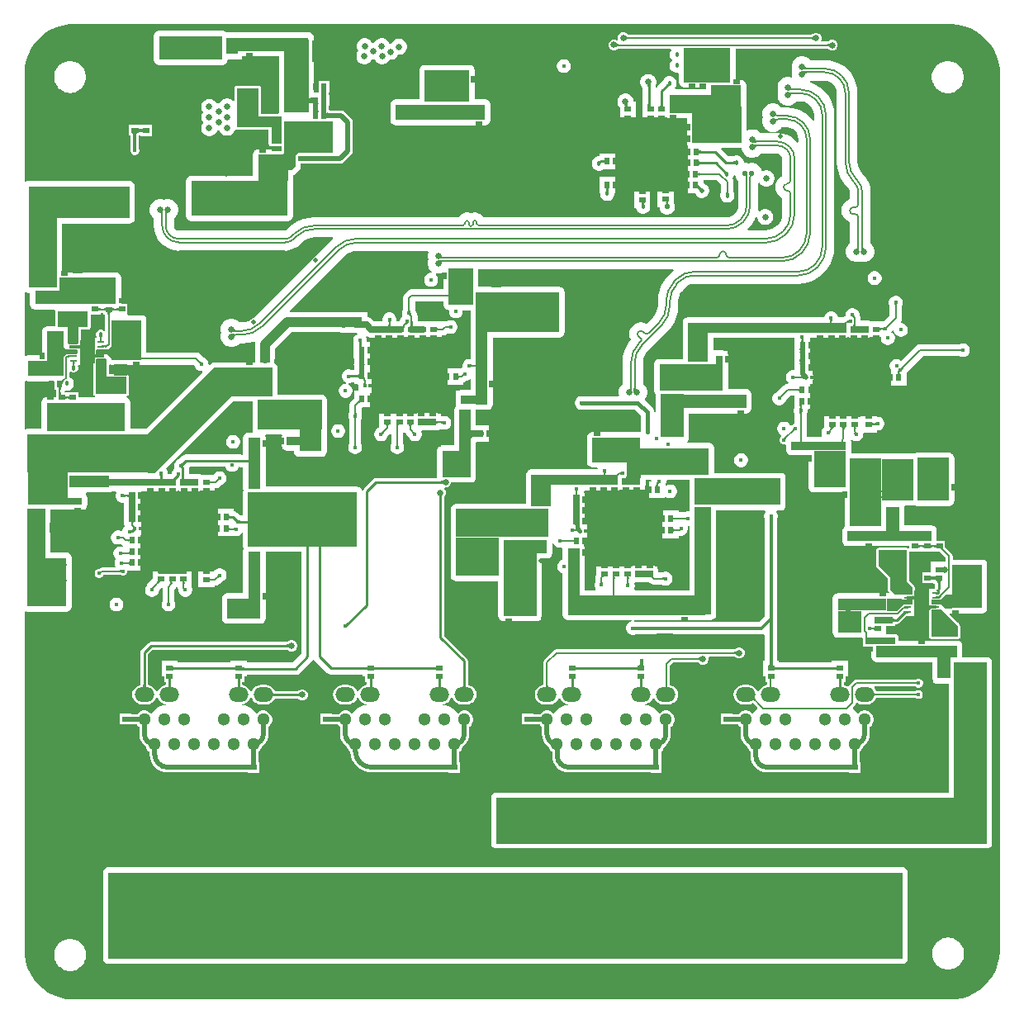
<source format=gbl>
G04*
G04 #@! TF.GenerationSoftware,Altium Limited,Altium Designer,21.1.1 (26)*
G04*
G04 Layer_Physical_Order=4*
G04 Layer_Color=16711680*
%FSLAX25Y25*%
%MOIN*%
G70*
G04*
G04 #@! TF.SameCoordinates,1DE770B5-5229-4C7E-BA00-58D6BC8AB395*
G04*
G04*
G04 #@! TF.FilePolarity,Positive*
G04*
G01*
G75*
%ADD10C,0.01000*%
%ADD14C,0.00600*%
%ADD15C,0.00800*%
%ADD16C,0.02000*%
%ADD33R,0.03858X0.03661*%
%ADD34R,0.02559X0.02362*%
%ADD36R,0.01417X0.01575*%
%ADD37R,0.04567X0.05787*%
%ADD38R,0.02362X0.02559*%
%ADD40R,0.03661X0.03858*%
%ADD71C,0.00700*%
%ADD73C,0.01200*%
%ADD74C,0.01500*%
%ADD75C,0.00900*%
%ADD83O,0.07087X0.14567*%
%ADD84O,0.07874X0.05906*%
%ADD85C,0.05118*%
%ADD86C,0.10000*%
%ADD87C,0.12598*%
%ADD88C,0.01968*%
%ADD89C,0.02500*%
%ADD90C,0.02000*%
%ADD91C,0.02200*%
%ADD92C,0.01575*%
%ADD93C,0.01800*%
%ADD94C,0.04000*%
%ADD102C,0.05000*%
%ADD106R,0.07087X0.04449*%
%ADD107R,0.03937X0.02362*%
%ADD108R,0.03150X0.00984*%
%ADD109R,0.06417X0.09764*%
%ADD110R,0.09843X0.03543*%
%ADD111R,0.07874X0.09449*%
%ADD112R,0.08268X0.08858*%
%ADD113R,0.05787X0.04567*%
%ADD114R,0.04449X0.07087*%
%ADD115C,0.02500*%
%ADD116C,0.01800*%
%ADD117R,0.12000X0.05400*%
%ADD118R,0.39000X0.14200*%
%ADD119R,0.05100X0.05300*%
%ADD120R,0.04340X0.08100*%
%ADD121R,0.05900X0.03400*%
%ADD122R,0.17500X0.15800*%
%ADD123R,1.98028X0.18500*%
%ADD124R,0.07500X0.02900*%
%ADD125R,0.02800X0.12300*%
%ADD126R,0.37400X0.11200*%
%ADD127R,0.28100X0.10900*%
%ADD128R,0.05392X0.06800*%
%ADD129R,0.07700X0.02800*%
%ADD130R,0.19600X0.10000*%
%ADD131R,0.34600X0.11100*%
%ADD132R,0.07500X0.02600*%
%ADD133R,0.63900X0.04082*%
%ADD134R,0.28300X0.04415*%
%ADD135R,0.08200X0.12600*%
%ADD136R,0.13400X0.30500*%
%ADD137R,0.04759X0.19600*%
%ADD138R,0.55303X0.08000*%
%ADD139R,0.06700X0.43500*%
%ADD140R,0.02700X0.12100*%
%ADD141R,0.07607X0.02710*%
%ADD142R,0.13087X0.17300*%
%ADD143R,0.09500X0.17500*%
%ADD144R,0.34600X0.05800*%
%ADD145R,0.08300X0.13400*%
%ADD146R,0.02900X0.08300*%
%ADD147R,0.25600X0.11100*%
%ADD148R,0.22100X0.03400*%
%ADD149R,0.13100X0.15100*%
%ADD150R,0.12900X0.27200*%
%ADD151R,0.12827X0.17000*%
%ADD152R,0.13228X0.73200*%
%ADD153R,0.09500X0.08700*%
%ADD154R,0.05700X0.11300*%
%ADD155R,0.33900X0.04300*%
%ADD156R,0.12100X0.17600*%
%ADD157R,0.19800X0.05100*%
%ADD158R,0.07600X0.02800*%
%ADD159R,0.12300X0.03100*%
%ADD160R,0.05500X0.09800*%
%ADD161R,0.32600X0.04600*%
%ADD162R,0.10000X0.15100*%
%ADD163R,0.33734X0.16300*%
%ADD164R,0.09100X0.09100*%
%ADD165R,0.25900X0.11900*%
%ADD166R,0.09100X0.02700*%
%ADD167R,0.15900X0.05000*%
%ADD168R,0.05000X0.20600*%
%ADD169R,0.13500X0.08100*%
%ADD170R,0.05000X0.27100*%
%ADD171R,0.43900X0.22000*%
%ADD172R,0.15800X0.19800*%
%ADD173R,0.07300X0.39700*%
%ADD174R,0.11700X0.10800*%
%ADD175R,0.40800X0.13100*%
%ADD176R,0.07300X0.02800*%
%ADD177R,0.31700X0.02800*%
%ADD178R,0.16300X0.14300*%
%ADD179R,0.11800X0.02600*%
%ADD180R,0.48600X0.15700*%
%ADD181R,0.11400X0.40300*%
%ADD182R,0.12200X0.05600*%
%ADD183R,0.14300X0.06400*%
%ADD184R,0.06489X0.01268*%
%ADD185R,0.06489X0.01555*%
%ADD186R,0.11900X0.15900*%
%ADD187R,0.31700X0.11800*%
%ADD188R,0.06600X0.18100*%
%ADD189R,0.23100X0.10800*%
%ADD190R,0.36200X0.06400*%
%ADD191R,0.18200X0.13100*%
%ADD192R,0.19900X0.14700*%
%ADD193R,0.21700X0.07700*%
%ADD194R,0.12100X0.08500*%
%ADD195R,0.18600X0.14100*%
%ADD196R,0.25800X0.09600*%
%ADD197R,0.14400X0.05600*%
%ADD198R,0.20400X0.05600*%
%ADD199R,0.10100X0.29700*%
%ADD200R,0.36200X0.08500*%
%ADD201R,0.19600X0.05000*%
%ADD202R,0.19200X0.04700*%
%ADD203R,3.20600X0.35000*%
%ADD204R,0.10900X0.03800*%
%ADD205R,0.04800X0.45500*%
%ADD206R,0.04600X0.27200*%
G36*
X378133Y395203D02*
X380697Y394618D01*
X383163Y393703D01*
X385488Y392474D01*
X387633Y390952D01*
X389561Y389163D01*
X391239Y387138D01*
X392638Y384911D01*
X393735Y382520D01*
X394510Y380007D01*
X394951Y377414D01*
X395000Y376100D01*
X395000Y376100D01*
X395000D01*
X395000Y375607D01*
X395000Y22500D01*
X395000Y22500D01*
X395049Y21186D01*
X394804Y18567D01*
X394218Y16003D01*
X393303Y13537D01*
X392074Y11212D01*
X390552Y9067D01*
X388763Y7139D01*
X386738Y5461D01*
X384511Y4061D01*
X382120Y2965D01*
X379607Y2190D01*
X377014Y1749D01*
X376174Y1718D01*
X375700Y1700D01*
X375700Y1700D01*
X375700Y1700D01*
X22100Y1700D01*
X22100Y1700D01*
X20786Y1651D01*
X18167Y1896D01*
X15603Y2482D01*
X13137Y3397D01*
X10812Y4626D01*
X8667Y6148D01*
X6739Y7937D01*
X5061Y9962D01*
X3661Y12189D01*
X2565Y14580D01*
X1790Y17093D01*
X1349Y19686D01*
X1300Y21000D01*
X1300D01*
X1300Y158158D01*
X1800Y158400D01*
X2500Y158261D01*
X18300D01*
X19080Y158416D01*
X19742Y158858D01*
X20184Y159520D01*
X20339Y160300D01*
Y169959D01*
X20450Y170372D01*
Y171228D01*
X20339Y171641D01*
Y180100D01*
X20184Y180880D01*
X19742Y181542D01*
X19080Y181984D01*
X18300Y182139D01*
X11839D01*
Y199361D01*
X24600D01*
X25126Y199465D01*
X26180D01*
Y200164D01*
X26484Y200620D01*
X26639Y201400D01*
Y204100D01*
X26484Y204880D01*
X26180Y205336D01*
Y205828D01*
X26077D01*
X26052Y205861D01*
X26304Y206361D01*
X35400D01*
X36180Y206516D01*
X36419Y206676D01*
X36443D01*
Y206692D01*
X36842Y206958D01*
X36844Y206961D01*
X38236D01*
X38525Y206461D01*
X38303Y206076D01*
X38113Y205367D01*
Y204633D01*
X38303Y203924D01*
X38669Y203289D01*
X39189Y202769D01*
X39824Y202403D01*
X40533Y202213D01*
X41261D01*
Y194300D01*
X41416Y193520D01*
X41646Y193176D01*
X41646Y192770D01*
X41409Y192356D01*
X41370Y192312D01*
X41003Y191676D01*
X40813Y190967D01*
Y190647D01*
X40315D01*
X40055Y190798D01*
X39345Y190988D01*
X38612D01*
X37903Y190798D01*
X37267Y190431D01*
X36748Y189912D01*
X36381Y189276D01*
X36191Y188567D01*
Y187833D01*
X36381Y187124D01*
X36748Y186489D01*
X37267Y185970D01*
X37903Y185603D01*
X38612Y185413D01*
X39345D01*
X40055Y185603D01*
X40177Y185673D01*
X40480Y185370D01*
X41148Y184923D01*
X40939Y184462D01*
X40387Y184610D01*
X39653D01*
X38944Y184420D01*
X38309Y184053D01*
X37790Y183534D01*
X37423Y182898D01*
X37233Y182189D01*
Y181455D01*
X37423Y180746D01*
X37790Y180111D01*
X38279Y179621D01*
X38170Y179511D01*
X37803Y178876D01*
X37613Y178167D01*
Y177433D01*
X37803Y176724D01*
X37916Y176527D01*
X37627Y176027D01*
X32510D01*
X31963Y175919D01*
X31500Y175609D01*
X31500Y175609D01*
X31378Y175487D01*
X31045D01*
X30387Y175215D01*
X29885Y174713D01*
X29613Y174056D01*
Y173345D01*
X29885Y172687D01*
X30387Y172185D01*
X31045Y171913D01*
X31756D01*
X32412Y172185D01*
X32915Y172687D01*
X33116Y173173D01*
X39900D01*
X39987Y173085D01*
X40644Y172813D01*
X41355D01*
X42013Y173085D01*
X42515Y173588D01*
X42787Y174244D01*
Y174810D01*
X43690D01*
X43926Y174763D01*
X44025D01*
X44261Y174810D01*
X47987D01*
Y181369D01*
X47953D01*
Y185809D01*
X47908D01*
Y189151D01*
X48552D01*
Y194726D01*
X48139D01*
Y206600D01*
X48435Y206961D01*
X62600D01*
X63380Y207116D01*
X63400Y207129D01*
X63420Y207116D01*
X64200Y206961D01*
X71500D01*
X72280Y207116D01*
X72498Y207261D01*
X77915D01*
Y207996D01*
X78337D01*
X79273Y208182D01*
X80067Y208712D01*
X80769Y209414D01*
X81060Y209492D01*
X81696Y209859D01*
X82215Y210378D01*
X82582Y211014D01*
X82771Y211723D01*
Y212457D01*
X82582Y213166D01*
X82215Y213801D01*
X81696Y214320D01*
X81060Y214687D01*
X80351Y214877D01*
X79617D01*
X78908Y214687D01*
X78273Y214320D01*
X77754Y213801D01*
X77651Y213624D01*
X72371D01*
X72280Y213684D01*
X71500Y213839D01*
X67708D01*
Y216307D01*
X67700Y216348D01*
X68017Y216734D01*
X82391D01*
X82475Y216419D01*
X82842Y215784D01*
X83361Y215265D01*
X83997Y214898D01*
X84706Y214708D01*
X85439D01*
X86149Y214898D01*
X86784Y215265D01*
X87303Y215784D01*
X87670Y216419D01*
X87752Y216725D01*
X88372Y216602D01*
X89561D01*
Y207900D01*
X89690Y207250D01*
X89561Y206600D01*
Y197049D01*
X88460D01*
X88376Y197097D01*
X88282Y197123D01*
X87183Y198222D01*
X86356Y198775D01*
X85773Y198890D01*
Y199699D01*
X79411D01*
Y195218D01*
X79393D01*
Y188659D01*
X85755D01*
Y188659D01*
X85971Y188824D01*
X86211Y188760D01*
X86945D01*
X87654Y188950D01*
X88289Y189317D01*
X88809Y189836D01*
X89061Y190273D01*
X89561Y190139D01*
Y184600D01*
X89716Y183820D01*
X89863Y183600D01*
X89716Y183380D01*
X89561Y182600D01*
Y165639D01*
X83100D01*
X82320Y165484D01*
X81658Y165042D01*
X81216Y164380D01*
X81061Y163600D01*
Y155500D01*
X81216Y154720D01*
X81658Y154058D01*
X82320Y153616D01*
X83100Y153461D01*
X96600D01*
X97380Y153616D01*
X98042Y154058D01*
X98484Y154720D01*
X98639Y155500D01*
Y182561D01*
X112951D01*
Y141256D01*
X109544Y137849D01*
X90980D01*
Y138521D01*
X84421D01*
Y137837D01*
X63180D01*
Y138521D01*
X56621D01*
Y132158D01*
X57621D01*
Y129812D01*
X58283D01*
Y128693D01*
X57708Y128617D01*
X56747Y128219D01*
X55921Y127585D01*
X55287Y126760D01*
X54995Y126054D01*
X54454D01*
X54162Y126760D01*
X53528Y127585D01*
X52702Y128219D01*
X51741Y128617D01*
X51130Y128698D01*
Y141132D01*
X52952Y142953D01*
X107349D01*
X107374Y142949D01*
X107406Y142941D01*
X107431Y142933D01*
X107449Y142926D01*
X107463Y142919D01*
X107473Y142912D01*
X107484Y142903D01*
X107527Y142863D01*
X107598Y142819D01*
X107842Y142575D01*
X108668Y142233D01*
X109564D01*
X110390Y142575D01*
X111023Y143208D01*
X111366Y144035D01*
Y144930D01*
X111023Y145757D01*
X110390Y146390D01*
X109564Y146733D01*
X108668D01*
X107842Y146390D01*
X107598Y146146D01*
X107527Y146102D01*
X107484Y146062D01*
X107473Y146054D01*
X107463Y146047D01*
X107449Y146040D01*
X107431Y146032D01*
X107406Y146024D01*
X107374Y146016D01*
X107349Y146012D01*
X52318D01*
X51733Y145896D01*
X51237Y145564D01*
X48519Y142847D01*
X48188Y142351D01*
X48071Y141765D01*
Y128665D01*
X47708Y128617D01*
X46747Y128219D01*
X45921Y127585D01*
X45287Y126760D01*
X44889Y125798D01*
X44753Y124766D01*
X44889Y123734D01*
X45287Y122773D01*
X45921Y121947D01*
X46747Y121314D01*
X47708Y120915D01*
X48740Y120779D01*
X50709D01*
X51741Y120915D01*
X52702Y121314D01*
X53528Y121947D01*
X54162Y122773D01*
X54454Y123479D01*
X54995D01*
X55287Y122773D01*
X55921Y121947D01*
X56747Y121314D01*
X57708Y120915D01*
X58391Y120825D01*
X58359Y120325D01*
X56965D01*
X55551Y119946D01*
X54284Y119214D01*
X53249Y118180D01*
X52750Y117315D01*
X52254Y117250D01*
X51890Y117614D01*
X51078Y118083D01*
X50173Y118325D01*
X49236D01*
X48331Y118083D01*
X47519Y117614D01*
X46857Y116952D01*
X46794Y116842D01*
X44280D01*
Y117020D01*
X39721D01*
Y112658D01*
X44280D01*
Y112764D01*
X46751D01*
X46857Y112581D01*
X47519Y111918D01*
X47666Y111834D01*
Y108782D01*
X47686Y108682D01*
X47792Y107603D01*
X48136Y106469D01*
X48694Y105424D01*
X49446Y104508D01*
X50291Y103814D01*
X50404Y103393D01*
X50873Y102581D01*
X51535Y101918D01*
X51862Y101730D01*
Y100565D01*
X51871Y100519D01*
X52004Y99168D01*
X52411Y97825D01*
X53073Y96587D01*
X53964Y95502D01*
X55049Y94612D01*
X56287Y93950D01*
X57630Y93542D01*
X58980Y93410D01*
X59027Y93400D01*
X91421D01*
Y93258D01*
X95980D01*
Y97620D01*
X95740D01*
Y101845D01*
X95867Y101918D01*
X96529Y102581D01*
X96998Y103393D01*
X97111Y103814D01*
X97956Y104508D01*
X98707Y105424D01*
X99266Y106469D01*
X99610Y107603D01*
X99716Y108682D01*
X99736Y108782D01*
Y111834D01*
X99882Y111918D01*
X100545Y112581D01*
X101013Y113392D01*
X101256Y114298D01*
Y115235D01*
X101013Y116140D01*
X100545Y116952D01*
X99882Y117614D01*
X99071Y118083D01*
X98166Y118325D01*
X97228D01*
X96323Y118083D01*
X95512Y117614D01*
X95148Y117250D01*
X94652Y117315D01*
X94153Y118180D01*
X93118Y119214D01*
X91851Y119946D01*
X90437Y120325D01*
X89043D01*
X89010Y120825D01*
X89693Y120915D01*
X90655Y121314D01*
X91481Y121947D01*
X92114Y122773D01*
X92407Y123479D01*
X92948D01*
X93240Y122773D01*
X93874Y121947D01*
X94700Y121314D01*
X95661Y120915D01*
X96693Y120779D01*
X98662D01*
X99693Y120915D01*
X100655Y121314D01*
X101481Y121947D01*
X102114Y122773D01*
X102291Y123199D01*
X102321Y123202D01*
X111649D01*
X111672Y123198D01*
X111701Y123190D01*
X111722Y123183D01*
X111737Y123177D01*
X111746Y123172D01*
X111754Y123167D01*
X111761Y123161D01*
X111802Y123120D01*
X111879Y123070D01*
X112160Y122788D01*
X112987Y122446D01*
X113882D01*
X114709Y122788D01*
X115342Y123421D01*
X115685Y124248D01*
Y125143D01*
X115342Y125970D01*
X114709Y126603D01*
X113882Y126946D01*
X112987D01*
X112160Y126603D01*
X111951Y126393D01*
X111891Y126359D01*
X111845Y126318D01*
X111832Y126308D01*
X111818Y126300D01*
X111800Y126291D01*
X111779Y126282D01*
X111751Y126273D01*
X111715Y126265D01*
X111688Y126260D01*
X102329D01*
X102321Y126261D01*
X102114Y126760D01*
X101481Y127585D01*
X100655Y128219D01*
X99693Y128617D01*
X98662Y128753D01*
X96693D01*
X95661Y128617D01*
X94700Y128219D01*
X93874Y127585D01*
X93240Y126760D01*
X92948Y126054D01*
X92407D01*
X92114Y126760D01*
X91481Y127585D01*
X90655Y128219D01*
X89693Y128617D01*
X89218Y128680D01*
Y129812D01*
X89980D01*
Y132158D01*
X90980D01*
Y132751D01*
X110600D01*
X111575Y132945D01*
X112402Y133498D01*
X117302Y138398D01*
X117599Y138842D01*
X118201D01*
X118498Y138398D01*
X123358Y133537D01*
X124185Y132984D01*
X125161Y132790D01*
X137721D01*
Y132158D01*
X138721D01*
Y129812D01*
X139383D01*
Y128693D01*
X138808Y128617D01*
X137847Y128219D01*
X137021Y127585D01*
X136388Y126760D01*
X136095Y126054D01*
X135554D01*
X135261Y126760D01*
X134628Y127585D01*
X133802Y128219D01*
X132841Y128617D01*
X131809Y128753D01*
X129840D01*
X128808Y128617D01*
X127847Y128219D01*
X127021Y127585D01*
X126388Y126760D01*
X125989Y125798D01*
X125853Y124766D01*
X125989Y123734D01*
X126388Y122773D01*
X127021Y121947D01*
X127847Y121314D01*
X128808Y120915D01*
X129840Y120779D01*
X131809D01*
X132841Y120915D01*
X133802Y121314D01*
X134628Y121947D01*
X135261Y122773D01*
X135554Y123479D01*
X136095D01*
X136388Y122773D01*
X137021Y121947D01*
X137847Y121314D01*
X138808Y120915D01*
X139491Y120825D01*
X139459Y120325D01*
X138065D01*
X136651Y119946D01*
X135384Y119214D01*
X134349Y118180D01*
X133850Y117315D01*
X133354Y117250D01*
X132990Y117614D01*
X132178Y118083D01*
X131273Y118325D01*
X130336D01*
X129431Y118083D01*
X128620Y117614D01*
X127957Y116952D01*
X127894Y116842D01*
X125380D01*
Y117020D01*
X120821D01*
Y112658D01*
X125380D01*
Y112764D01*
X127851D01*
X127957Y112581D01*
X128620Y111918D01*
X128766Y111834D01*
Y108782D01*
X128786Y108682D01*
X128892Y107603D01*
X129236Y106469D01*
X129794Y105424D01*
X130546Y104508D01*
X131391Y103814D01*
X131504Y103393D01*
X131973Y102581D01*
X132486Y102068D01*
X132635Y101918D01*
X132639Y101916D01*
X132861Y101765D01*
X133021Y100133D01*
X133497Y98564D01*
X134271Y97117D01*
X135311Y95850D01*
X136579Y94809D01*
X138025Y94036D01*
X139595Y93560D01*
X141227Y93399D01*
Y93400D01*
X172521D01*
Y93258D01*
X177080D01*
Y97620D01*
X176840D01*
Y101845D01*
X176967Y101918D01*
X177629Y102581D01*
X178098Y103393D01*
X178207Y103801D01*
X179061Y104502D01*
X179810Y105415D01*
X180367Y106456D01*
X180710Y107587D01*
X180816Y108661D01*
X180836Y108762D01*
Y111834D01*
X180982Y111918D01*
X181645Y112581D01*
X182113Y113392D01*
X182356Y114298D01*
Y115235D01*
X182113Y116140D01*
X181645Y116952D01*
X180982Y117614D01*
X180171Y118083D01*
X179265Y118325D01*
X178328D01*
X177423Y118083D01*
X176612Y117614D01*
X176248Y117250D01*
X175752Y117315D01*
X175253Y118180D01*
X174218Y119214D01*
X172950Y119946D01*
X171537Y120325D01*
X170143D01*
X170110Y120825D01*
X170793Y120915D01*
X171755Y121314D01*
X172581Y121947D01*
X173214Y122773D01*
X173507Y123479D01*
X174048D01*
X174340Y122773D01*
X174974Y121947D01*
X175800Y121314D01*
X176761Y120915D01*
X177793Y120779D01*
X179762D01*
X180793Y120915D01*
X181755Y121314D01*
X182581Y121947D01*
X183214Y122773D01*
X183613Y123734D01*
X183748Y124766D01*
X183613Y125798D01*
X183214Y126760D01*
X182581Y127585D01*
X181755Y128219D01*
X180793Y128617D01*
X180307Y128681D01*
Y138323D01*
X180190Y138908D01*
X179859Y139404D01*
X170740Y148523D01*
Y204450D01*
X170744Y204476D01*
X170752Y204508D01*
X170760Y204533D01*
X170768Y204551D01*
X170775Y204564D01*
X170782Y204575D01*
X170790Y204585D01*
X170830Y204628D01*
X170874Y204699D01*
X171118Y204943D01*
X171461Y205770D01*
Y206665D01*
X171118Y207492D01*
X170728Y207882D01*
X170755Y207984D01*
X170973Y208344D01*
X171746D01*
X172573Y208687D01*
X173205Y209319D01*
X173548Y210146D01*
Y210461D01*
X181500D01*
X182280Y210616D01*
X182942Y211058D01*
X183384Y211720D01*
X183539Y212500D01*
Y223300D01*
X183505Y223470D01*
Y226439D01*
X184005Y226901D01*
X184213Y226900D01*
X184252Y226898D01*
X184297Y226905D01*
X184358Y226893D01*
X184494Y226921D01*
X188708D01*
Y229464D01*
X188805Y230200D01*
X188708Y230936D01*
Y233479D01*
X184494D01*
X184358Y233507D01*
X184351Y233505D01*
X184343Y233507D01*
X183860Y233503D01*
X183505Y233856D01*
Y239700D01*
X183555Y239761D01*
X188266D01*
X189047Y239916D01*
X189708Y240358D01*
X190150Y241020D01*
X190305Y241800D01*
Y268961D01*
X217200D01*
X217980Y269116D01*
X218642Y269558D01*
X219084Y270220D01*
X219239Y271000D01*
Y287300D01*
X219084Y288080D01*
X218642Y288742D01*
X217980Y289184D01*
X217200Y289339D01*
X184539D01*
Y296372D01*
X263143D01*
X263316Y295902D01*
X262446Y295159D01*
X262452Y295152D01*
X262452Y295152D01*
X261104Y293804D01*
X261093Y293814D01*
X259636Y292109D01*
X258464Y290196D01*
X257606Y288123D01*
X257082Y285942D01*
X256906Y283706D01*
X256921D01*
Y281849D01*
X256927Y281802D01*
X256804Y280556D01*
X256427Y279311D01*
X255814Y278165D01*
X255019Y277197D01*
X254982Y277168D01*
X252272Y274457D01*
X251316Y274853D01*
X250089Y275015D01*
X248862Y274853D01*
X247719Y274379D01*
X246737Y273626D01*
X245984Y272644D01*
X245510Y271501D01*
X245349Y270274D01*
X245510Y269047D01*
X245953Y267977D01*
X245530Y267481D01*
X244310Y265491D01*
X243417Y263335D01*
X242873Y261066D01*
X242689Y258739D01*
X242706D01*
Y250182D01*
X241934Y249410D01*
X241375Y248440D01*
X241085Y247359D01*
Y246240D01*
X241238Y245670D01*
X240934Y245274D01*
X226618D01*
X226567Y245287D01*
X225833D01*
X225124Y245097D01*
X224488Y244730D01*
X223970Y244212D01*
X223603Y243576D01*
X223413Y242867D01*
Y242133D01*
X223603Y241424D01*
X223970Y240789D01*
X224488Y240269D01*
X225124Y239903D01*
X225833Y239713D01*
X226567D01*
X226618Y239726D01*
X247751D01*
X249926Y237551D01*
Y231318D01*
X249913Y231267D01*
Y230639D01*
X230400D01*
X229620Y230484D01*
X229097Y230135D01*
X229021D01*
Y230084D01*
X228958Y230042D01*
X228516Y229380D01*
X228361Y228600D01*
Y218600D01*
X228516Y217820D01*
X228958Y217158D01*
X229620Y216716D01*
X230400Y216561D01*
X232462D01*
X232768Y216131D01*
X232597Y215654D01*
X212700D01*
X212625Y215639D01*
X205800D01*
X205020Y215484D01*
X204382Y215058D01*
X204257D01*
Y214890D01*
X203916Y214380D01*
X203761Y213600D01*
Y201639D01*
X175400D01*
X174620Y201484D01*
X173958Y201042D01*
X173516Y200380D01*
X173361Y199600D01*
Y188400D01*
Y172600D01*
X173516Y171820D01*
X173958Y171158D01*
X174620Y170716D01*
X175400Y170561D01*
X192561D01*
Y156500D01*
X192716Y155720D01*
X193158Y155058D01*
X193341Y154936D01*
Y154704D01*
X193688D01*
X193820Y154616D01*
X194600Y154461D01*
X208000D01*
X208780Y154616D01*
X208968Y154742D01*
X209843D01*
Y155659D01*
X209884Y155720D01*
X210039Y156500D01*
Y179661D01*
X212300D01*
X213080Y179816D01*
X213742Y180258D01*
X214184Y180920D01*
X214339Y181700D01*
Y185895D01*
X214839Y185961D01*
X214903Y185724D01*
X215269Y185089D01*
X215789Y184570D01*
X216424Y184203D01*
X217133Y184013D01*
X217867D01*
X218106Y184077D01*
X218322Y183945D01*
X218561Y183681D01*
Y179213D01*
X218086Y179086D01*
X217451Y178719D01*
X216932Y178200D01*
X216565Y177564D01*
X216375Y176855D01*
Y176121D01*
X216565Y175412D01*
X216932Y174777D01*
X217451Y174258D01*
X218086Y173891D01*
X218561Y173764D01*
Y164913D01*
X218558Y164900D01*
Y156900D01*
X218713Y156120D01*
X219156Y155458D01*
X219817Y155016D01*
X220597Y154861D01*
X246368D01*
X246434Y154361D01*
X245824Y154197D01*
X245188Y153831D01*
X244670Y153312D01*
X244303Y152676D01*
X244113Y151967D01*
Y151233D01*
X244303Y150524D01*
X244670Y149889D01*
X245188Y149370D01*
X245824Y149003D01*
X246533Y148813D01*
X247267D01*
X247883Y148978D01*
X298700D01*
X298700Y148977D01*
X299379Y149067D01*
X299563Y149143D01*
X299978Y148865D01*
Y138520D01*
X299321D01*
Y132158D01*
X300321D01*
Y129811D01*
X300997D01*
Y128694D01*
X300408Y128616D01*
X299447Y128218D01*
X298621Y127585D01*
X297988Y126759D01*
X297695Y126053D01*
X297154D01*
X296862Y126759D01*
X296228Y127585D01*
X295402Y128218D01*
X294441Y128616D01*
X293409Y128752D01*
X291440D01*
X290408Y128616D01*
X289447Y128218D01*
X288621Y127585D01*
X287987Y126759D01*
X287589Y125797D01*
X287453Y124765D01*
X287589Y123733D01*
X287987Y122772D01*
X288621Y121946D01*
X289447Y121313D01*
X290408Y120914D01*
X291440Y120779D01*
X293409D01*
X294441Y120914D01*
X295402Y121313D01*
X295440Y121342D01*
X297063Y119718D01*
X297021Y119394D01*
X296922Y119152D01*
X295949Y118179D01*
X295450Y117315D01*
X294954Y117250D01*
X294590Y117613D01*
X293778Y118082D01*
X292873Y118324D01*
X291936D01*
X291031Y118082D01*
X290219Y117613D01*
X289557Y116951D01*
X289515Y116878D01*
X286980D01*
Y117020D01*
X282421D01*
Y112657D01*
X286980D01*
Y112799D01*
X289430D01*
X289557Y112580D01*
X290219Y111917D01*
X290366Y111833D01*
Y108781D01*
X290386Y108681D01*
X290492Y107602D01*
X290836Y106468D01*
X291394Y105423D01*
X292146Y104507D01*
X292991Y103813D01*
X293104Y103392D01*
X293573Y102580D01*
X294235Y101917D01*
X294381Y101833D01*
Y100057D01*
X294395Y99986D01*
X294516Y98760D01*
X294895Y97512D01*
X295509Y96362D01*
X296336Y95354D01*
X297344Y94527D01*
X298494Y93913D01*
X299742Y93534D01*
X300968Y93414D01*
X301039Y93399D01*
X334121D01*
Y93257D01*
X338680D01*
Y97620D01*
X338440D01*
Y101844D01*
X338566Y101917D01*
X339229Y102580D01*
X339698Y103392D01*
X339807Y103800D01*
X340661Y104501D01*
X341410Y105414D01*
X341967Y106456D01*
X342310Y107586D01*
X342416Y108660D01*
X342436Y108761D01*
Y111833D01*
X342582Y111917D01*
X343245Y112580D01*
X343713Y113392D01*
X343956Y114297D01*
Y115234D01*
X343713Y116139D01*
X343245Y116951D01*
X342582Y117613D01*
X341771Y118082D01*
X340865Y118324D01*
X339928D01*
X339023Y118082D01*
X338212Y117613D01*
X337848Y117250D01*
X337352Y117315D01*
X336853Y118179D01*
X335818Y119214D01*
X335739Y119259D01*
X335674Y119755D01*
X336339Y120420D01*
X336339Y120420D01*
X336648Y120883D01*
X336713Y121209D01*
X337225Y121447D01*
X337400Y121313D01*
X338361Y120914D01*
X339393Y120779D01*
X341361D01*
X342393Y120914D01*
X343355Y121313D01*
X344181Y121946D01*
X344814Y122772D01*
X345056Y123355D01*
X361017D01*
X361087Y123285D01*
X361744Y123013D01*
X362456D01*
X363112Y123285D01*
X363615Y123787D01*
X363887Y124444D01*
Y125155D01*
X363615Y125812D01*
X363112Y126315D01*
X362456Y126587D01*
X361744D01*
X361087Y126315D01*
X360982Y126210D01*
X345041D01*
X344814Y126759D01*
X344267Y127473D01*
X344432Y127973D01*
X361100D01*
X361188Y127885D01*
X361844Y127613D01*
X362556D01*
X363212Y127885D01*
X363715Y128387D01*
X363987Y129044D01*
Y129755D01*
X363715Y130412D01*
X363212Y130915D01*
X362556Y131187D01*
X361844D01*
X361188Y130915D01*
X361100Y130827D01*
X337072D01*
X337071Y130827D01*
X336525Y130719D01*
X336062Y130409D01*
X336062Y130409D01*
X334320Y128667D01*
X334073Y128297D01*
X333542Y128075D01*
X333355Y128218D01*
X332393Y128616D01*
X331918Y128679D01*
Y129811D01*
X332680D01*
Y132158D01*
X333680D01*
Y138520D01*
X327121D01*
Y137888D01*
X305880D01*
Y138520D01*
X305223D01*
Y155499D01*
X305222Y155505D01*
Y195817D01*
X305387Y196433D01*
Y197167D01*
X305197Y197876D01*
X304831Y198512D01*
X304781Y198561D01*
X304988Y199061D01*
X306500D01*
X307280Y199216D01*
X307942Y199658D01*
X308384Y200320D01*
X308539Y201100D01*
Y212200D01*
X308384Y212980D01*
X307942Y213642D01*
X307280Y214084D01*
X306500Y214239D01*
X279639D01*
Y224400D01*
X279484Y225180D01*
X279042Y225842D01*
X278380Y226284D01*
X277600Y226439D01*
X268766D01*
X268614Y226939D01*
X268942Y227158D01*
X269384Y227820D01*
X269539Y228600D01*
Y238261D01*
X292600D01*
X293380Y238416D01*
X294042Y238858D01*
X294484Y239520D01*
X294639Y240300D01*
Y246100D01*
X294484Y246880D01*
X294042Y247542D01*
X293380Y247984D01*
X292600Y248139D01*
X285239D01*
Y258200D01*
Y261700D01*
X285084Y262480D01*
X284908Y262744D01*
Y263380D01*
X284286D01*
X283980Y263584D01*
X283200Y263739D01*
X280300D01*
X279839Y263648D01*
X279339Y264019D01*
Y268861D01*
X312172D01*
Y264764D01*
X312154Y264675D01*
X312085D01*
Y262799D01*
X312058Y262663D01*
X312072Y262594D01*
X312063Y262525D01*
X312085Y262442D01*
Y260424D01*
X312076Y260396D01*
X312085Y260261D01*
X312058Y260128D01*
X312085Y259991D01*
Y258116D01*
X312085D01*
X312084Y258076D01*
X312111Y257940D01*
Y256088D01*
X311815Y255649D01*
X311082D01*
X310372Y255459D01*
X309737Y255092D01*
X309218Y254573D01*
X308851Y253938D01*
X308661Y253229D01*
Y252495D01*
X308851Y251786D01*
X309218Y251150D01*
X309621Y250747D01*
X309464Y250266D01*
X309450Y250247D01*
X309413D01*
X308477Y250061D01*
X307683Y249530D01*
X305177Y247024D01*
X304887Y246947D01*
X304251Y246580D01*
X303732Y246061D01*
X303365Y245425D01*
X303175Y244716D01*
Y243982D01*
X303365Y243273D01*
X303732Y242638D01*
X304251Y242119D01*
X304887Y241752D01*
X305595Y241562D01*
X306329D01*
X307038Y241752D01*
X307674Y242119D01*
X308193Y242638D01*
X308560Y243273D01*
X308638Y243564D01*
X310427Y245353D01*
X312020D01*
Y242138D01*
X311993Y241996D01*
X312019Y241868D01*
X312011Y241739D01*
X312020Y241714D01*
Y240446D01*
X311994Y240401D01*
X311804Y239692D01*
Y238959D01*
X311994Y238250D01*
X312145Y237989D01*
Y234087D01*
X312045D01*
X311387Y233815D01*
X310938Y233366D01*
X310605Y233354D01*
X310375Y233388D01*
X310131Y233811D01*
X309612Y234331D01*
X308976Y234697D01*
X308267Y234887D01*
X307533D01*
X306824Y234697D01*
X306189Y234331D01*
X305669Y233811D01*
X305303Y233176D01*
X305113Y232467D01*
Y231733D01*
X305303Y231024D01*
X305669Y230388D01*
X306189Y229870D01*
X306654Y229601D01*
X306703Y229421D01*
X306719Y229116D01*
X306693Y229021D01*
X306285Y228612D01*
X306013Y227956D01*
Y227244D01*
X306285Y226588D01*
X306787Y226085D01*
X307445Y225813D01*
X308155D01*
X308345Y225891D01*
X308761Y225613D01*
Y223400D01*
X308916Y222620D01*
X309358Y221958D01*
X310020Y221516D01*
X310800Y221361D01*
X317761D01*
Y208400D01*
X317916Y207620D01*
X318242Y207132D01*
Y206657D01*
X318809D01*
X319020Y206516D01*
X319800Y206361D01*
X332361D01*
Y192900D01*
X332171Y192631D01*
D01*
X331998Y192202D01*
X331716Y191780D01*
X331561Y191000D01*
Y186700D01*
X331716Y185920D01*
X332158Y185258D01*
X332171Y185249D01*
Y184969D01*
X332590D01*
X332820Y184816D01*
X333600Y184661D01*
X358521D01*
Y184010D01*
X358379Y183907D01*
X358020Y183788D01*
X357790Y183942D01*
X357400Y184020D01*
X346100D01*
X345710Y183942D01*
X345379Y183721D01*
X345158Y183390D01*
X345080Y183000D01*
Y176700D01*
X345158Y176310D01*
X345379Y175979D01*
X349780Y171578D01*
Y167100D01*
X349858Y166710D01*
X350079Y166379D01*
X350357Y166101D01*
X350166Y165639D01*
X349400D01*
X349400Y165639D01*
X329600D01*
X328820Y165484D01*
X328158Y165042D01*
X327716Y164380D01*
X327561Y163600D01*
Y158500D01*
Y149800D01*
X327716Y149020D01*
X328158Y148358D01*
X328820Y147916D01*
X329600Y147761D01*
X335732D01*
X335772Y147750D01*
X336628D01*
X336668Y147761D01*
X339100D01*
X339264Y147793D01*
X339324Y147761D01*
X339680Y147366D01*
Y145000D01*
X339758Y144610D01*
X339979Y144279D01*
X340020Y144251D01*
Y144192D01*
X340109D01*
X340310Y144058D01*
X340700Y143980D01*
X343161D01*
Y139900D01*
X343316Y139120D01*
X343758Y138458D01*
X344420Y138016D01*
X345200Y137861D01*
X367761D01*
Y131100D01*
X367916Y130320D01*
X368113Y130025D01*
Y129506D01*
X368585D01*
X369020Y129216D01*
X369800Y129061D01*
X374461D01*
Y85239D01*
X191700D01*
X190920Y85084D01*
X190258Y84642D01*
X189816Y83980D01*
X189661Y83200D01*
Y64700D01*
X189816Y63920D01*
X190258Y63258D01*
X190920Y62816D01*
X191700Y62661D01*
X389728D01*
X390509Y62816D01*
X391170Y63258D01*
X391612Y63920D01*
X391768Y64700D01*
Y137900D01*
X391612Y138680D01*
X391170Y139342D01*
X390509Y139784D01*
X389728Y139939D01*
X379839D01*
Y144500D01*
X379684Y145280D01*
X379321Y145823D01*
Y146041D01*
X379093D01*
X378580Y146384D01*
X377800Y146539D01*
X354020D01*
Y148100D01*
X353942Y148490D01*
X353721Y148821D01*
X353390Y149042D01*
X353000Y149120D01*
X348979D01*
Y152480D01*
X351800D01*
X352190Y152558D01*
X352281Y152619D01*
X352579D01*
Y152867D01*
X352742Y153110D01*
X352774Y153271D01*
X353499D01*
X354084Y153387D01*
X354581Y153719D01*
X357235Y156373D01*
X357313Y156442D01*
X357428Y156534D01*
X357829D01*
X358016Y156571D01*
X360404D01*
Y159161D01*
X360680Y159216D01*
X361117Y159508D01*
X361404D01*
Y159751D01*
X361784Y160320D01*
X361939Y161100D01*
Y163000D01*
X361784Y163780D01*
X361404Y164349D01*
Y164492D01*
X361267D01*
X360680Y164884D01*
X360581Y164904D01*
X360620Y165100D01*
Y168000D01*
X360542Y168390D01*
X360321Y168721D01*
X358420Y170622D01*
Y182087D01*
X358521Y182546D01*
X358920Y182546D01*
X363080D01*
Y182546D01*
X363421D01*
Y182546D01*
X367980D01*
Y182546D01*
X368320Y182472D01*
X368320Y182472D01*
X368449Y182472D01*
X370741D01*
X370881Y182354D01*
X373118Y180117D01*
Y178553D01*
X372417D01*
X371590Y178331D01*
X371580Y178325D01*
X367183D01*
Y174008D01*
X363620D01*
Y169646D01*
X368179D01*
X368183Y169616D01*
X368871D01*
Y167953D01*
X368633Y167597D01*
X368599Y167429D01*
X366396D01*
Y164801D01*
X365933Y164492D01*
X365396D01*
Y163680D01*
X365261Y163000D01*
Y161100D01*
X365396Y160420D01*
Y159508D01*
X366071D01*
Y160721D01*
X366094Y160704D01*
X366126Y160688D01*
X366168Y160675D01*
X366220Y160663D01*
X366282Y160654D01*
X366435Y160640D01*
X366597Y160634D01*
Y161232D01*
X366609Y161117D01*
X366645Y161015D01*
X366705Y160925D01*
X366789Y160847D01*
X366897Y160782D01*
X367029Y160728D01*
X367185Y160686D01*
X367365Y160655D01*
X367569Y160637D01*
X367797Y160632D01*
Y159432D01*
X367569Y159425D01*
X367365Y159407D01*
X367185Y159378D01*
X367029Y159335D01*
X366897Y159282D01*
X366789Y159215D01*
X366705Y159137D01*
X366645Y159047D01*
X366609Y158946D01*
X366597Y158832D01*
Y159429D01*
X366282Y159409D01*
X366240Y159403D01*
X366396Y159299D01*
Y159079D01*
X366380Y159000D01*
X366396Y158921D01*
Y156571D01*
X366480D01*
Y153702D01*
X366479D01*
Y148159D01*
X366509D01*
X366558Y147910D01*
X366779Y147579D01*
X367110Y147358D01*
X367500Y147280D01*
X378100D01*
X378490Y147358D01*
X378821Y147579D01*
X379042Y147910D01*
X379120Y148300D01*
X379120Y152200D01*
X379042Y152590D01*
X378821Y152921D01*
X378321Y153421D01*
Y153702D01*
X378040D01*
X374643Y157099D01*
X374834Y157561D01*
X375700D01*
X387800D01*
X388580Y157716D01*
X388737Y157820D01*
X389194D01*
Y158126D01*
X389242Y158158D01*
X389684Y158820D01*
X389839Y159600D01*
Y177200D01*
X389684Y177980D01*
X389242Y178642D01*
X388580Y179084D01*
X387800Y179239D01*
X375973D01*
Y180708D01*
X375973Y180708D01*
X375864Y181254D01*
X375555Y181717D01*
X375555Y181717D01*
X373014Y184258D01*
X372899Y184381D01*
X372880Y184406D01*
Y186835D01*
X369539D01*
Y191000D01*
X369384Y191780D01*
X368942Y192442D01*
X368280Y192884D01*
X367500Y193039D01*
X356539D01*
Y200500D01*
X356505Y200674D01*
X356822Y201061D01*
X360127D01*
X360658Y201166D01*
X360733Y201116D01*
X361513Y200961D01*
X374600D01*
X375380Y201116D01*
X376042Y201558D01*
X376484Y202220D01*
X376639Y203000D01*
Y220300D01*
X376484Y221080D01*
X376158Y221568D01*
Y221943D01*
X375741D01*
X375380Y222184D01*
X374600Y222339D01*
X361513D01*
X360733Y222184D01*
X360542Y222057D01*
X360127Y222139D01*
X334939D01*
Y226800D01*
X334837Y227314D01*
X335263Y227555D01*
X335297Y227565D01*
X335924Y227203D01*
X336633Y227013D01*
X337367D01*
X338076Y227203D01*
X338712Y227570D01*
X339230Y228088D01*
X339597Y228724D01*
X339787Y229433D01*
Y230167D01*
X340180Y230633D01*
X345401D01*
Y231313D01*
X345967D01*
X346676Y231503D01*
X347311Y231870D01*
X347831Y232388D01*
X348197Y233024D01*
X348387Y233733D01*
Y234467D01*
X348197Y235176D01*
X347831Y235811D01*
X347311Y236331D01*
X346676Y236697D01*
X345967Y236887D01*
X345401D01*
Y236996D01*
X338842D01*
Y236920D01*
X335179D01*
Y236981D01*
X330679D01*
Y237008D01*
X324120D01*
Y232649D01*
X324089Y232630D01*
X323569Y232112D01*
X323203Y231476D01*
X323013Y230767D01*
Y230033D01*
X323203Y229324D01*
X323233Y229272D01*
X322983Y228839D01*
X317039D01*
Y237989D01*
X317189Y238250D01*
X317379Y238959D01*
Y239692D01*
X317616Y240002D01*
X318382D01*
Y244520D01*
X318408D01*
Y250021D01*
X319501D01*
Y251508D01*
X319715Y252026D01*
X319818Y252809D01*
X319715Y253592D01*
X319501Y254109D01*
Y255596D01*
X318501D01*
X318500Y255625D01*
X318499Y255630D01*
Y256627D01*
X318473Y256824D01*
Y257780D01*
X318482Y257807D01*
X318474Y257943D01*
X318500Y258076D01*
X318473Y258213D01*
Y260088D01*
X318473D01*
X318475Y260128D01*
X318448Y260264D01*
Y262526D01*
X318465Y262616D01*
X318534D01*
Y264491D01*
X318561Y264628D01*
X318548Y264696D01*
X318557Y264765D01*
X318534Y264849D01*
Y268861D01*
X332900D01*
X333680Y269016D01*
X333696Y269027D01*
X334168D01*
X334500Y268961D01*
X342000D01*
X342332Y269027D01*
X347013D01*
Y268333D01*
X347203Y267624D01*
X347569Y266988D01*
X348089Y266470D01*
X348724Y266103D01*
X349433Y265913D01*
X350167D01*
X350876Y266103D01*
X351512Y266470D01*
X352030Y266988D01*
X352397Y267624D01*
X352587Y268333D01*
Y269067D01*
X352397Y269776D01*
X352030Y270411D01*
X351512Y270931D01*
X351181Y271122D01*
X351297Y271324D01*
X351375Y271615D01*
X351713Y271952D01*
X352213Y271745D01*
Y271633D01*
X352403Y270924D01*
X352769Y270288D01*
X353289Y269770D01*
X353924Y269403D01*
X354633Y269213D01*
X355367D01*
X356076Y269403D01*
X356712Y269770D01*
X357230Y270288D01*
X357597Y270924D01*
X357787Y271633D01*
Y272367D01*
X357597Y273076D01*
X357230Y273711D01*
X356712Y274231D01*
X356076Y274597D01*
X355367Y274787D01*
X355210D01*
X354943Y275287D01*
X355261Y275764D01*
X355447Y276700D01*
Y281664D01*
X355597Y281924D01*
X355787Y282633D01*
Y283367D01*
X355597Y284076D01*
X355230Y284712D01*
X354712Y285230D01*
X354076Y285597D01*
X353367Y285787D01*
X352633D01*
X351924Y285597D01*
X351289Y285230D01*
X350769Y284712D01*
X350403Y284076D01*
X350213Y283367D01*
Y282633D01*
X350403Y281924D01*
X350553Y281664D01*
Y277714D01*
X348228Y275389D01*
X342922D01*
X342780Y275484D01*
X342000Y275639D01*
X338723D01*
Y277015D01*
X338536Y277951D01*
X338306Y278296D01*
X338287Y278344D01*
Y278367D01*
X338097Y279076D01*
X337731Y279712D01*
X337211Y280230D01*
X336576Y280597D01*
X335867Y280787D01*
X335133D01*
X334424Y280597D01*
X333788Y280230D01*
X333270Y279712D01*
X332903Y279076D01*
X332713Y278367D01*
Y277642D01*
X332275Y277555D01*
X331481Y277024D01*
X331479Y277022D01*
X329687D01*
Y277067D01*
X329497Y277776D01*
X329131Y278412D01*
X328611Y278930D01*
X327976Y279297D01*
X327267Y279487D01*
X326533D01*
X325824Y279297D01*
X325188Y278930D01*
X324670Y278412D01*
X324303Y277776D01*
X324113Y277067D01*
Y277022D01*
X269000D01*
X268220Y276867D01*
X267558Y276424D01*
X267116Y275763D01*
X266961Y274983D01*
Y270900D01*
Y260239D01*
X257600D01*
X256820Y260084D01*
X256158Y259642D01*
X255716Y258980D01*
X255561Y258200D01*
Y247100D01*
X255716Y246320D01*
X255961Y245953D01*
Y240300D01*
Y238831D01*
X255461Y238798D01*
X255379Y239418D01*
X255102Y240087D01*
X254661Y240661D01*
X251434Y243888D01*
X251736Y244190D01*
X252296Y245160D01*
X252585Y246240D01*
Y247359D01*
X252296Y248440D01*
X251736Y249410D01*
X250964Y250182D01*
Y258729D01*
X250958Y258776D01*
X251081Y260023D01*
X251458Y261267D01*
X252071Y262414D01*
X252866Y263382D01*
X252904Y263411D01*
X260828Y271335D01*
X260828Y271335D01*
X260840Y271323D01*
X262355Y273098D01*
X263575Y275088D01*
X264468Y277244D01*
X265013Y279513D01*
X265196Y281840D01*
X265179D01*
Y283700D01*
X265174Y283735D01*
X265287Y284879D01*
X265631Y286013D01*
X266190Y287058D01*
X266633Y287598D01*
X266947Y287968D01*
X267292Y288313D01*
X268289Y289311D01*
X268323Y289354D01*
X269138Y289980D01*
X270138Y290394D01*
X271157Y290528D01*
X271211Y290521D01*
X313300D01*
Y290504D01*
X315630Y290687D01*
X317903Y291233D01*
X320063Y292128D01*
X322056Y293349D01*
X323833Y294867D01*
X325351Y296644D01*
X326572Y298637D01*
X327467Y300797D01*
X328012Y303070D01*
X328196Y305400D01*
X328179D01*
Y358750D01*
X328192D01*
X328024Y360892D01*
X327522Y362981D01*
X326700Y364966D01*
X325577Y366798D01*
X324182Y368432D01*
X322548Y369827D01*
X320716Y370950D01*
X318731Y371772D01*
X318527Y371821D01*
X318378Y372306D01*
X318644Y372621D01*
X324200D01*
X324284Y372632D01*
X325505Y372471D01*
X326722Y371968D01*
X327766Y371166D01*
X328568Y370122D01*
X329071Y368905D01*
X329232Y367684D01*
X329221Y367600D01*
Y358900D01*
Y347800D01*
Y339860D01*
X329204D01*
X329387Y337531D01*
X329933Y335260D01*
X330827Y333101D01*
X332048Y331109D01*
X333565Y329333D01*
X333577Y329345D01*
X333577Y329345D01*
X334011Y328911D01*
X334039Y328889D01*
X334388Y328366D01*
X334511Y327749D01*
X334507Y327714D01*
Y324665D01*
X333396Y324205D01*
X332414Y323452D01*
X331661Y322470D01*
X331187Y321327D01*
X331026Y320100D01*
X331187Y318873D01*
X331661Y317730D01*
X332414Y316748D01*
X333396Y315995D01*
X334507Y315535D01*
Y306981D01*
X333734Y306210D01*
X333175Y305240D01*
X332885Y304159D01*
Y303041D01*
X333175Y301960D01*
X333734Y300990D01*
X334526Y300199D01*
X335495Y299640D01*
X336576Y299350D01*
X337695D01*
X338635Y299602D01*
X339576Y299350D01*
X340695D01*
X341776Y299640D01*
X342745Y300199D01*
X343536Y300990D01*
X344096Y301960D01*
X344385Y303041D01*
Y304159D01*
X344096Y305240D01*
X343536Y306210D01*
X342764Y306981D01*
Y327727D01*
X342783D01*
X342592Y329666D01*
X342027Y331530D01*
X341109Y333248D01*
X339873Y334754D01*
X339860Y334740D01*
X339859Y334740D01*
X339418Y335182D01*
X339381Y335210D01*
X338586Y336179D01*
X337973Y337326D01*
X337596Y338570D01*
X337473Y339816D01*
X337479Y339863D01*
Y367600D01*
X337491D01*
X337327Y369679D01*
X336841Y371707D01*
X336042Y373634D01*
X334953Y375412D01*
X333598Y376998D01*
X332012Y378353D01*
X330234Y379442D01*
X328307Y380241D01*
X326279Y380727D01*
X324200Y380891D01*
Y380879D01*
X318582D01*
X317810Y381651D01*
X316840Y382210D01*
X315759Y382500D01*
X314640D01*
X313560Y382210D01*
X312590Y381651D01*
X311799Y380860D01*
X311240Y379890D01*
X310950Y378809D01*
Y377691D01*
X311202Y376750D01*
X310950Y375810D01*
Y374691D01*
X311054Y374301D01*
X310646Y373893D01*
X310059Y374050D01*
X308941D01*
X307860Y373760D01*
X306890Y373201D01*
X306099Y372410D01*
X305540Y371440D01*
X305250Y370359D01*
Y369240D01*
X305502Y368300D01*
X305250Y367359D01*
Y366241D01*
X305540Y365160D01*
X306099Y364190D01*
X306890Y363399D01*
X307860Y362840D01*
X308941Y362550D01*
X310059D01*
X311140Y362840D01*
X312110Y363399D01*
X312881Y364171D01*
X314500D01*
X314597Y364184D01*
X315910Y364011D01*
X317223Y363467D01*
X318351Y362601D01*
X319217Y361473D01*
X319761Y360160D01*
X319934Y358847D01*
X319921Y358750D01*
Y356477D01*
X319440Y356342D01*
X319325Y356529D01*
X318037Y358037D01*
X316529Y359325D01*
X314838Y360361D01*
X313006Y361120D01*
X311077Y361583D01*
X309100Y361739D01*
Y361729D01*
X306848D01*
X306801Y361810D01*
X306010Y362601D01*
X305040Y363160D01*
X303959Y363450D01*
X302840D01*
X301760Y363160D01*
X300790Y362601D01*
X299999Y361810D01*
X299440Y360840D01*
X299150Y359759D01*
Y358641D01*
X299402Y357700D01*
X299150Y356760D01*
Y355641D01*
X299440Y354560D01*
X299999Y353590D01*
X300790Y352799D01*
X301760Y352240D01*
X302840Y351950D01*
X303959D01*
X305040Y352240D01*
X306010Y352799D01*
X306801Y353590D01*
X306848Y353672D01*
X309100D01*
X309167Y353680D01*
X310288Y353533D01*
X311395Y353074D01*
X312345Y352345D01*
X313074Y351395D01*
X313533Y350288D01*
X313680Y349167D01*
X313671Y349100D01*
Y347756D01*
X313201Y347587D01*
X312518Y348418D01*
X310950Y349706D01*
X309161Y350662D01*
X307219Y351251D01*
X305200Y351450D01*
Y351429D01*
X298281D01*
X297610Y352101D01*
X296640Y352660D01*
X295560Y352950D01*
X294441D01*
X293360Y352660D01*
X293072Y352495D01*
X292639Y352745D01*
Y362300D01*
Y370800D01*
X292484Y371580D01*
X292042Y372242D01*
X291380Y372684D01*
X290600Y372839D01*
X288239D01*
Y385523D01*
X325412D01*
X325418Y385521D01*
X325437Y385515D01*
X325457Y385507D01*
X325480Y385495D01*
X325507Y385477D01*
X325539Y385453D01*
X325575Y385419D01*
X325640Y385352D01*
X325722Y385296D01*
X326026Y384993D01*
X326852Y384650D01*
X327748D01*
X328574Y384993D01*
X329207Y385626D01*
X329550Y386452D01*
Y387348D01*
X329207Y388175D01*
X328574Y388808D01*
X327748Y389150D01*
X326852D01*
X326026Y388808D01*
X325825Y388607D01*
X325766Y388573D01*
X325692Y388507D01*
X325644Y388469D01*
X325601Y388440D01*
X325562Y388418D01*
X325528Y388401D01*
X325497Y388389D01*
X325469Y388381D01*
X325453Y388377D01*
X323129D01*
X322795Y388877D01*
X322950Y389252D01*
Y390148D01*
X322607Y390974D01*
X321974Y391607D01*
X321148Y391950D01*
X320252D01*
X319426Y391607D01*
X319269Y391451D01*
X319233Y391432D01*
X319154Y391366D01*
X319100Y391328D01*
X319051Y391297D01*
X319007Y391272D01*
X318967Y391254D01*
X318931Y391241D01*
X318898Y391232D01*
X318878Y391227D01*
X244905D01*
X244903Y391228D01*
X244889Y391232D01*
X244875Y391239D01*
X244858Y391248D01*
X244837Y391263D01*
X244811Y391284D01*
X244779Y391314D01*
X244719Y391381D01*
X244646Y391436D01*
X244274Y391808D01*
X243448Y392150D01*
X242552D01*
X241725Y391808D01*
X241092Y391175D01*
X240750Y390348D01*
Y389452D01*
X240830Y389259D01*
X240578Y389010D01*
X240426Y388927D01*
X239648Y389250D01*
X238752D01*
X237926Y388908D01*
X237293Y388275D01*
X236950Y387448D01*
Y386552D01*
X237293Y385725D01*
X237926Y385092D01*
X238752Y384750D01*
X239648D01*
X240475Y385092D01*
X240675Y385293D01*
X240734Y385327D01*
X240808Y385394D01*
X240856Y385431D01*
X240899Y385460D01*
X240938Y385482D01*
X240972Y385499D01*
X241003Y385511D01*
X241031Y385519D01*
X241047Y385523D01*
X262214D01*
X262421Y385023D01*
X262279Y384881D01*
X261898Y384219D01*
X261700Y383482D01*
Y382718D01*
X261898Y381981D01*
X262279Y381319D01*
X262699Y380900D01*
X262279Y380481D01*
X261898Y379819D01*
X261700Y379082D01*
Y378318D01*
X261898Y377581D01*
X262279Y376919D01*
X262819Y376379D01*
X263481Y375998D01*
X264218Y375800D01*
X264982D01*
X265164Y375849D01*
X265561Y375545D01*
Y371900D01*
X265716Y371120D01*
X266158Y370458D01*
X266820Y370016D01*
X267600Y369861D01*
X276461D01*
Y369139D01*
X264048D01*
X263840Y369639D01*
X263921Y369719D01*
X264302Y370381D01*
X264500Y371118D01*
Y371882D01*
X264302Y372619D01*
X263921Y373281D01*
X263381Y373821D01*
X262719Y374202D01*
X261982Y374400D01*
X261218D01*
X260481Y374202D01*
X259819Y373821D01*
X259279Y373281D01*
X258898Y372619D01*
X258818Y372323D01*
X256698Y370202D01*
X256416Y369782D01*
X255967Y369923D01*
X255915Y370315D01*
X255913Y370385D01*
X255953Y370499D01*
X256100Y370754D01*
X256321Y371580D01*
Y372436D01*
X256100Y373262D01*
X255672Y374004D01*
X255067Y374609D01*
X254326Y375037D01*
X253499Y375258D01*
X252643D01*
X251817Y375037D01*
X251076Y374609D01*
X250471Y374004D01*
X250043Y373262D01*
X249821Y372436D01*
Y371580D01*
X250043Y370754D01*
X250471Y370012D01*
X250809Y369674D01*
Y364154D01*
X250721D01*
Y362289D01*
X250693Y362157D01*
X250695Y362147D01*
X250693Y362136D01*
X250721Y362002D01*
Y357792D01*
X260506D01*
X260920Y357516D01*
X261700Y357361D01*
X268661D01*
Y347600D01*
X268816Y346820D01*
X269075Y346432D01*
Y340532D01*
Y338091D01*
X269048D01*
Y331532D01*
Y327032D01*
X271910D01*
X272299Y326358D01*
X272858Y325799D01*
X273542Y325404D01*
X274305Y325200D01*
X275095D01*
X275858Y325404D01*
X276542Y325799D01*
X277101Y326358D01*
X277496Y327042D01*
X277700Y327805D01*
Y328595D01*
X277496Y329358D01*
X277101Y330042D01*
X276542Y330601D01*
X275858Y330996D01*
X275410Y331116D01*
Y332365D01*
X280875D01*
X282553Y330686D01*
Y327862D01*
X282298Y327419D01*
X282100Y326682D01*
Y325918D01*
X282298Y325181D01*
X282679Y324519D01*
X283219Y323979D01*
X283881Y323598D01*
X284618Y323400D01*
X285382D01*
X286119Y323598D01*
X286781Y323979D01*
X287321Y324519D01*
X287702Y325181D01*
X287900Y325918D01*
Y326682D01*
X287702Y327419D01*
X287447Y327862D01*
Y331700D01*
X287261Y332636D01*
X287011Y333010D01*
X287121Y333119D01*
X287502Y333781D01*
X287649Y334326D01*
X288166D01*
X288329Y333717D01*
X288869Y332783D01*
X289472Y332180D01*
Y322300D01*
X289482Y322223D01*
X289325Y321034D01*
X288837Y319854D01*
X288059Y318841D01*
X287046Y318063D01*
X285866Y317575D01*
X284677Y317418D01*
X284600Y317428D01*
X186655D01*
X186027Y318247D01*
X185187Y318892D01*
X184209Y319297D01*
X183496Y319391D01*
X183482Y319392D01*
X183482Y319392D01*
X183160Y319435D01*
X183000D01*
D01*
X182678Y319392D01*
X182677Y319392D01*
X182662Y319390D01*
X181950Y319297D01*
X181480Y319102D01*
X181009Y319297D01*
X180296Y319391D01*
X180282Y319392D01*
X180282Y319392D01*
X179960Y319435D01*
X179800D01*
D01*
X179478Y319392D01*
X179478Y319392D01*
X179462Y319390D01*
X178751Y319297D01*
X177773Y318892D01*
X176933Y318247D01*
X176305Y317428D01*
X118222D01*
Y317445D01*
X115915Y317264D01*
X113665Y316724D01*
X111528Y315838D01*
X109555Y314629D01*
X107795Y313127D01*
X107807Y313115D01*
X107807Y313115D01*
X107046Y312354D01*
X107046Y312354D01*
X106686Y312113D01*
X106262Y312029D01*
Y312029D01*
X63600D01*
X63547Y312021D01*
X62821Y312166D01*
X62160Y312607D01*
X61719Y313268D01*
X61575Y313994D01*
X61582Y314047D01*
Y316952D01*
X61663Y316999D01*
X62454Y317790D01*
X63013Y318760D01*
X63303Y319841D01*
Y320959D01*
X63013Y322040D01*
X62454Y323010D01*
X61663Y323801D01*
X60694Y324360D01*
X59613Y324650D01*
X58494D01*
X57553Y324398D01*
X56613Y324650D01*
X55494D01*
X54413Y324360D01*
X53444Y323801D01*
X52652Y323010D01*
X52093Y322040D01*
X51803Y320959D01*
Y319841D01*
X52093Y318760D01*
X52652Y317790D01*
X53444Y316999D01*
X53525Y316952D01*
Y314047D01*
X53505D01*
X53698Y312077D01*
X54273Y310184D01*
X55206Y308438D01*
X56461Y306908D01*
X57991Y305653D01*
X59737Y304720D01*
X61630Y304145D01*
X63600Y303951D01*
Y303972D01*
X106262D01*
Y303956D01*
X108053Y304132D01*
X109776Y304655D01*
X111363Y305503D01*
X112755Y306645D01*
X112743Y306657D01*
X113505Y307417D01*
X113533Y307454D01*
X114510Y308256D01*
X115665Y308874D01*
X116918Y309254D01*
X118176Y309378D01*
X118222Y309371D01*
X125636D01*
X125809Y308902D01*
X124573Y307847D01*
X124585Y307835D01*
X124585Y307835D01*
X93704Y276954D01*
X93675Y276916D01*
X92714Y276128D01*
X91577Y275519D01*
X90342Y275145D01*
X89106Y275023D01*
X89058Y275029D01*
X88081D01*
X87410Y275701D01*
X86440Y276260D01*
X85360Y276550D01*
X84241D01*
X83160Y276260D01*
X82190Y275701D01*
X81399Y274910D01*
X80840Y273940D01*
X80550Y272860D01*
Y271741D01*
X80802Y270800D01*
X80550Y269860D01*
Y268741D01*
X80840Y267660D01*
X81399Y266690D01*
X82190Y265899D01*
X83160Y265340D01*
X84241Y265050D01*
X85360D01*
X86440Y265340D01*
X87410Y265899D01*
X88081Y266571D01*
X89069D01*
Y266554D01*
X91418Y266739D01*
X93710Y267289D01*
X94065Y267436D01*
X94419Y267082D01*
X94403Y267044D01*
X94266Y266000D01*
X94266Y266000D01*
Y260332D01*
X94371Y259531D01*
Y258839D01*
X77900Y258839D01*
X77120Y258684D01*
X76458Y258242D01*
X75995Y257779D01*
X75517Y258008D01*
Y258565D01*
X75327Y259274D01*
X74960Y259909D01*
X74441Y260428D01*
X73805Y260795D01*
X73515Y260873D01*
X72258Y262130D01*
X71464Y262661D01*
X70527Y262847D01*
X50539D01*
Y275900D01*
X50384Y276680D01*
X49942Y277342D01*
X49280Y277784D01*
X48500Y277939D01*
X43294D01*
X42880Y278146D01*
Y282508D01*
X40339D01*
Y293100D01*
X40184Y293880D01*
X39742Y294542D01*
X39080Y294984D01*
X38300Y295139D01*
X16339D01*
Y314961D01*
X43700D01*
X44480Y315116D01*
X45142Y315558D01*
X45584Y316220D01*
X45739Y317000D01*
Y330100D01*
X45584Y330880D01*
X45142Y331542D01*
X44480Y331984D01*
X43700Y332139D01*
X2900D01*
X2120Y331984D01*
X1800Y331770D01*
X1300Y332038D01*
Y374600D01*
X1300D01*
X1251Y375914D01*
X1496Y378533D01*
X2082Y381097D01*
X2997Y383563D01*
X4226Y385888D01*
X5748Y388033D01*
X7537Y389961D01*
X9562Y391639D01*
X11789Y393039D01*
X14180Y394135D01*
X16693Y394910D01*
X19286Y395351D01*
X20600Y395400D01*
X20600Y395400D01*
Y395400D01*
X374200Y395400D01*
X375514Y395449D01*
X378133Y395203D01*
D02*
G37*
G36*
X244045Y390606D02*
X244134Y390521D01*
X244226Y390445D01*
X244321Y390380D01*
X244420Y390325D01*
X244522Y390280D01*
X244627Y390245D01*
X244736Y390220D01*
X244848Y390205D01*
X244964Y390200D01*
X244896Y389400D01*
X244783Y389396D01*
X244672Y389382D01*
X244561Y389360D01*
X244452Y389329D01*
X244344Y389289D01*
X244237Y389240D01*
X244131Y389183D01*
X244026Y389116D01*
X243922Y389041D01*
X243820Y388956D01*
X243960Y390701D01*
X244045Y390606D01*
D02*
G37*
G36*
X319740Y388899D02*
X319655Y388994D01*
X319566Y389079D01*
X319474Y389155D01*
X319379Y389220D01*
X319280Y389275D01*
X319178Y389320D01*
X319073Y389355D01*
X318964Y389380D01*
X318852Y389395D01*
X318737Y389400D01*
X318804Y390200D01*
X318917Y390204D01*
X319028Y390218D01*
X319139Y390240D01*
X319248Y390271D01*
X319356Y390311D01*
X319463Y390360D01*
X319569Y390417D01*
X319674Y390484D01*
X319777Y390559D01*
X319880Y390644D01*
X319740Y388899D01*
D02*
G37*
G36*
X240217Y387746D02*
X240309Y387663D01*
X240405Y387589D01*
X240503Y387526D01*
X240604Y387472D01*
X240707Y387428D01*
X240814Y387394D01*
X240923Y387369D01*
X241035Y387355D01*
X241150Y387350D01*
X241116Y386550D01*
X241003Y386545D01*
X240891Y386532D01*
X240781Y386509D01*
X240673Y386476D01*
X240566Y386435D01*
X240461Y386384D01*
X240357Y386325D01*
X240256Y386256D01*
X240156Y386177D01*
X240057Y386090D01*
X240127Y387839D01*
X240217Y387746D01*
D02*
G37*
G36*
X326373Y386061D02*
X326283Y386154D01*
X326191Y386237D01*
X326095Y386311D01*
X325997Y386374D01*
X325896Y386428D01*
X325793Y386472D01*
X325686Y386506D01*
X325577Y386530D01*
X325465Y386545D01*
X325350Y386550D01*
X325384Y387350D01*
X325497Y387355D01*
X325609Y387368D01*
X325719Y387391D01*
X325827Y387424D01*
X325934Y387465D01*
X326039Y387516D01*
X326143Y387575D01*
X326244Y387644D01*
X326344Y387723D01*
X326443Y387810D01*
X326373Y386061D01*
D02*
G37*
G36*
X316460Y378307D02*
X316491Y378211D01*
X316533Y378127D01*
X316586Y378053D01*
X316650Y377991D01*
X316725Y377940D01*
X316811Y377901D01*
X316908Y377873D01*
X317016Y377856D01*
X317134Y377850D01*
X316950Y377150D01*
X316757Y377149D01*
X315823Y377094D01*
X315705Y377077D01*
X315499Y377036D01*
X316439Y378414D01*
X316460Y378307D01*
D02*
G37*
G36*
X315597Y376442D02*
X315823Y376406D01*
X316092Y376378D01*
X316757Y376351D01*
X316950Y376350D01*
X317134Y375650D01*
X317016Y375644D01*
X316908Y375627D01*
X316811Y375599D01*
X316725Y375560D01*
X316650Y375509D01*
X316586Y375447D01*
X316533Y375374D01*
X316491Y375289D01*
X316460Y375193D01*
X316439Y375086D01*
X315499Y376464D01*
X315597Y376442D01*
D02*
G37*
G36*
X261591Y370600D02*
X261553Y370597D01*
X261511Y370586D01*
X261465Y370568D01*
X261416Y370543D01*
X261363Y370510D01*
X261306Y370470D01*
X261182Y370367D01*
X261114Y370305D01*
X261043Y370235D01*
X260335Y370943D01*
X260405Y371014D01*
X260570Y371206D01*
X260610Y371263D01*
X260643Y371316D01*
X260668Y371365D01*
X260686Y371411D01*
X260697Y371453D01*
X260700Y371491D01*
X261591Y370600D01*
D02*
G37*
G36*
X254077Y371253D02*
X254031Y371161D01*
X253991Y371066D01*
X253956Y370967D01*
X253926Y370864D01*
X253902Y370756D01*
X253883Y370645D01*
X253861Y370410D01*
X253858Y370287D01*
X252858Y370026D01*
X252854Y370152D01*
X252841Y370271D01*
X252819Y370381D01*
X252789Y370484D01*
X252750Y370579D01*
X252702Y370667D01*
X252646Y370746D01*
X252581Y370818D01*
X252507Y370882D01*
X252425Y370938D01*
X254128Y371340D01*
X254077Y371253D01*
D02*
G37*
G36*
X310760Y369857D02*
X310791Y369761D01*
X310833Y369676D01*
X310886Y369603D01*
X310950Y369541D01*
X311025Y369490D01*
X311111Y369451D01*
X311208Y369423D01*
X311316Y369406D01*
X311434Y369400D01*
X311250Y368700D01*
X311057Y368699D01*
X310123Y368644D01*
X310005Y368627D01*
X309799Y368586D01*
X310739Y369964D01*
X310760Y369857D01*
D02*
G37*
G36*
X309897Y367992D02*
X310123Y367956D01*
X310392Y367928D01*
X311057Y367901D01*
X311250Y367900D01*
X311434Y367200D01*
X311316Y367194D01*
X311208Y367177D01*
X311111Y367149D01*
X311025Y367110D01*
X310950Y367059D01*
X310886Y366997D01*
X310833Y366923D01*
X310791Y366839D01*
X310760Y366743D01*
X310739Y366636D01*
X309799Y368014D01*
X309897Y367992D01*
D02*
G37*
G36*
X263605Y362977D02*
X263620Y362805D01*
X263645Y362653D01*
X263680Y362521D01*
X263725Y362410D01*
X263780Y362319D01*
X263845Y362248D01*
X263920Y362198D01*
X264005Y362167D01*
X264100Y362157D01*
X262100D01*
X262195Y362167D01*
X262280Y362198D01*
X262355Y362248D01*
X262420Y362319D01*
X262475Y362410D01*
X262520Y362521D01*
X262555Y362653D01*
X262580Y362805D01*
X262595Y362977D01*
X262600Y363169D01*
X263600D01*
X263605Y362977D01*
D02*
G37*
G36*
X259005Y362950D02*
X259020Y362778D01*
X259045Y362626D01*
X259080Y362495D01*
X259125Y362383D01*
X259180Y362292D01*
X259245Y362221D01*
X259320Y362171D01*
X259405Y362140D01*
X259500Y362130D01*
X257500D01*
X257595Y362140D01*
X257680Y362171D01*
X257755Y362221D01*
X257820Y362292D01*
X257875Y362383D01*
X257920Y362495D01*
X257955Y362626D01*
X257980Y362778D01*
X257995Y362950D01*
X258000Y363142D01*
X259000D01*
X259005Y362950D01*
D02*
G37*
G36*
X253863Y362951D02*
X253878Y362779D01*
X253903Y362628D01*
X253938Y362496D01*
X253983Y362385D01*
X254038Y362294D01*
X254103Y362223D01*
X254178Y362172D01*
X254263Y362141D01*
X254358Y362130D01*
X252732Y362142D01*
X252756Y362152D01*
X252778Y362182D01*
X252797Y362232D01*
X252813Y362302D01*
X252827Y362392D01*
X252847Y362632D01*
X252858Y363142D01*
X253858D01*
X253863Y362951D01*
D02*
G37*
G36*
X304534Y357116D02*
X304802Y356579D01*
X304806Y356575D01*
X304805Y356554D01*
X304798Y356518D01*
X304767Y356398D01*
X304591Y355821D01*
X303803Y357383D01*
X304534Y357116D01*
D02*
G37*
G36*
X274603Y356533D02*
X274615Y356473D01*
X274634Y356412D01*
X274661Y356348D01*
X274696Y356282D01*
X274739Y356213D01*
X274790Y356143D01*
X274849Y356070D01*
X274990Y355917D01*
X274283Y355210D01*
X274206Y355285D01*
X274057Y355410D01*
X273987Y355461D01*
X273918Y355504D01*
X273852Y355539D01*
X273788Y355566D01*
X273727Y355585D01*
X273667Y355597D01*
X273610Y355600D01*
X274600Y356590D01*
X274603Y356533D01*
D02*
G37*
G36*
X273425Y355079D02*
X272350Y355067D01*
X272366Y355073D01*
X272381Y355092D01*
X272394Y355122D01*
X272406Y355164D01*
X272415Y355218D01*
X272423Y355283D01*
X272433Y355451D01*
X272437Y355666D01*
X273437D01*
X273425Y355079D01*
D02*
G37*
G36*
X287807Y349825D02*
X287731Y349896D01*
X287650Y349960D01*
X287563Y350016D01*
X287470Y350065D01*
X287373Y350106D01*
X287270Y350140D01*
X287161Y350166D01*
X287048Y350185D01*
X286929Y350196D01*
X286804Y350200D01*
Y351200D01*
X286929Y351204D01*
X287048Y351215D01*
X287161Y351234D01*
X287270Y351260D01*
X287373Y351294D01*
X287470Y351335D01*
X287563Y351384D01*
X287650Y351440D01*
X287731Y351504D01*
X287807Y351575D01*
Y349825D01*
D02*
G37*
G36*
X296254Y348825D02*
X296290Y348736D01*
X296336Y348657D01*
X296393Y348589D01*
X296461Y348531D01*
X296540Y348484D01*
X296630Y348447D01*
X296730Y348421D01*
X296841Y348405D01*
X296964Y348400D01*
X296786Y347600D01*
X296577Y347599D01*
X295513Y347533D01*
X295418Y347516D01*
X295336Y347496D01*
X296230Y348925D01*
X296254Y348825D01*
D02*
G37*
G36*
X295418Y346884D02*
X295513Y346866D01*
X295747Y346837D01*
X296037Y346817D01*
X296786Y346800D01*
X296964Y346000D01*
X296841Y345995D01*
X296730Y345979D01*
X296630Y345953D01*
X296540Y345916D01*
X296461Y345869D01*
X296393Y345811D01*
X296336Y345743D01*
X296290Y345664D01*
X296254Y345575D01*
X296230Y345475D01*
X295336Y346904D01*
X295418Y346884D01*
D02*
G37*
G36*
X273423Y344717D02*
X273453Y344632D01*
X273504Y344557D01*
X273575Y344492D01*
X273666Y344437D01*
X273777Y344392D01*
X273909Y344357D01*
X274061Y344332D01*
X274233Y344317D01*
X274425Y344312D01*
Y343312D01*
X274233Y343307D01*
X274061Y343292D01*
X273909Y343267D01*
X273777Y343232D01*
X273666Y343187D01*
X273575Y343132D01*
X273504Y343067D01*
X273453Y342992D01*
X273423Y342907D01*
X273413Y342812D01*
Y344812D01*
X273423Y344717D01*
D02*
G37*
G36*
X288057Y338870D02*
X288028Y338895D01*
X287991Y338917D01*
X287946Y338936D01*
X287893Y338953D01*
X287832Y338967D01*
X287764Y338979D01*
X287603Y338995D01*
X287511Y338999D01*
X287412Y339000D01*
Y340000D01*
X287511Y340001D01*
X287764Y340021D01*
X287832Y340033D01*
X287893Y340047D01*
X287946Y340064D01*
X287991Y340083D01*
X288028Y340105D01*
X288057Y340130D01*
Y338870D01*
D02*
G37*
G36*
X273423Y340217D02*
X273453Y340132D01*
X273504Y340057D01*
X273575Y339992D01*
X273666Y339937D01*
X273777Y339892D01*
X273909Y339857D01*
X274061Y339832D01*
X274233Y339817D01*
X274425Y339812D01*
Y338812D01*
X274233Y338807D01*
X274061Y338792D01*
X273909Y338767D01*
X273777Y338732D01*
X273666Y338687D01*
X273575Y338632D01*
X273504Y338567D01*
X273453Y338492D01*
X273423Y338407D01*
X273413Y338312D01*
Y340312D01*
X273423Y340217D01*
D02*
G37*
G36*
X284314Y336095D02*
X284506Y335930D01*
X284563Y335890D01*
X284616Y335857D01*
X284665Y335832D01*
X284711Y335814D01*
X284753Y335803D01*
X284791Y335800D01*
X283900Y334909D01*
X283897Y334947D01*
X283886Y334989D01*
X283868Y335035D01*
X283843Y335084D01*
X283810Y335137D01*
X283770Y335194D01*
X283667Y335318D01*
X283605Y335386D01*
X283536Y335457D01*
X284243Y336164D01*
X284314Y336095D01*
D02*
G37*
G36*
X273394Y335536D02*
X273419Y335468D01*
X273459Y335408D01*
X273516Y335356D01*
X273589Y335312D01*
X273679Y335276D01*
X273784Y335248D01*
X273906Y335228D01*
X274044Y335216D01*
X274198Y335212D01*
Y334412D01*
X274044Y334408D01*
X273906Y334396D01*
X273784Y334376D01*
X273679Y334348D01*
X273589Y334312D01*
X273516Y334268D01*
X273459Y334216D01*
X273419Y334156D01*
X273394Y334088D01*
X273386Y334012D01*
Y335612D01*
X273394Y335536D01*
D02*
G37*
G36*
X293116Y334762D02*
X293061Y334608D01*
X293042Y334535D01*
X293029Y334465D01*
X293020Y334399D01*
X293017Y334335D01*
X293020Y334274D01*
X293027Y334217D01*
X293041Y334162D01*
X292489Y333888D01*
X292477Y333932D01*
X292455Y333974D01*
X292423Y334013D01*
X292382Y334050D01*
X292330Y334085D01*
X292269Y334117D01*
X292198Y334147D01*
X292117Y334175D01*
X292026Y334200D01*
X291926Y334223D01*
X293151Y334844D01*
X293116Y334762D01*
D02*
G37*
G36*
X295074Y334223D02*
X294974Y334200D01*
X294802Y334147D01*
X294731Y334117D01*
X294670Y334085D01*
X294619Y334050D01*
X294577Y334013D01*
X294545Y333974D01*
X294523Y333932D01*
X294511Y333888D01*
X293959Y334162D01*
X293973Y334217D01*
X293980Y334274D01*
X293983Y334335D01*
X293980Y334399D01*
X293971Y334465D01*
X293958Y334535D01*
X293939Y334608D01*
X293914Y334683D01*
X293849Y334844D01*
X295074Y334223D01*
D02*
G37*
G36*
X290750Y345438D02*
Y345141D01*
X291040Y344060D01*
X291599Y343090D01*
X292390Y342299D01*
X293360Y341740D01*
X294441Y341450D01*
X295560D01*
X296640Y341740D01*
X297610Y342299D01*
X298281Y342971D01*
X305200D01*
X305247Y342977D01*
X305922Y342843D01*
X306534Y342434D01*
X306943Y341822D01*
X307077Y341147D01*
X307071Y341100D01*
Y335200D01*
Y333955D01*
X306679Y333793D01*
X305677Y333023D01*
X304907Y332021D01*
X304423Y330853D01*
X304259Y329600D01*
X304423Y328347D01*
X304907Y327179D01*
X305677Y326177D01*
X306679Y325407D01*
X307071Y325245D01*
Y323600D01*
Y318800D01*
X307077Y318752D01*
X306955Y317516D01*
X306581Y316281D01*
X305973Y315143D01*
X305154Y314146D01*
X304157Y313328D01*
X303019Y312719D01*
X301784Y312345D01*
X300548Y312223D01*
X300500Y312229D01*
X293394D01*
X293221Y312698D01*
X293750Y313150D01*
X295069Y314694D01*
X296129Y316425D01*
X296550Y317441D01*
X297050Y317341D01*
Y317172D01*
X297271Y316346D01*
X297699Y315604D01*
X298305Y314999D01*
X299046Y314571D01*
X299872Y314350D01*
X300728D01*
X301554Y314571D01*
X302295Y314999D01*
X302901Y315604D01*
X303328Y316346D01*
X303550Y317172D01*
Y318028D01*
X303328Y318854D01*
X302901Y319596D01*
X302295Y320201D01*
X301554Y320628D01*
X300728Y320850D01*
X299872D01*
X299046Y320628D01*
X298305Y320201D01*
X298072Y319969D01*
X297388Y319990D01*
X297328Y320057D01*
X297381Y320276D01*
X297540Y322300D01*
X297529D01*
Y331266D01*
X298028Y331400D01*
X298199Y331104D01*
X298804Y330499D01*
X299546Y330071D01*
X300372Y329850D01*
X301228D01*
X302054Y330071D01*
X302796Y330499D01*
X303401Y331104D01*
X303829Y331846D01*
X304050Y332672D01*
Y333528D01*
X303829Y334354D01*
X303401Y335096D01*
X302796Y335701D01*
X302054Y336128D01*
X301228Y336350D01*
X300372D01*
X299546Y336128D01*
X299411Y336051D01*
X298829Y336292D01*
X298671Y336882D01*
X298131Y337818D01*
X297368Y338581D01*
X296432Y339121D01*
X295390Y339400D01*
X294310D01*
X293500Y339183D01*
X292690Y339400D01*
X291610D01*
X291600Y339408D01*
Y339882D01*
X291402Y340619D01*
X291021Y341281D01*
X290481Y341821D01*
X289819Y342202D01*
X289082Y342400D01*
X288318D01*
X287581Y342202D01*
X287315Y342049D01*
X285556D01*
X282506Y345099D01*
X282697Y345561D01*
X290600D01*
X290750Y345438D01*
D02*
G37*
G36*
X273351Y330819D02*
X273340Y330712D01*
X273353Y330595D01*
X273389Y330468D01*
X273449Y330332D01*
X273533Y330186D01*
X273640Y330029D01*
X273772Y329863D01*
X273927Y329688D01*
X274062Y329546D01*
X274094Y329516D01*
X274243Y329390D01*
X274313Y329339D01*
X274382Y329296D01*
X274448Y329261D01*
X274512Y329234D01*
X274573Y329215D01*
X274633Y329203D01*
X274690Y329200D01*
X273864Y328373D01*
X273856Y328337D01*
X273841Y328351D01*
X273700Y328210D01*
X273697Y328267D01*
X273685Y328327D01*
X273666Y328388D01*
X273639Y328452D01*
X273604Y328518D01*
X273561Y328587D01*
X273510Y328657D01*
X273505Y328663D01*
X273233Y328898D01*
X273063Y329019D01*
X272912Y329107D01*
X272780Y329163D01*
X272667Y329185D01*
X272573Y329175D01*
X272498Y329132D01*
X272442Y329056D01*
X273386Y330916D01*
X273351Y330819D01*
D02*
G37*
G36*
X285402Y327553D02*
X285409Y327465D01*
X285421Y327382D01*
X285437Y327304D01*
X285457Y327231D01*
X285483Y327164D01*
X285513Y327101D01*
X285547Y327043D01*
X285586Y326990D01*
X285630Y326943D01*
X284370D01*
X284414Y326990D01*
X284453Y327043D01*
X284487Y327101D01*
X284517Y327164D01*
X284542Y327231D01*
X284563Y327304D01*
X284579Y327382D01*
X284591Y327465D01*
X284598Y327553D01*
X284600Y327646D01*
X285400D01*
X285402Y327553D01*
D02*
G37*
G36*
X36698Y326103D02*
X36622Y326174D01*
X36540Y326238D01*
X36454Y326294D01*
X36361Y326343D01*
X36264Y326384D01*
X36161Y326418D01*
X36052Y326444D01*
X35939Y326463D01*
X35820Y326474D01*
X35695Y326478D01*
Y327478D01*
X35820Y327482D01*
X35939Y327493D01*
X36052Y327512D01*
X36161Y327538D01*
X36264Y327572D01*
X36361Y327613D01*
X36454Y327662D01*
X36540Y327718D01*
X36622Y327782D01*
X36698Y327853D01*
Y326103D01*
D02*
G37*
G36*
X33760Y327782D02*
X33841Y327718D01*
X33928Y327662D01*
X34021Y327613D01*
X34118Y327572D01*
X34221Y327538D01*
X34329Y327512D01*
X34443Y327493D01*
X34562Y327482D01*
X34686Y327478D01*
Y326478D01*
X34562Y326474D01*
X34443Y326463D01*
X34329Y326444D01*
X34221Y326418D01*
X34118Y326384D01*
X34021Y326343D01*
X33928Y326294D01*
X33841Y326238D01*
X33760Y326174D01*
X33684Y326103D01*
Y327853D01*
X33760Y327782D01*
D02*
G37*
G36*
X32778Y325728D02*
X32674Y325725D01*
X32571Y325712D01*
X32470Y325690D01*
X32370Y325660D01*
X32272Y325620D01*
X32176Y325571D01*
X32080Y325513D01*
X31987Y325446D01*
X31895Y325369D01*
X31804Y325284D01*
X31097Y325991D01*
X31182Y326082D01*
X31258Y326174D01*
X31326Y326268D01*
X31384Y326363D01*
X31433Y326460D01*
X31472Y326558D01*
X31503Y326657D01*
X31525Y326759D01*
X31538Y326861D01*
X31541Y326966D01*
X32778Y325728D01*
D02*
G37*
G36*
X31575Y325055D02*
X31484Y324959D01*
X31409Y324868D01*
X31348Y324782D01*
X31302Y324701D01*
X31272Y324625D01*
X31257Y324554D01*
X31257Y324488D01*
X31272Y324426D01*
X31302Y324370D01*
X31348Y324319D01*
X30088Y324377D01*
X29250Y323420D01*
X29244Y323490D01*
X29225Y323553D01*
X29191Y323608D01*
X29143Y323656D01*
X29081Y323697D01*
X29005Y323730D01*
X28916Y323756D01*
X28812Y323774D01*
X28694Y323785D01*
X28562Y323789D01*
X28871Y324789D01*
X29962Y324674D01*
X30639Y325533D01*
X31575Y325055D01*
D02*
G37*
G36*
X26867Y324799D02*
X26916Y324797D01*
X28293Y324789D01*
X28486Y323789D01*
X28356Y323785D01*
X28239Y323772D01*
X28134Y323751D01*
X28040Y323721D01*
X27958Y323682D01*
X27888Y323635D01*
X27830Y323580D01*
X27784Y323516D01*
X27750Y323443D01*
X27727Y323362D01*
X26844Y324802D01*
X26867Y324799D01*
D02*
G37*
G36*
X26558Y322351D02*
X26454Y322342D01*
X26352Y322325D01*
X26251Y322299D01*
X26151Y322264D01*
X26053Y322221D01*
X25957Y322170D01*
X25862Y322110D01*
X25769Y322042D01*
X25677Y321965D01*
X25587Y321880D01*
X24836Y322543D01*
X24921Y322634D01*
X24997Y322727D01*
X25063Y322820D01*
X25120Y322916D01*
X25166Y323012D01*
X25203Y323110D01*
X25230Y323210D01*
X25247Y323311D01*
X25255Y323413D01*
X25253Y323517D01*
X26558Y322351D01*
D02*
G37*
G36*
X338152Y304879D02*
X338142Y304834D01*
X338138Y304780D01*
X338140Y304717D01*
X338148Y304644D01*
X338162Y304561D01*
X338207Y304366D01*
X338276Y304134D01*
X338319Y304003D01*
X336756Y304791D01*
X336893Y304836D01*
X337223Y304966D01*
X337305Y305007D01*
X337374Y305047D01*
X337429Y305086D01*
X337471Y305123D01*
X337499Y305160D01*
X337513Y305196D01*
X338152Y304879D01*
D02*
G37*
G36*
X339772Y305160D02*
X339800Y305123D01*
X339842Y305086D01*
X339897Y305047D01*
X339966Y305007D01*
X340048Y304966D01*
X340254Y304881D01*
X340514Y304791D01*
X338952Y304003D01*
X338995Y304134D01*
X339109Y304561D01*
X339123Y304644D01*
X339131Y304717D01*
X339133Y304780D01*
X339129Y304834D01*
X339119Y304879D01*
X339758Y305196D01*
X339772Y305160D01*
D02*
G37*
G36*
X10400Y301957D02*
X10407Y301760D01*
X10428Y301569D01*
X10464Y301383D01*
X10513Y301204D01*
X10577Y301030D01*
X10655Y300863D01*
X10746Y300701D01*
X10853Y300545D01*
X10973Y300394D01*
X11107Y300250D01*
Y298836D01*
X10973Y298960D01*
X10853Y299050D01*
X10746Y299106D01*
X10655Y299128D01*
X10577Y299116D01*
X10513Y299070D01*
X10464Y298989D01*
X10428Y298875D01*
X10407Y298726D01*
X10400Y298543D01*
X9400D01*
X9394Y298727D01*
X9376Y298879D01*
X9346Y298999D01*
X9305Y299088D01*
X9251Y299144D01*
X9185Y299168D01*
X9108Y299161D01*
X9018Y299121D01*
X8917Y299050D01*
X8804Y298946D01*
X8486Y300043D01*
X8613Y300184D01*
X8712Y300326D01*
X8783Y300467D01*
X8825Y300609D01*
X8839Y300750D01*
X8825Y300891D01*
X8783Y301033D01*
X8712Y301174D01*
X8613Y301316D01*
X8486Y301457D01*
X8693Y302664D01*
X8827Y302540D01*
X8947Y302450D01*
X9053Y302394D01*
X9145Y302372D01*
X9223Y302384D01*
X9287Y302430D01*
X9336Y302511D01*
X9372Y302625D01*
X9393Y302774D01*
X9400Y302957D01*
X10400Y301957D01*
D02*
G37*
G36*
X169561Y301887D02*
X169588Y301785D01*
X169625Y301694D01*
X169673Y301616D01*
X169733Y301550D01*
X169803Y301496D01*
X169885Y301454D01*
X169977Y301424D01*
X170081Y301406D01*
X170196Y301400D01*
X170010Y300800D01*
X169839Y300799D01*
X168933Y300740D01*
X168803Y300722D01*
X168560Y300677D01*
X169546Y302001D01*
X169561Y301887D01*
D02*
G37*
G36*
X168678Y300099D02*
X169069Y300044D01*
X169359Y300020D01*
X170010Y300000D01*
X170196Y299400D01*
X170081Y299394D01*
X169977Y299376D01*
X169885Y299346D01*
X169803Y299304D01*
X169733Y299250D01*
X169673Y299184D01*
X169625Y299106D01*
X169588Y299015D01*
X169561Y298913D01*
X169546Y298799D01*
X168560Y300123D01*
X168678Y300099D01*
D02*
G37*
G36*
X201073Y285337D02*
X201008Y285296D01*
X200950Y285249D01*
X200899Y285195D01*
X200855Y285135D01*
X200818Y285068D01*
X200787Y284995D01*
X200764Y284914D01*
X200747Y284828D01*
X200736Y284734D01*
X200733Y284634D01*
X199933Y284886D01*
X199931Y284984D01*
X199916Y285169D01*
X199903Y285257D01*
X199866Y285422D01*
X199841Y285499D01*
X199813Y285573D01*
X199782Y285643D01*
X199746Y285710D01*
X201073Y285337D01*
D02*
G37*
G36*
X353522Y282405D02*
X353497Y282367D01*
X353474Y282323D01*
X353454Y282272D01*
X353438Y282217D01*
X353424Y282155D01*
X353414Y282087D01*
X353406Y282014D01*
X353400Y281849D01*
X352600D01*
X352599Y281934D01*
X352586Y282087D01*
X352576Y282155D01*
X352562Y282217D01*
X352546Y282272D01*
X352526Y282323D01*
X352503Y282367D01*
X352478Y282405D01*
X352449Y282438D01*
X353551D01*
X353522Y282405D01*
D02*
G37*
G36*
X39344Y279442D02*
X39336Y279518D01*
X39312Y279586D01*
X39271Y279646D01*
X39215Y279698D01*
X39141Y279742D01*
X39052Y279778D01*
X38947Y279806D01*
X38825Y279826D01*
X38687Y279838D01*
X38533Y279842D01*
Y280642D01*
X38687Y280646D01*
X38825Y280658D01*
X38947Y280678D01*
X39052Y280706D01*
X39141Y280742D01*
X39215Y280786D01*
X39271Y280838D01*
X39312Y280898D01*
X39336Y280966D01*
X39344Y281042D01*
Y279442D01*
D02*
G37*
G36*
X36664Y280966D02*
X36688Y280898D01*
X36729Y280838D01*
X36786Y280786D01*
X36858Y280742D01*
X36948Y280706D01*
X37053Y280678D01*
X37175Y280658D01*
X37313Y280646D01*
X37468Y280642D01*
Y279842D01*
X37313Y279838D01*
X37175Y279826D01*
X37053Y279806D01*
X36948Y279778D01*
X36858Y279742D01*
X36786Y279698D01*
X36729Y279646D01*
X36688Y279586D01*
X36664Y279518D01*
X36656Y279442D01*
Y281042D01*
X36664Y280966D01*
D02*
G37*
G36*
X34133Y279442D02*
X34124Y279518D01*
X34100Y279586D01*
X34060Y279646D01*
X34005Y279698D01*
X33933Y279742D01*
X33845Y279778D01*
X33740Y279806D01*
X33621Y279826D01*
X33485Y279838D01*
X33332Y279842D01*
Y280642D01*
X33485Y280646D01*
X33621Y280658D01*
X33740Y280678D01*
X33845Y280706D01*
X33933Y280742D01*
X34005Y280786D01*
X34060Y280838D01*
X34100Y280898D01*
X34124Y280966D01*
X34133Y281042D01*
Y279442D01*
D02*
G37*
G36*
X31164Y280966D02*
X31188Y280898D01*
X31229Y280838D01*
X31286Y280786D01*
X31359Y280742D01*
X31448Y280706D01*
X31553Y280678D01*
X31675Y280658D01*
X31813Y280646D01*
X31967Y280642D01*
Y279842D01*
X31813Y279838D01*
X31675Y279826D01*
X31553Y279806D01*
X31448Y279778D01*
X31359Y279742D01*
X31286Y279698D01*
X31229Y279646D01*
X31188Y279586D01*
X31164Y279518D01*
X31155Y279442D01*
Y281042D01*
X31164Y280966D01*
D02*
G37*
G36*
X156902Y279866D02*
X156914Y279713D01*
X156924Y279645D01*
X156938Y279584D01*
X156954Y279528D01*
X156974Y279478D01*
X156997Y279433D01*
X157023Y279395D01*
X157051Y279362D01*
X155949D01*
X155977Y279395D01*
X156003Y279433D01*
X156026Y279478D01*
X156046Y279528D01*
X156062Y279584D01*
X156076Y279645D01*
X156086Y279713D01*
X156094Y279786D01*
X156100Y279951D01*
X156900D01*
X156902Y279866D01*
D02*
G37*
G36*
X36024Y278992D02*
X35956Y278968D01*
X35896Y278927D01*
X35844Y278870D01*
X35800Y278797D01*
X35764Y278708D01*
X35736Y278602D01*
X35716Y278481D01*
X35704Y278342D01*
X35700Y278188D01*
X34900D01*
X34896Y278342D01*
X34884Y278481D01*
X34864Y278602D01*
X34836Y278708D01*
X34800Y278797D01*
X34756Y278870D01*
X34704Y278927D01*
X34644Y278968D01*
X34576Y278992D01*
X34500Y279000D01*
X36100D01*
X36024Y278992D01*
D02*
G37*
G36*
X157267Y278600D02*
X157269Y278554D01*
X157278Y278506D01*
X157294Y278456D01*
X157317Y278404D01*
X157347Y278350D01*
X157385Y278295D01*
X157429Y278237D01*
X157481Y278178D01*
X157540Y278116D01*
X156846Y277679D01*
X156784Y277739D01*
X156617Y277886D01*
X156567Y277923D01*
X156475Y277981D01*
X156434Y278001D01*
X156395Y278016D01*
X156360Y278025D01*
X157272Y278644D01*
X157267Y278600D01*
D02*
G37*
G36*
X336266Y277799D02*
X336268Y277753D01*
X336277Y277705D01*
X336294Y277656D01*
X336317Y277604D01*
X336347Y277550D01*
X336385Y277495D01*
X336429Y277437D01*
X336481Y277378D01*
X336540Y277316D01*
X335846Y276879D01*
X335784Y276939D01*
X335617Y277086D01*
X335567Y277123D01*
X335475Y277181D01*
X335434Y277201D01*
X335396Y277216D01*
X335361Y277225D01*
X336272Y277843D01*
X336266Y277799D01*
D02*
G37*
G36*
X327422Y276105D02*
X327397Y276067D01*
X327374Y276023D01*
X327354Y275972D01*
X327338Y275917D01*
X327324Y275855D01*
X327314Y275787D01*
X327306Y275714D01*
X327300Y275549D01*
X326500D01*
X326499Y275634D01*
X326486Y275787D01*
X326476Y275855D01*
X326462Y275917D01*
X326446Y275972D01*
X326426Y276023D01*
X326403Y276067D01*
X326378Y276105D01*
X326349Y276138D01*
X327451D01*
X327422Y276105D01*
D02*
G37*
G36*
X135205Y303771D02*
X163934D01*
X164267Y303271D01*
X164050Y302460D01*
Y301341D01*
X164302Y300400D01*
X164050Y299460D01*
Y298341D01*
X164340Y297260D01*
X164899Y296290D01*
X165690Y295499D01*
X165711Y295487D01*
X165577Y294987D01*
X165033D01*
X164324Y294797D01*
X163689Y294430D01*
X163170Y293912D01*
X162803Y293276D01*
X162613Y292567D01*
Y291833D01*
X162803Y291124D01*
X163170Y290489D01*
X163689Y289969D01*
X164324Y289603D01*
X165033Y289413D01*
X165767D01*
X166476Y289603D01*
X167112Y289969D01*
X167631Y290489D01*
X167997Y291124D01*
X168187Y291833D01*
Y292567D01*
X167997Y293276D01*
X167631Y293912D01*
X167288Y294253D01*
X167547Y294702D01*
X167740Y294650D01*
X168860D01*
X169940Y294940D01*
X170028Y294990D01*
X170461Y294740D01*
Y288347D01*
X157500D01*
X156564Y288161D01*
X155770Y287630D01*
X154770Y286630D01*
X154239Y285836D01*
X154053Y284900D01*
Y280136D01*
X153903Y279876D01*
X153713Y279167D01*
Y278433D01*
X153903Y277724D01*
X153964Y277618D01*
X153458Y277112D01*
X153091Y276476D01*
X152901Y275767D01*
Y275543D01*
X152878Y275521D01*
X151627D01*
X151387Y275833D01*
Y276567D01*
X151197Y277276D01*
X150830Y277911D01*
X150312Y278431D01*
X149676Y278797D01*
X148967Y278987D01*
X148233D01*
X147524Y278797D01*
X146888Y278431D01*
X146370Y277911D01*
X146003Y277276D01*
X145813Y276567D01*
Y275833D01*
X145573Y275521D01*
X142415D01*
X141559Y276377D01*
X140880Y276898D01*
X140089Y277226D01*
X139709Y277276D01*
Y279258D01*
X130772D01*
X130635Y279285D01*
X130581Y279275D01*
X130527Y279283D01*
X130069Y279258D01*
X128623D01*
Y279182D01*
X126527Y279070D01*
X126520Y279068D01*
X108434D01*
X108243Y279530D01*
X130559Y301846D01*
X130588Y301885D01*
X131548Y302673D01*
X132686Y303281D01*
X133921Y303655D01*
X135157Y303777D01*
X135205Y303771D01*
D02*
G37*
G36*
X149123Y275605D02*
X149097Y275567D01*
X149074Y275522D01*
X149054Y275472D01*
X149038Y275416D01*
X149024Y275355D01*
X149014Y275287D01*
X149006Y275214D01*
X149000Y275049D01*
X148200D01*
X148198Y275134D01*
X148186Y275287D01*
X148176Y275355D01*
X148162Y275416D01*
X148146Y275472D01*
X148126Y275522D01*
X148103Y275567D01*
X148077Y275605D01*
X148049Y275638D01*
X149151D01*
X149123Y275605D01*
D02*
G37*
G36*
X334105Y274778D02*
X334072Y274800D01*
X334034Y274820D01*
X333989Y274837D01*
X333939Y274852D01*
X333882Y274865D01*
X333820Y274875D01*
X333678Y274889D01*
X333598Y274893D01*
X333512Y274894D01*
X333385Y275694D01*
X333470Y275696D01*
X333622Y275710D01*
X333688Y275722D01*
X333748Y275738D01*
X333802Y275758D01*
X333850Y275781D01*
X333892Y275807D01*
X333927Y275837D01*
X333957Y275870D01*
X334105Y274778D01*
D02*
G37*
G36*
X156032Y274691D02*
X155412Y274028D01*
X154780Y274527D01*
X154839Y274589D01*
X154932Y274704D01*
X154967Y274758D01*
X154993Y274808D01*
X155011Y274856D01*
X155020Y274901D01*
X155022Y274943D01*
X155015Y274982D01*
X154999Y275018D01*
X156032Y274691D01*
D02*
G37*
G36*
X332531Y274061D02*
X332562Y273702D01*
X332580Y273615D01*
X332603Y273543D01*
X332629Y273487D01*
X332660Y273447D01*
X332695Y273424D01*
X332734Y273416D01*
X331333Y273404D01*
X331408Y273412D01*
X331476Y273437D01*
X331535Y273478D01*
X331587Y273534D01*
X331630Y273607D01*
X331666Y273696D01*
X331694Y273801D01*
X331714Y273922D01*
X331726Y274059D01*
X331730Y274212D01*
X332529D01*
X332531Y274061D01*
D02*
G37*
G36*
X327304Y274061D02*
X327316Y273923D01*
X327336Y273801D01*
X327364Y273696D01*
X327400Y273607D01*
X327444Y273534D01*
X327496Y273477D01*
X327556Y273436D01*
X327624Y273412D01*
X327700Y273404D01*
X326100D01*
X326176Y273412D01*
X326244Y273436D01*
X326304Y273477D01*
X326356Y273534D01*
X326400Y273607D01*
X326436Y273696D01*
X326464Y273801D01*
X326484Y273923D01*
X326496Y274061D01*
X326500Y274216D01*
X327300D01*
X327304Y274061D01*
D02*
G37*
G36*
X149004D02*
X149016Y273923D01*
X149036Y273801D01*
X149064Y273696D01*
X149100Y273607D01*
X149144Y273534D01*
X149196Y273477D01*
X149256Y273436D01*
X149324Y273412D01*
X149400Y273404D01*
X147800D01*
X147876Y273412D01*
X147944Y273436D01*
X148004Y273477D01*
X148056Y273534D01*
X148100Y273607D01*
X148136Y273696D01*
X148164Y273801D01*
X148184Y273923D01*
X148196Y274061D01*
X148200Y274216D01*
X149000D01*
X149004Y274061D01*
D02*
G37*
G36*
X336680Y274023D02*
X336692Y273885D01*
X336712Y273763D01*
X336740Y273657D01*
X336776Y273568D01*
X336820Y273495D01*
X336872Y273438D01*
X336932Y273397D01*
X337000Y273373D01*
X337076Y273365D01*
X335476D01*
X335552Y273373D01*
X335620Y273397D01*
X335680Y273438D01*
X335732Y273495D01*
X335776Y273568D01*
X335812Y273657D01*
X335840Y273763D01*
X335860Y273885D01*
X335872Y274023D01*
X335876Y274177D01*
X336676D01*
X336680Y274023D01*
D02*
G37*
G36*
X154799Y273416D02*
X154641Y273252D01*
X154392Y272957D01*
X154302Y272827D01*
X154234Y272708D01*
X154188Y272601D01*
X154166Y272505D01*
Y272420D01*
X154188Y272346D01*
X154234Y272284D01*
X153102Y273416D01*
X153165Y273370D01*
X153238Y273348D01*
X153323D01*
X153419Y273370D01*
X153527Y273416D01*
X153645Y273483D01*
X153776Y273574D01*
X153917Y273687D01*
X154234Y273981D01*
X154799Y273416D01*
D02*
G37*
G36*
X157906Y275447D02*
X157978Y274332D01*
X158022Y274034D01*
X158075Y273772D01*
X158138Y273547D01*
X158202Y273381D01*
X158225Y273373D01*
X158301Y273365D01*
X158208D01*
X158211Y273358D01*
X158293Y273206D01*
X158385Y273091D01*
X156616D01*
X156708Y273206D01*
X156791Y273358D01*
X156793Y273365D01*
X156701D01*
X156777Y273373D01*
X156799Y273381D01*
X156863Y273547D01*
X156926Y273772D01*
X156980Y274034D01*
X157023Y274332D01*
X157081Y275039D01*
X157101Y275892D01*
X157901D01*
X157906Y275447D01*
D02*
G37*
G36*
X130635Y272821D02*
X130595Y272862D01*
X130475Y272898D01*
X130275Y272930D01*
X129995Y272957D01*
X128675Y273015D01*
X126635Y273034D01*
Y277034D01*
X130635Y277246D01*
Y272821D01*
D02*
G37*
G36*
X137701Y275547D02*
X137748Y275497D01*
X137826Y275453D01*
X137935Y275415D01*
X138075Y275383D01*
X138246Y275356D01*
X138681Y275321D01*
X139241Y275309D01*
Y272810D01*
X137697Y272821D01*
X137685Y275603D01*
X137701Y275547D01*
D02*
G37*
G36*
X339245Y271208D02*
X339235Y271303D01*
X339205Y271388D01*
X339154Y271463D01*
X339083Y271528D01*
X338992Y271583D01*
X338881Y271628D01*
X338749Y271663D01*
X338598Y271688D01*
X338425Y271703D01*
X338251Y271707D01*
X338078Y271703D01*
X337908Y271688D01*
X337758Y271663D01*
X337628Y271628D01*
X337518Y271583D01*
X337428Y271528D01*
X337358Y271463D01*
X337308Y271388D01*
X337278Y271303D01*
X337268Y271208D01*
Y273208D01*
X337278Y273113D01*
X337308Y273028D01*
X337358Y272953D01*
X337428Y272888D01*
X337518Y272833D01*
X337628Y272788D01*
X337758Y272753D01*
X337908Y272728D01*
X338078Y272713D01*
X338251Y272708D01*
X338425Y272713D01*
X338598Y272728D01*
X338749Y272753D01*
X338881Y272788D01*
X338992Y272833D01*
X339083Y272888D01*
X339154Y272953D01*
X339205Y273028D01*
X339235Y273113D01*
X339245Y273208D01*
Y271208D01*
D02*
G37*
G36*
X172682Y272583D02*
X172650Y272611D01*
X172611Y272637D01*
X172567Y272660D01*
X172517Y272679D01*
X172461Y272696D01*
X172399Y272710D01*
X172332Y272720D01*
X172258Y272728D01*
X172094Y272734D01*
Y273534D01*
X172179Y273535D01*
X172332Y273548D01*
X172399Y273558D01*
X172461Y273572D01*
X172517Y273588D01*
X172567Y273608D01*
X172611Y273631D01*
X172650Y273656D01*
X172682Y273685D01*
Y272583D01*
D02*
G37*
G36*
X349797Y272931D02*
X349737Y272869D01*
X349638Y272753D01*
X349598Y272698D01*
X349564Y272644D01*
X349536Y272593D01*
X349514Y272544D01*
X349499Y272497D01*
X349490Y272451D01*
X349487Y272408D01*
X348708Y273187D01*
X348751Y273190D01*
X348797Y273199D01*
X348844Y273214D01*
X348893Y273236D01*
X348944Y273264D01*
X348998Y273298D01*
X349053Y273338D01*
X349110Y273384D01*
X349231Y273497D01*
X349797Y272931D01*
D02*
G37*
G36*
X330211Y272141D02*
X330202Y272217D01*
X330177Y272285D01*
X330136Y272345D01*
X330079Y272397D01*
X330006Y272441D01*
X329917Y272477D01*
X329811Y272505D01*
X329690Y272525D01*
X329552Y272537D01*
X329399Y272541D01*
Y273341D01*
X329551Y273342D01*
X330127Y273378D01*
X330167Y273389D01*
X330191Y273401D01*
X330199Y273416D01*
X330211Y272141D01*
D02*
G37*
G36*
X328242Y273401D02*
X328266Y273389D01*
X328306Y273378D01*
X328362Y273368D01*
X328434Y273360D01*
X328746Y273344D01*
X329034Y273341D01*
Y272541D01*
X328882Y272537D01*
X328746Y272525D01*
X328626Y272505D01*
X328522Y272477D01*
X328434Y272441D01*
X328362Y272397D01*
X328306Y272345D01*
X328266Y272285D01*
X328242Y272217D01*
X328234Y272141D01*
Y273416D01*
X328242Y273401D01*
D02*
G37*
G36*
X325711Y272141D02*
X325702Y272217D01*
X325677Y272285D01*
X325636Y272345D01*
X325579Y272397D01*
X325506Y272441D01*
X325416Y272477D01*
X325311Y272505D01*
X325190Y272525D01*
X325052Y272537D01*
X324899Y272541D01*
Y273341D01*
X325051Y273342D01*
X325627Y273378D01*
X325667Y273389D01*
X325691Y273401D01*
X325699Y273416D01*
X325711Y272141D01*
D02*
G37*
G36*
X323707Y273395D02*
X323731Y273384D01*
X323771Y273374D01*
X323827Y273365D01*
X323987Y273352D01*
X324347Y273342D01*
X324499Y273341D01*
Y272541D01*
X324347Y272537D01*
X324211Y272525D01*
X324091Y272505D01*
X323987Y272477D01*
X323899Y272441D01*
X323827Y272397D01*
X323771Y272345D01*
X323731Y272285D01*
X323707Y272217D01*
X323699Y272141D01*
Y273408D01*
X323707Y273395D01*
D02*
G37*
G36*
X321176Y272141D02*
X321167Y272217D01*
X321142Y272285D01*
X321101Y272345D01*
X321044Y272397D01*
X320971Y272441D01*
X320882Y272477D01*
X320777Y272505D01*
X320655Y272525D01*
X320518Y272537D01*
X320364Y272541D01*
Y273341D01*
X320516Y273342D01*
X321132Y273384D01*
X321156Y273395D01*
X321164Y273408D01*
X321176Y272141D01*
D02*
G37*
G36*
X348209Y271784D02*
X348176Y271807D01*
X348137Y271827D01*
X348093Y271845D01*
X348042Y271861D01*
X347986Y271874D01*
X347924Y271885D01*
X347782Y271899D01*
X347702Y271903D01*
X347616Y271904D01*
X347501Y272704D01*
X347586Y272706D01*
X347738Y272720D01*
X347804Y272732D01*
X347865Y272748D01*
X347919Y272767D01*
X347967Y272790D01*
X348009Y272816D01*
X348045Y272845D01*
X348075Y272879D01*
X348209Y271784D01*
D02*
G37*
G36*
X33121Y277976D02*
X33873D01*
Y271722D01*
X33373Y271514D01*
X33176Y271711D01*
X32478Y272000D01*
X31722D01*
X31024Y271711D01*
X30489Y271176D01*
X30200Y270478D01*
Y269722D01*
X30404Y269229D01*
X30145Y268755D01*
X30111Y268729D01*
X29596D01*
Y265968D01*
X29333Y265792D01*
X28596D01*
Y265000D01*
X28316Y264580D01*
X28161Y263800D01*
X28161Y262600D01*
X28248Y262163D01*
X28316Y261820D01*
X28316Y261820D01*
X28316Y261820D01*
X28596Y261401D01*
Y260808D01*
X28736D01*
X28892Y260606D01*
X29042Y260308D01*
X28980Y260000D01*
X28980Y253800D01*
X28980Y246289D01*
X29058Y245899D01*
X29279Y245568D01*
X29610Y245347D01*
X29648Y245339D01*
X29599Y244839D01*
X23179D01*
Y246854D01*
X17350D01*
X17274Y247106D01*
X17685Y247479D01*
X17949Y247408D01*
X18712D01*
X19450Y247606D01*
X20111Y247987D01*
X20651Y248527D01*
X21033Y249189D01*
X21230Y249926D01*
Y250690D01*
X21033Y251427D01*
X20651Y252089D01*
X20111Y252628D01*
X19527Y252965D01*
Y254879D01*
X19989Y255071D01*
X20042Y255018D01*
X20741Y254729D01*
X21496D01*
X22195Y255018D01*
X22729Y255553D01*
X23018Y256251D01*
Y257007D01*
X22868Y257371D01*
X23202Y257871D01*
X23604D01*
Y260666D01*
X23742Y260758D01*
X23742Y260758D01*
X23792Y260808D01*
X24604D01*
Y261800D01*
X24684Y261920D01*
X24839Y262700D01*
X24839Y263900D01*
X24839Y263900D01*
X24684Y264680D01*
X24684Y264680D01*
X24684Y264680D01*
X24604Y264800D01*
Y265792D01*
X24223D01*
X24223Y265792D01*
X24070Y265977D01*
X23963Y266292D01*
X24042Y266410D01*
X24120Y266800D01*
X24120Y271981D01*
X26900Y271981D01*
X27290Y272058D01*
X27621Y272279D01*
X27842Y272610D01*
X27920Y273000D01*
X27920Y278146D01*
X32179D01*
Y278815D01*
X33121D01*
Y277976D01*
D02*
G37*
G36*
X346276Y273028D02*
X346300Y272960D01*
X346340Y272900D01*
X346396Y272848D01*
X346468Y272804D01*
X346556Y272768D01*
X346660Y272740D01*
X346780Y272720D01*
X346916Y272708D01*
X347068Y272704D01*
Y271904D01*
X346916Y271900D01*
X346780Y271888D01*
X346660Y271868D01*
X346556Y271840D01*
X346468Y271804D01*
X346396Y271760D01*
X346340Y271708D01*
X346300Y271648D01*
X346276Y271580D01*
X346268Y271504D01*
Y273104D01*
X346276Y273028D01*
D02*
G37*
G36*
X167776Y272932D02*
X167800Y272864D01*
X167840Y272804D01*
X167896Y272752D01*
X167968Y272708D01*
X168056Y272672D01*
X168160Y272644D01*
X168280Y272624D01*
X168416Y272612D01*
X168568Y272608D01*
Y271808D01*
X168416Y271804D01*
X168280Y271792D01*
X168160Y271772D01*
X168056Y271744D01*
X167968Y271708D01*
X167896Y271664D01*
X167840Y271612D01*
X167800Y271552D01*
X167776Y271484D01*
X167768Y271408D01*
Y273008D01*
X167776Y272932D01*
D02*
G37*
G36*
X86053Y272375D02*
X86070Y272305D01*
X86091Y272242D01*
X86116Y272187D01*
X86147Y272139D01*
X86181Y272099D01*
X86221Y272065D01*
X86264Y272039D01*
X86313Y272020D01*
X86365Y272009D01*
X85999Y271273D01*
X85938Y271290D01*
X85877Y271301D01*
X85817Y271307D01*
X85758Y271309D01*
X85699Y271305D01*
X85641Y271296D01*
X85583Y271282D01*
X85526Y271264D01*
X85470Y271240D01*
X85414Y271211D01*
X86041Y272451D01*
X86053Y272375D01*
D02*
G37*
G36*
X170461Y282000D02*
X170616Y281220D01*
X171058Y280558D01*
X171720Y280116D01*
X172139Y280033D01*
X172613Y279867D01*
Y279133D01*
X172803Y278424D01*
X173170Y277788D01*
X173688Y277270D01*
X174324Y276903D01*
X175033Y276713D01*
X175767D01*
X176476Y276903D01*
X177111Y277270D01*
X177630Y277788D01*
X177997Y278424D01*
X178187Y279133D01*
Y279867D01*
X178259Y279961D01*
X181427D01*
Y271000D01*
Y260410D01*
X181267Y260287D01*
X180533D01*
X179824Y260097D01*
X179189Y259731D01*
X178670Y259211D01*
X178303Y258576D01*
X178113Y257867D01*
Y257133D01*
X178184Y256867D01*
X177924Y256797D01*
X177288Y256431D01*
X177264Y256405D01*
X176267D01*
X176031Y256452D01*
X175794Y256405D01*
X172069D01*
Y249847D01*
X178431D01*
Y250821D01*
X178653Y250865D01*
X179447Y251396D01*
X179499Y251448D01*
X180076Y251603D01*
X180711Y251970D01*
X180927Y252185D01*
X181427Y251978D01*
Y247639D01*
X177366D01*
X176647Y247496D01*
X175372D01*
Y245825D01*
X175327Y245600D01*
Y241800D01*
X175372Y241575D01*
Y241063D01*
X174982Y240480D01*
X174827Y239700D01*
Y225339D01*
X169800D01*
X169020Y225184D01*
X168358Y224742D01*
X167916Y224080D01*
X167761Y223300D01*
Y212500D01*
X167452Y212123D01*
X143130D01*
X142544Y212007D01*
X142048Y211676D01*
X138319Y207946D01*
X137987Y207450D01*
X137934Y207181D01*
X137424D01*
X137384Y207380D01*
X136942Y208042D01*
X136280Y208484D01*
X135500Y208639D01*
X98639D01*
Y228500D01*
X98484Y229280D01*
X98391Y229420D01*
X98626Y229861D01*
X104969D01*
X105086Y229733D01*
X105292Y229361D01*
X105161Y228700D01*
Y225300D01*
X105316Y224520D01*
X105392Y224406D01*
Y223721D01*
X105964D01*
X106420Y223416D01*
X107200Y223261D01*
X110061D01*
Y222800D01*
X110216Y222020D01*
X110658Y221358D01*
X111320Y220916D01*
X112100Y220761D01*
X121200D01*
X121980Y220916D01*
X122642Y221358D01*
X123084Y222020D01*
X123239Y222800D01*
Y231900D01*
Y243800D01*
X123084Y244580D01*
X122642Y245242D01*
X121980Y245684D01*
X121200Y245839D01*
X103439D01*
X103439Y256800D01*
X103284Y257580D01*
X102842Y258242D01*
X102229Y258651D01*
Y259531D01*
X102334Y260332D01*
Y264329D01*
X109005Y270999D01*
X126594D01*
X126616Y270995D01*
X128621Y270976D01*
X128623Y270976D01*
Y270810D01*
X130492D01*
X130626Y270782D01*
X130630Y270783D01*
X130635Y270782D01*
X130772Y270810D01*
X134928D01*
X135141Y270781D01*
X135498D01*
X135624Y270297D01*
X134988Y269931D01*
X134469Y269411D01*
X134103Y268776D01*
X133913Y268067D01*
Y267333D01*
X134103Y266624D01*
X134219Y266423D01*
Y265288D01*
X134199Y265218D01*
X134208Y265132D01*
X134191Y265047D01*
X134219Y264911D01*
Y262649D01*
X134191Y262512D01*
X134206Y262440D01*
X134197Y262366D01*
X134219Y262286D01*
Y260500D01*
X134226D01*
X134250Y260381D01*
Y258119D01*
X134223Y257982D01*
X134240Y257894D01*
X134231Y257804D01*
X134250Y257738D01*
Y255970D01*
X133794Y255864D01*
X133334D01*
X133276Y255897D01*
X132567Y256087D01*
X131833D01*
X131124Y255897D01*
X130489Y255531D01*
X129970Y255012D01*
X129603Y254376D01*
X129413Y253667D01*
Y252933D01*
X129603Y252224D01*
X129970Y251589D01*
X130489Y251069D01*
X131124Y250703D01*
X131181Y250687D01*
X131115Y250187D01*
X130533D01*
X129824Y249997D01*
X129189Y249630D01*
X128670Y249112D01*
X128303Y248476D01*
X128113Y247767D01*
Y247033D01*
X128303Y246324D01*
X128670Y245689D01*
X129189Y245169D01*
X129824Y244803D01*
X130533Y244613D01*
X131267D01*
X131976Y244803D01*
X132612Y245169D01*
X133131Y245689D01*
X133497Y246324D01*
X133687Y247033D01*
Y247767D01*
X133497Y248476D01*
X133131Y249112D01*
X132612Y249630D01*
X131976Y249997D01*
X131919Y250013D01*
X131985Y250513D01*
X132567D01*
X133276Y250703D01*
X133385Y250766D01*
X134313D01*
Y250050D01*
X135476D01*
X135937Y249831D01*
X135944Y249812D01*
Y247480D01*
X134346D01*
Y244381D01*
X133118Y243153D01*
X132588Y242359D01*
X132401Y241423D01*
Y238728D01*
X132172Y238332D01*
X131982Y237623D01*
Y236889D01*
X132172Y236180D01*
X132288Y235980D01*
Y225997D01*
X132103Y225676D01*
X131913Y224967D01*
Y224233D01*
X132103Y223524D01*
X132469Y222888D01*
X132989Y222370D01*
X133624Y222003D01*
X134333Y221813D01*
X135067D01*
X135776Y222003D01*
X136411Y222370D01*
X136931Y222888D01*
X137297Y223524D01*
X137487Y224233D01*
Y224967D01*
X137297Y225676D01*
X137182Y225876D01*
Y235859D01*
X137367Y236180D01*
X137557Y236889D01*
Y237623D01*
X137367Y238332D01*
X137295Y238457D01*
Y240409D01*
X137806Y240920D01*
X140708D01*
Y246555D01*
X141361D01*
Y249812D01*
X141368Y249831D01*
X141361Y249957D01*
Y249981D01*
X141388Y250118D01*
X141361Y250255D01*
Y252130D01*
X140941D01*
X140913Y252266D01*
X140721Y252555D01*
X140675Y252785D01*
Y254461D01*
X140702Y254597D01*
X140685Y254685D01*
X140694Y254775D01*
X140675Y254841D01*
Y256609D01*
X140612D01*
Y257828D01*
X140639Y257955D01*
X140637Y257969D01*
X140639Y257982D01*
X140612Y258119D01*
Y260381D01*
X140639Y260517D01*
X140625Y260590D01*
X140634Y260663D01*
X140612Y260743D01*
Y262529D01*
X140604D01*
X140581Y262649D01*
Y267059D01*
X139698D01*
X139487Y267333D01*
Y268067D01*
X139297Y268776D01*
X139173Y268991D01*
X139195Y269028D01*
X139542Y269353D01*
X140209Y269076D01*
X141058Y268965D01*
X152962D01*
X153728Y269065D01*
X154221D01*
Y269027D01*
X156764D01*
X157501Y268930D01*
X162001D01*
X162737Y269027D01*
X169780D01*
Y269761D01*
X170098D01*
X171035Y269947D01*
X171828Y270478D01*
X171991Y270639D01*
X172169Y270536D01*
X172878Y270346D01*
X173612D01*
X174321Y270536D01*
X174956Y270903D01*
X175475Y271422D01*
X175842Y272058D01*
X176032Y272767D01*
Y273501D01*
X175842Y274210D01*
X175475Y274845D01*
X174956Y275364D01*
X174321Y275731D01*
X173612Y275921D01*
X172878D01*
X172169Y275731D01*
X171908Y275581D01*
X171024D01*
X170264Y275430D01*
X169780Y275389D01*
X169780Y275389D01*
X169780Y275389D01*
X162737D01*
X162001Y275486D01*
X159948D01*
Y277590D01*
X159762Y278526D01*
X159257Y279281D01*
X159097Y279876D01*
X158947Y280136D01*
Y283453D01*
X170461D01*
Y282000D01*
D02*
G37*
G36*
X85322Y270444D02*
X85712Y270339D01*
X85787Y270326D01*
X85853Y270318D01*
X85911Y270316D01*
X85959Y270319D01*
X85999Y270327D01*
X86365Y269591D01*
X86331Y269580D01*
X86296Y269557D01*
X86261Y269521D01*
X86224Y269472D01*
X86187Y269412D01*
X86150Y269338D01*
X86111Y269253D01*
X86032Y269045D01*
X85991Y268922D01*
X85202Y270484D01*
X85322Y270444D01*
D02*
G37*
G36*
X32686Y269410D02*
X32647Y269357D01*
X32613Y269299D01*
X32583Y269236D01*
X32557Y269169D01*
X32537Y269096D01*
X32521Y269018D01*
X32509Y268935D01*
X32502Y268847D01*
X32500Y268754D01*
X31700D01*
X31698Y268847D01*
X31691Y268935D01*
X31679Y269018D01*
X31663Y269096D01*
X31642Y269169D01*
X31617Y269236D01*
X31587Y269299D01*
X31553Y269357D01*
X31514Y269410D01*
X31470Y269457D01*
X32730D01*
X32686Y269410D01*
D02*
G37*
G36*
X315795Y268708D02*
X315773Y268669D01*
X315753Y268624D01*
X315736Y268573D01*
X315722Y268517D01*
X315710Y268455D01*
X315701Y268387D01*
X315690Y268233D01*
X315689Y268148D01*
X314889Y268072D01*
X314887Y268157D01*
X314874Y268309D01*
X314862Y268376D01*
X314847Y268437D01*
X314829Y268492D01*
X314807Y268541D01*
X314782Y268584D01*
X314753Y268621D01*
X314721Y268652D01*
X315820Y268741D01*
X315795Y268708D01*
D02*
G37*
G36*
X32504Y268363D02*
X32516Y268225D01*
X32536Y268103D01*
X32564Y267997D01*
X32600Y267908D01*
X32644Y267835D01*
X32696Y267778D01*
X32756Y267738D01*
X32824Y267713D01*
X32900Y267705D01*
X31300D01*
X31376Y267713D01*
X31444Y267738D01*
X31504Y267778D01*
X31556Y267835D01*
X31600Y267908D01*
X31636Y267997D01*
X31664Y268103D01*
X31684Y268225D01*
X31696Y268363D01*
X31700Y268517D01*
X32500D01*
X32504Y268363D01*
D02*
G37*
G36*
X315693Y267811D02*
X315705Y267675D01*
X315725Y267555D01*
X315753Y267451D01*
X315789Y267363D01*
X315833Y267291D01*
X315885Y267235D01*
X315945Y267195D01*
X316013Y267171D01*
X316089Y267163D01*
X314489D01*
X314565Y267171D01*
X314633Y267195D01*
X314693Y267235D01*
X314745Y267291D01*
X314789Y267363D01*
X314825Y267451D01*
X314853Y267555D01*
X314873Y267675D01*
X314885Y267811D01*
X314889Y267963D01*
X315689D01*
X315693Y267811D01*
D02*
G37*
G36*
X137325Y267216D02*
X137315Y267189D01*
X137307Y267154D01*
X137300Y267112D01*
X137288Y267003D01*
X137281Y266864D01*
X137279Y266694D01*
X136379Y266509D01*
X136378Y266596D01*
X136367Y266749D01*
X136358Y266814D01*
X136346Y266873D01*
X136332Y266924D01*
X136315Y266967D01*
X136295Y267004D01*
X136273Y267033D01*
X136249Y267055D01*
X137336Y267236D01*
X137325Y267216D01*
D02*
G37*
G36*
X26900Y279600D02*
X26900Y273000D01*
X23100Y273000D01*
X23100Y266800D01*
X22600Y266300D01*
X19300Y266300D01*
X18800Y266800D01*
X18800Y273000D01*
X14800D01*
Y279600D01*
X26900Y279600D01*
D02*
G37*
G36*
X137284Y265776D02*
X137297Y265623D01*
X137320Y265488D01*
X137351Y265371D01*
X137392Y265272D01*
X137441Y265191D01*
X137500Y265128D01*
X137567Y265083D01*
X137644Y265056D01*
X137729Y265047D01*
X136231D01*
X136259Y265056D01*
X136284Y265083D01*
X136306Y265128D01*
X136326Y265191D01*
X136342Y265272D01*
X136355Y265371D01*
X136373Y265623D01*
X136379Y265947D01*
X137279D01*
X137284Y265776D01*
D02*
G37*
G36*
X34534Y264961D02*
X34382Y264959D01*
X34022Y264933D01*
X33934Y264918D01*
X33862Y264899D01*
X33806Y264876D01*
X33766Y264850D01*
X33742Y264821D01*
X33734Y264788D01*
Y265749D01*
X33742Y265751D01*
X33766Y265753D01*
X33934Y265758D01*
X34534Y265761D01*
Y264961D01*
D02*
G37*
G36*
X41300Y260000D02*
X36600Y260000D01*
X34300Y262300D01*
X30500D01*
X30200Y262600D01*
X30200Y263800D01*
X30700Y264300D01*
X35000Y264300D01*
X36600Y265900D01*
X41300D01*
X41300Y260000D01*
D02*
G37*
G36*
X316310Y264628D02*
X316522D01*
X316482Y264608D01*
X316446Y264548D01*
X316414Y264448D01*
X316386Y264308D01*
X316363Y264128D01*
X316340Y263813D01*
X316412Y262683D01*
X316436Y262663D01*
X316310D01*
X316310Y262628D01*
X314310D01*
X314310Y262663D01*
X314097D01*
X314138Y262683D01*
X314174Y262743D01*
X314206Y262843D01*
X314233Y262983D01*
X314257Y263163D01*
X314279Y263477D01*
X314208Y264608D01*
X314184Y264628D01*
X314309D01*
X314310Y264663D01*
X316310D01*
X316310Y264628D01*
D02*
G37*
G36*
X18079Y264300D02*
X22400Y264300D01*
X22800Y263900D01*
X22800Y262700D01*
X22300Y262200D01*
X18100Y262200D01*
X16500Y260600D01*
X11700Y260600D01*
X11700Y266500D01*
X15879D01*
X18079Y264300D01*
D02*
G37*
G36*
X2120Y287116D02*
X2900Y286961D01*
X3461D01*
Y282300D01*
X3616Y281520D01*
X4058Y280858D01*
X4406Y280625D01*
Y280413D01*
X4737D01*
X5500Y280261D01*
X13483D01*
X13812Y279761D01*
X13780Y279600D01*
Y273439D01*
X10400D01*
X9620Y273284D01*
X8958Y272842D01*
X8926Y272794D01*
X8821D01*
Y272636D01*
X8516Y272180D01*
X8361Y271400D01*
Y261739D01*
X2700D01*
X1920Y261584D01*
X1741Y261465D01*
X1300Y261700D01*
X1300Y287062D01*
X1800Y287330D01*
X2120Y287116D01*
D02*
G37*
G36*
X19466Y260851D02*
X19459Y260867D01*
X19438Y260880D01*
X19404Y260892D01*
X19355Y260903D01*
X19292Y260911D01*
X19125Y260924D01*
X18769Y260931D01*
Y261732D01*
X18901Y261732D01*
X19355Y261760D01*
X19404Y261771D01*
X19438Y261783D01*
X19459Y261796D01*
X19466Y261812D01*
Y260851D01*
D02*
G37*
G36*
X138521Y262494D02*
X138478Y262440D01*
X138440Y262350D01*
X138407Y262224D01*
X138379Y262062D01*
X138356Y261864D01*
X138342Y261629D01*
X138387Y260967D01*
X138418Y260805D01*
X138455Y260679D01*
X138498Y260589D01*
X138546Y260535D01*
X138600Y260517D01*
X136262D01*
X136310Y260535D01*
X136353Y260589D01*
X136391Y260679D01*
X136424Y260805D01*
X136452Y260967D01*
X136475Y261165D01*
X136489Y261401D01*
X136444Y262062D01*
X136413Y262224D01*
X136376Y262350D01*
X136333Y262440D01*
X136285Y262494D01*
X136231Y262512D01*
X138569D01*
X138521Y262494D01*
D02*
G37*
G36*
X47765Y261124D02*
X47790Y261056D01*
X47831Y260996D01*
X47888Y260944D01*
X47962Y260900D01*
X48051Y260864D01*
X48156Y260836D01*
X48277Y260816D01*
X48414Y260804D01*
X48568Y260800D01*
Y260000D01*
X47767Y260377D01*
X47756Y261200D01*
X47765Y261124D01*
D02*
G37*
G36*
X72260Y259235D02*
X72376Y259136D01*
X72431Y259096D01*
X72485Y259062D01*
X72536Y259034D01*
X72585Y259012D01*
X72633Y258997D01*
X72678Y258988D01*
X72721Y258985D01*
X71942Y258206D01*
X71939Y258249D01*
X71930Y258294D01*
X71915Y258342D01*
X71894Y258391D01*
X71866Y258442D01*
X71832Y258496D01*
X71791Y258551D01*
X71745Y258608D01*
X71633Y258729D01*
X72198Y259294D01*
X72260Y259235D01*
D02*
G37*
G36*
X21842Y258887D02*
X21774Y258862D01*
X21714Y258822D01*
X21662Y258765D01*
X21618Y258692D01*
X21582Y258603D01*
X21554Y258497D01*
X21534Y258375D01*
X21522Y258237D01*
X21518Y258083D01*
X20718D01*
X20714Y258237D01*
X20702Y258375D01*
X20682Y258497D01*
X20654Y258603D01*
X20618Y258692D01*
X20574Y258765D01*
X20522Y258822D01*
X20462Y258862D01*
X20394Y258887D01*
X20318Y258895D01*
X21918D01*
X21842Y258887D01*
D02*
G37*
G36*
X316406Y260108D02*
X316379Y260048D01*
X316356Y259948D01*
X316336Y259808D01*
X316304Y259408D01*
X316303Y259336D01*
X316368Y258256D01*
X316395Y258156D01*
X316426Y258096D01*
X316461Y258076D01*
X314123D01*
X314153Y258096D01*
X314179Y258156D01*
X314202Y258256D01*
X314223Y258396D01*
X314254Y258796D01*
X314255Y258868D01*
X314190Y259948D01*
X314163Y260048D01*
X314132Y260108D01*
X314097Y260128D01*
X316436D01*
X316406Y260108D01*
D02*
G37*
G36*
X21521Y257882D02*
X21528Y257794D01*
X21539Y257711D01*
X21555Y257633D01*
X21576Y257560D01*
X21601Y257492D01*
X21631Y257430D01*
X21666Y257372D01*
X21705Y257319D01*
X21748Y257272D01*
X20488D01*
X20532Y257319D01*
X20571Y257372D01*
X20606Y257430D01*
X20636Y257492D01*
X20661Y257560D01*
X20682Y257633D01*
X20698Y257711D01*
X20709Y257794D01*
X20716Y257882D01*
X20718Y257975D01*
X21518D01*
X21521Y257882D01*
D02*
G37*
G36*
X181495Y258022D02*
X181533Y257997D01*
X181578Y257974D01*
X181628Y257954D01*
X181684Y257938D01*
X181745Y257924D01*
X181813Y257914D01*
X181886Y257906D01*
X182051Y257900D01*
Y257100D01*
X181966Y257099D01*
X181813Y257086D01*
X181745Y257076D01*
X181684Y257062D01*
X181628Y257046D01*
X181578Y257026D01*
X181533Y257003D01*
X181495Y256978D01*
X181462Y256949D01*
Y258051D01*
X181495Y258022D01*
D02*
G37*
G36*
X183800Y256700D02*
X183791Y256776D01*
X183767Y256844D01*
X183727Y256904D01*
X183670Y256956D01*
X183597Y257000D01*
X183507Y257036D01*
X183402Y257064D01*
X183280Y257084D01*
X183142Y257096D01*
X182988Y257100D01*
Y257900D01*
X183142Y257904D01*
X183280Y257916D01*
X183402Y257936D01*
X183507Y257964D01*
X183597Y258000D01*
X183670Y258044D01*
X183727Y258096D01*
X183767Y258156D01*
X183791Y258224D01*
X183800Y258300D01*
Y256700D01*
D02*
G37*
G36*
X138555Y257964D02*
X138515Y257910D01*
X138479Y257820D01*
X138448Y257694D01*
X138422Y257532D01*
X138400Y257334D01*
X138365Y256524D01*
X138363Y256302D01*
X138365Y256055D01*
X138438Y255047D01*
X138471Y254885D01*
X138510Y254759D01*
X138555Y254669D01*
X138606Y254615D01*
X138663Y254597D01*
X136325D01*
X136370Y254615D01*
X136410Y254669D01*
X136446Y254759D01*
X136477Y254885D01*
X136503Y255047D01*
X136524Y255245D01*
X136560Y256055D01*
X136562Y256277D01*
X136559Y256524D01*
X136487Y257532D01*
X136454Y257694D01*
X136415Y257820D01*
X136370Y257910D01*
X136319Y257964D01*
X136262Y257982D01*
X138600D01*
X138555Y257964D01*
D02*
G37*
G36*
X316463Y255527D02*
X316465Y255485D01*
X316473Y254128D01*
X314473D01*
X314470Y254396D01*
X314417Y255032D01*
X314385Y255188D01*
X314347Y255315D01*
X314301Y255414D01*
X314249Y255485D01*
X314189Y255527D01*
X314123Y255541D01*
X316461D01*
X316463Y255527D01*
D02*
G37*
G36*
X316095Y252033D02*
X316087Y252105D01*
X316085Y252110D01*
Y252101D01*
X316008Y252160D01*
X315898Y252212D01*
X315757Y252258D01*
X315584Y252298D01*
X315379Y252332D01*
X314873Y252381D01*
X314240Y252406D01*
X313875Y252409D01*
Y253209D01*
X314240Y253212D01*
X315379Y253286D01*
X315584Y253319D01*
X315757Y253359D01*
X315898Y253405D01*
X316008Y253458D01*
X316085Y253516D01*
Y253507D01*
X316087Y253513D01*
X316095Y253584D01*
Y252033D01*
D02*
G37*
G36*
X178844Y253428D02*
X178800Y253433D01*
X178754Y253432D01*
X178706Y253422D01*
X178656Y253406D01*
X178604Y253383D01*
X178550Y253353D01*
X178495Y253315D01*
X178437Y253271D01*
X178378Y253219D01*
X178316Y253160D01*
X177879Y253854D01*
X177939Y253916D01*
X178086Y254083D01*
X178123Y254133D01*
X178181Y254225D01*
X178201Y254266D01*
X178216Y254305D01*
X178225Y254341D01*
X178844Y253428D01*
D02*
G37*
G36*
X132766Y253853D02*
X132788Y253845D01*
X132818Y253838D01*
X132857Y253832D01*
X132961Y253822D01*
X133179Y253815D01*
X133268Y253815D01*
X133293Y252815D01*
X133203Y252814D01*
X132881Y252795D01*
X132841Y252788D01*
X132810Y252779D01*
X132787Y252770D01*
X132773Y252760D01*
X132752Y253862D01*
X132766Y253853D01*
D02*
G37*
G36*
X176415Y253850D02*
X176439Y253782D01*
X176480Y253722D01*
X176537Y253670D01*
X176610Y253626D01*
X176699Y253590D01*
X176804Y253562D01*
X176926Y253542D01*
X177064Y253530D01*
X177219Y253526D01*
Y252726D01*
X177064Y252722D01*
X176926Y252710D01*
X176804Y252690D01*
X176699Y252662D01*
X176610Y252626D01*
X176537Y252582D01*
X176480Y252530D01*
X176439Y252470D01*
X176415Y252402D01*
X176407Y252326D01*
Y253926D01*
X176415Y253850D01*
D02*
G37*
G36*
X136337Y252315D02*
X136327Y252410D01*
X136296Y252495D01*
X136246Y252570D01*
X136175Y252635D01*
X136084Y252690D01*
X135972Y252735D01*
X135841Y252770D01*
X135689Y252795D01*
X135517Y252810D01*
X135325Y252815D01*
Y253815D01*
X135517Y253820D01*
X135689Y253835D01*
X135841Y253860D01*
X135972Y253895D01*
X136084Y253940D01*
X136175Y253995D01*
X136246Y254060D01*
X136296Y254135D01*
X136327Y254220D01*
X136337Y254315D01*
Y252315D01*
D02*
G37*
G36*
X312078Y253342D02*
X312115Y253314D01*
X312158Y253290D01*
X312208Y253268D01*
X312263Y253250D01*
X312324Y253235D01*
X312391Y253223D01*
X312464Y253215D01*
X312628Y253209D01*
X312565Y252409D01*
X312479Y252407D01*
X312326Y252396D01*
X312258Y252387D01*
X312196Y252375D01*
X312140Y252360D01*
X312089Y252343D01*
X312044Y252322D01*
X312005Y252299D01*
X311972Y252274D01*
X312047Y253374D01*
X312078Y253342D01*
D02*
G37*
G36*
X17281Y251268D02*
X17123Y251103D01*
X16874Y250809D01*
X16783Y250679D01*
X16716Y250560D01*
X16670Y250453D01*
X16648Y250357D01*
Y250272D01*
X16670Y250198D01*
X16716Y250136D01*
X15584Y251268D01*
X15646Y251222D01*
X15720Y251200D01*
X15805D01*
X15901Y251222D01*
X16008Y251268D01*
X16127Y251335D01*
X16257Y251426D01*
X16399Y251539D01*
X16716Y251833D01*
X17281Y251268D01*
D02*
G37*
G36*
X139056Y250766D02*
X139079Y250510D01*
X139100Y250406D01*
X139127Y250318D01*
X139160Y250246D01*
X139198Y250190D01*
X139243Y250150D01*
X139293Y250126D01*
X139349Y250118D01*
X137956D01*
X138012Y250126D01*
X138063Y250150D01*
X138107Y250190D01*
X138146Y250246D01*
X138179Y250318D01*
X138205Y250406D01*
X138226Y250510D01*
X138241Y250630D01*
X138250Y250766D01*
X138253Y250918D01*
X139053D01*
X139056Y250766D01*
D02*
G37*
G36*
X16271Y248736D02*
X16203Y248712D01*
X16142Y248671D01*
X16091Y248615D01*
X16047Y248541D01*
X16011Y248452D01*
X15982Y248347D01*
X15962Y248225D01*
X15950Y248087D01*
X15947Y247933D01*
X15146D01*
X15143Y248087D01*
X15131Y248225D01*
X15111Y248347D01*
X15082Y248452D01*
X15046Y248541D01*
X15002Y248615D01*
X14951Y248671D01*
X14890Y248712D01*
X14822Y248736D01*
X14747Y248745D01*
X16346D01*
X16271Y248736D01*
D02*
G37*
G36*
X247941Y248616D02*
X247958Y248508D01*
X247986Y248411D01*
X248026Y248325D01*
X248077Y248250D01*
X248139Y248186D01*
X248212Y248133D01*
X248297Y248091D01*
X248393Y248060D01*
X248500Y248039D01*
X247122Y247099D01*
X247143Y247197D01*
X247180Y247423D01*
X247207Y247692D01*
X247234Y248357D01*
X247235Y248550D01*
X247935Y248734D01*
X247941Y248616D01*
D02*
G37*
G36*
X246435Y248550D02*
X246437Y248357D01*
X246491Y247423D01*
X246508Y247305D01*
X246549Y247099D01*
X245171Y248039D01*
X245278Y248060D01*
X245374Y248091D01*
X245459Y248133D01*
X245532Y248186D01*
X245594Y248250D01*
X245645Y248325D01*
X245685Y248411D01*
X245713Y248508D01*
X245730Y248616D01*
X245735Y248734D01*
X246435Y248550D01*
D02*
G37*
G36*
X314070Y247000D02*
X314061Y247076D01*
X314037Y247144D01*
X313997Y247204D01*
X313940Y247256D01*
X313867Y247300D01*
X313777Y247336D01*
X313672Y247364D01*
X313550Y247384D01*
X313412Y247396D01*
X313258Y247400D01*
Y248200D01*
X313412Y248204D01*
X313550Y248216D01*
X313672Y248236D01*
X313777Y248264D01*
X313867Y248300D01*
X313940Y248344D01*
X313997Y248396D01*
X314037Y248456D01*
X314061Y248524D01*
X314070Y248600D01*
Y247000D01*
D02*
G37*
G36*
X33800Y260500D02*
X34300Y260000D01*
X34300Y252989D01*
X42366Y252989D01*
X42366Y246289D01*
X30000Y246289D01*
X30000Y253800D01*
X30000Y260000D01*
X30500Y260500D01*
X33800Y260500D01*
D02*
G37*
G36*
X15950Y246489D02*
X15962Y246351D01*
X15982Y246230D01*
X16011Y246125D01*
X16047Y246035D01*
X16091Y245962D01*
X16142Y245905D01*
X16203Y245864D01*
X16271Y245839D01*
X16346Y245830D01*
X15133Y245842D01*
X15135Y245850D01*
X15137Y245874D01*
X15141Y245970D01*
X15146Y246642D01*
X15947D01*
X15950Y246489D01*
D02*
G37*
G36*
X35820Y258116D02*
X36600Y257961D01*
X41300Y257961D01*
X47607D01*
X47646Y257953D01*
X69514D01*
X70054Y257413D01*
X70132Y257122D01*
X70499Y256486D01*
X71018Y255967D01*
X71653Y255600D01*
X72362Y255411D01*
X72919D01*
X73148Y254932D01*
X50255Y232039D01*
X43939D01*
Y242800D01*
X43784Y243580D01*
X43342Y244242D01*
X43121Y244389D01*
Y244441D01*
X43044D01*
X42680Y244684D01*
X42252Y244769D01*
X42301Y245269D01*
X42366D01*
X42757Y245347D01*
X43087Y245568D01*
X43308Y245899D01*
X43386Y246289D01*
X43386Y252989D01*
X43308Y253379D01*
X43087Y253710D01*
X42757Y253931D01*
X42366Y254008D01*
X35320Y254008D01*
X35320Y257849D01*
X35820Y258116D01*
X35820Y258116D01*
D02*
G37*
G36*
X307059Y244880D02*
X307000Y244819D01*
X306900Y244702D01*
X306860Y244647D01*
X306826Y244594D01*
X306798Y244542D01*
X306777Y244493D01*
X306762Y244446D01*
X306752Y244400D01*
X306750Y244357D01*
X305970Y245136D01*
X306014Y245139D01*
X306059Y245148D01*
X306106Y245163D01*
X306156Y245185D01*
X306207Y245213D01*
X306260Y245247D01*
X306315Y245287D01*
X306373Y245334D01*
X306493Y245446D01*
X307059Y244880D01*
D02*
G37*
G36*
X19645Y243873D02*
X19636Y243949D01*
X19612Y244017D01*
X19571Y244077D01*
X19514Y244129D01*
X19442Y244173D01*
X19352Y244209D01*
X19247Y244237D01*
X19125Y244257D01*
X18987Y244269D01*
X18833Y244273D01*
Y245073D01*
X18987Y245077D01*
X19125Y245089D01*
X19247Y245109D01*
X19352Y245137D01*
X19442Y245173D01*
X19514Y245217D01*
X19571Y245269D01*
X19612Y245329D01*
X19636Y245397D01*
X19645Y245473D01*
Y243873D01*
D02*
G37*
G36*
X17675Y245397D02*
X17699Y245329D01*
X17740Y245269D01*
X17796Y245217D01*
X17867Y245173D01*
X17955Y245137D01*
X18059Y245109D01*
X18180Y245089D01*
X18316Y245077D01*
X18467Y245073D01*
Y244273D01*
X18316Y244269D01*
X18180Y244257D01*
X18059Y244237D01*
X17955Y244209D01*
X17867Y244173D01*
X17796Y244129D01*
X17740Y244077D01*
X17699Y244017D01*
X17675Y243949D01*
X17668Y243873D01*
Y245473D01*
X17675Y245397D01*
D02*
G37*
G36*
X137489Y242945D02*
X137428Y242988D01*
X137355Y243010D01*
X137271Y243009D01*
X137175Y242985D01*
X137068Y242938D01*
X136949Y242869D01*
X136818Y242778D01*
X136676Y242663D01*
X136358Y242367D01*
X135792Y242933D01*
X135952Y243098D01*
X136203Y243393D01*
X136295Y243524D01*
X136364Y243643D01*
X136410Y243750D01*
X136434Y243846D01*
X136435Y243930D01*
X136414Y244003D01*
X136370Y244064D01*
X137489Y242945D01*
D02*
G37*
G36*
X315316Y242017D02*
X315248Y241992D01*
X315188Y241951D01*
X315136Y241894D01*
X315092Y241821D01*
X315056Y241732D01*
X315028Y241626D01*
X315008Y241505D01*
X314996Y241367D01*
X314992Y241214D01*
X314192D01*
X314190Y241366D01*
X314166Y241726D01*
X314152Y241814D01*
X314134Y241886D01*
X314113Y241942D01*
X314089Y241982D01*
X314062Y242006D01*
X314032Y242014D01*
X315392Y242026D01*
X315316Y242017D01*
D02*
G37*
G36*
X112669Y241040D02*
X112539Y241037D01*
X112413Y241026D01*
X112293Y241007D01*
X112178Y240979D01*
X112068Y240943D01*
X111964Y240899D01*
X111864Y240846D01*
X111833Y240826D01*
X111807Y240781D01*
X111768Y240689D01*
X111744Y240597D01*
X111735Y240503D01*
X111740Y240409D01*
X111759Y240314D01*
X111793Y240219D01*
X111841Y240123D01*
X110201Y240621D01*
X110298Y240671D01*
X110578Y240840D01*
X110668Y240903D01*
X110927Y241111D01*
X111010Y241187D01*
X111047Y241222D01*
X111108Y241289D01*
X111178Y241378D01*
X111238Y241473D01*
X111291Y241572D01*
X111335Y241677D01*
X111371Y241787D01*
X111398Y241901D01*
X111418Y242022D01*
X111429Y242147D01*
X111432Y242277D01*
X112669Y241040D01*
D02*
G37*
G36*
X110141Y238413D02*
X110044Y238461D01*
X109948Y238494D01*
X109852Y238513D01*
X109758Y238518D01*
X109664Y238508D01*
X109572Y238484D01*
X109480Y238446D01*
X109389Y238393D01*
X109340Y238356D01*
X109310Y238317D01*
X109257Y238231D01*
X109225Y238158D01*
X109905Y238250D01*
X110285Y237450D01*
X110156Y237446D01*
X110043Y237435D01*
X109945Y237416D01*
X109862Y237389D01*
X109794Y237354D01*
X109742Y237312D01*
X109705Y237262D01*
X109683Y237205D01*
X109676Y237140D01*
X109684Y237067D01*
X108885Y237736D01*
X107721Y237818D01*
X108708Y238874D01*
X109105Y238676D01*
X108990Y239156D01*
X109069Y239237D01*
X109286Y239492D01*
X109352Y239580D01*
X109531Y239858D01*
X109584Y239954D01*
X109635Y240053D01*
X110141Y238413D01*
D02*
G37*
G36*
X314993Y240391D02*
X315005Y240238D01*
X315016Y240171D01*
X315030Y240109D01*
X315046Y240053D01*
X315066Y240003D01*
X315088Y239959D01*
X315114Y239920D01*
X315143Y239888D01*
X314592Y239325D01*
X315143Y238763D01*
X315114Y238731D01*
X315088Y238692D01*
X315066Y238648D01*
X315046Y238598D01*
X315030Y238542D01*
X315016Y238480D01*
X315005Y238413D01*
X314993Y238260D01*
X314992Y238175D01*
X314192D01*
X314186Y238339D01*
X314178Y238413D01*
X314167Y238480D01*
X314154Y238542D01*
X314137Y238598D01*
X314118Y238648D01*
X314095Y238692D01*
X314069Y238731D01*
X314040Y238763D01*
X314592Y239325D01*
X314040Y239888D01*
X314069Y239920D01*
X314095Y239959D01*
X314118Y240003D01*
X314137Y240053D01*
X314154Y240109D01*
X314167Y240171D01*
X314178Y240238D01*
X314186Y240312D01*
X314192Y240476D01*
X314992D01*
X314993Y240391D01*
D02*
G37*
G36*
X135248Y238354D02*
X135249Y238268D01*
X135268Y238047D01*
X135280Y237984D01*
X135294Y237928D01*
X135310Y237877D01*
X135329Y237833D01*
X135350Y237794D01*
X135374Y237761D01*
X134277Y237871D01*
X134310Y237901D01*
X134339Y237937D01*
X134364Y237980D01*
X134387Y238029D01*
X134406Y238083D01*
X134421Y238144D01*
X134433Y238211D01*
X134441Y238283D01*
X134448Y238447D01*
X135248Y238354D01*
D02*
G37*
G36*
X135295Y236670D02*
X135265Y236638D01*
X135238Y236600D01*
X135214Y236557D01*
X135193Y236507D01*
X135175Y236452D01*
X135161Y236391D01*
X135149Y236323D01*
X135141Y236250D01*
X135135Y236086D01*
X134335Y236127D01*
X134334Y236212D01*
X134322Y236366D01*
X134312Y236433D01*
X134300Y236495D01*
X134284Y236552D01*
X134266Y236602D01*
X134245Y236647D01*
X134221Y236686D01*
X134194Y236719D01*
X135295Y236670D01*
D02*
G37*
G36*
X111745Y238064D02*
X111816Y238005D01*
X111884Y237956D01*
X111950Y237917D01*
X112014Y237887D01*
X112077Y237867D01*
X112137Y237856D01*
X112195Y237855D01*
X112252Y237864D01*
X112306Y237882D01*
X112453Y236709D01*
X114035Y236511D01*
X114017Y236388D01*
X114010Y236269D01*
X114014Y236154D01*
X114029Y236043D01*
X114054Y235937D01*
X114090Y235834D01*
X114137Y235736D01*
X114194Y235641D01*
X114246Y235572D01*
X114310Y235523D01*
X114404Y235462D01*
X114504Y235410D01*
X114608Y235366D01*
X114718Y235330D01*
X114833Y235302D01*
X114953Y235283D01*
X115078Y235272D01*
X115209Y235269D01*
X113971Y234031D01*
X113969Y234162D01*
X113957Y234287D01*
X113938Y234407D01*
X113910Y234522D01*
X113874Y234632D01*
X113830Y234737D01*
X113778Y234836D01*
X113717Y234930D01*
X113648Y235020D01*
X113616Y235054D01*
X113591Y235078D01*
X113505Y235147D01*
X113412Y235211D01*
X113314Y235269D01*
X113210Y235322D01*
X113100Y235370D01*
X112985Y235411D01*
X112864Y235447D01*
X112737Y235478D01*
X112604Y235503D01*
X112453Y236709D01*
X111558Y236821D01*
X111557Y236879D01*
X111546Y236940D01*
X111525Y237004D01*
X111495Y237073D01*
X111455Y237146D01*
X111405Y237222D01*
X111345Y237303D01*
X111196Y237475D01*
X111107Y237567D01*
X111673Y238133D01*
X111745Y238064D01*
D02*
G37*
G36*
X345147Y233456D02*
X345115Y233475D01*
X345077Y233492D01*
X345033Y233508D01*
X344983Y233521D01*
X344927Y233532D01*
X344797Y233548D01*
X344723Y233553D01*
X344557Y233557D01*
X344383Y234357D01*
X344468Y234359D01*
X344619Y234374D01*
X344685Y234387D01*
X344744Y234403D01*
X344798Y234423D01*
X344845Y234447D01*
X344885Y234474D01*
X344919Y234505D01*
X344947Y234540D01*
X345147Y233456D01*
D02*
G37*
G36*
X343385Y234681D02*
X343409Y234613D01*
X343450Y234553D01*
X343506Y234501D01*
X343580Y234457D01*
X343669Y234421D01*
X343774Y234393D01*
X343896Y234373D01*
X344034Y234361D01*
X344188Y234357D01*
Y233557D01*
X344034Y233553D01*
X343896Y233541D01*
X343774Y233521D01*
X343669Y233493D01*
X343580Y233457D01*
X343506Y233413D01*
X343450Y233361D01*
X343409Y233301D01*
X343385Y233233D01*
X343376Y233157D01*
Y234757D01*
X343385Y234681D01*
D02*
G37*
G36*
X328015Y232662D02*
X327937Y232639D01*
X327861Y232600D01*
X327787Y232547D01*
X327716Y232478D01*
X327648Y232393D01*
X327582Y232293D01*
X327518Y232178D01*
X327457Y232047D01*
X327398Y231901D01*
X326518Y231921D01*
X326567Y232063D01*
X326603Y232190D01*
X326624Y232303D01*
X326632Y232400D01*
X326626Y232482D01*
X326606Y232550D01*
X326573Y232602D01*
X326525Y232640D01*
X326464Y232662D01*
X326389Y232670D01*
X328096D01*
X328015Y232662D01*
D02*
G37*
G36*
X1920Y251416D02*
X2700Y251261D01*
X13365D01*
Y247721D01*
X14119D01*
Y245923D01*
X14119Y245916D01*
X14119Y245914D01*
Y245882D01*
X14113Y245852D01*
X14119Y245820D01*
Y245798D01*
X14116Y245769D01*
X14119Y245756D01*
Y245454D01*
X14119Y245454D01*
X14120Y245447D01*
Y244839D01*
X10200D01*
X9420Y244684D01*
X9156Y244508D01*
X8620D01*
Y244036D01*
X8316Y243580D01*
X8161Y242800D01*
Y232039D01*
X2500D01*
X1800Y231900D01*
X1300Y232142D01*
Y251300D01*
X1741Y251535D01*
X1920Y251416D01*
D02*
G37*
G36*
X332624Y232635D02*
X332556Y232610D01*
X332496Y232570D01*
X332444Y232513D01*
X332400Y232440D01*
X332364Y232351D01*
X332336Y232245D01*
X332316Y232123D01*
X332304Y231985D01*
X332300Y231831D01*
X331500D01*
X331496Y231985D01*
X331484Y232123D01*
X331464Y232245D01*
X331436Y232351D01*
X331400Y232440D01*
X331356Y232513D01*
X331304Y232570D01*
X331244Y232610D01*
X331176Y232635D01*
X331100Y232643D01*
X332700D01*
X332624Y232635D01*
D02*
G37*
G36*
X337159Y232573D02*
X337091Y232549D01*
X337031Y232508D01*
X336979Y232452D01*
X336935Y232379D01*
X336899Y232289D01*
X336871Y232184D01*
X336851Y232062D01*
X336839Y231924D01*
X336835Y231769D01*
X336035D01*
X336031Y231924D01*
X336019Y232062D01*
X335999Y232184D01*
X335971Y232289D01*
X335935Y232379D01*
X335891Y232452D01*
X335839Y232508D01*
X335779Y232549D01*
X335711Y232573D01*
X335635Y232581D01*
X337235D01*
X337159Y232573D01*
D02*
G37*
G36*
X312427Y231513D02*
X312385Y231509D01*
X312341Y231498D01*
X312294Y231481D01*
X312246Y231459D01*
X312195Y231430D01*
X312142Y231395D01*
X312087Y231354D01*
X311971Y231254D01*
X311910Y231194D01*
X311315Y231730D01*
X311374Y231792D01*
X311472Y231908D01*
X311512Y231964D01*
X311545Y232017D01*
X311572Y232069D01*
X311592Y232119D01*
X311606Y232167D01*
X311613Y232213D01*
X311614Y232257D01*
X312427Y231513D01*
D02*
G37*
G36*
X326859Y230970D02*
X326807Y230896D01*
X326683Y230702D01*
X326653Y230645D01*
X326628Y230592D01*
X326610Y230543D01*
X326596Y230499D01*
X326589Y230458D01*
X326587Y230422D01*
X325794Y231187D01*
X325843Y231191D01*
X325892Y231202D01*
X325941Y231220D01*
X325990Y231244D01*
X326039Y231275D01*
X326087Y231314D01*
X326136Y231359D01*
X326184Y231411D01*
X326233Y231470D01*
X326281Y231535D01*
X326859Y230970D01*
D02*
G37*
G36*
X336867Y230859D02*
X336883Y230807D01*
X336902Y230761D01*
X336926Y230719D01*
X336954Y230683D01*
X336986Y230651D01*
X337021Y230624D01*
X337061Y230602D01*
X337105Y230585D01*
X337153Y230572D01*
X336231Y229968D01*
X336235Y229997D01*
X336237Y230030D01*
X336236Y230068D01*
X336232Y230109D01*
X336226Y230154D01*
X336204Y230256D01*
X336171Y230373D01*
X336151Y230438D01*
X336855Y230915D01*
X336867Y230859D01*
D02*
G37*
G36*
X181404Y231650D02*
X181479Y231608D01*
X181604Y231571D01*
X181779Y231539D01*
X182004Y231512D01*
X182604Y231472D01*
X183299Y231460D01*
X184358Y231468D01*
Y228932D01*
X184333Y228936D01*
X184258Y228939D01*
X183573Y228942D01*
X183403Y228938D01*
X182976Y228900D01*
X182600Y228837D01*
X182273Y228750D01*
X181997Y228638D01*
X181771Y228500D01*
X181595Y228338D01*
X181469Y228150D01*
X181393Y227938D01*
X181367Y227700D01*
X181379Y231697D01*
X181404Y231650D01*
D02*
G37*
G36*
X308885Y228170D02*
X308826Y228108D01*
X308728Y227992D01*
X308688Y227936D01*
X308655Y227883D01*
X308628Y227831D01*
X308608Y227781D01*
X308594Y227733D01*
X308587Y227687D01*
X308586Y227643D01*
X307772Y228387D01*
X307815Y228391D01*
X307859Y228402D01*
X307906Y228419D01*
X307954Y228441D01*
X308005Y228470D01*
X308058Y228505D01*
X308113Y228546D01*
X308229Y228646D01*
X308290Y228706D01*
X308885Y228170D01*
D02*
G37*
G36*
X313974Y225217D02*
X313257Y224642D01*
X313050Y225676D01*
X313081Y225658D01*
X313115Y225650D01*
X313152Y225650D01*
X313193Y225658D01*
X313238Y225675D01*
X313286Y225700D01*
X313338Y225734D01*
X313393Y225777D01*
X313452Y225828D01*
X313514Y225888D01*
X313974Y225217D01*
D02*
G37*
G36*
X135135Y225729D02*
X135136Y225644D01*
X135148Y225490D01*
X135157Y225423D01*
X135170Y225361D01*
X135186Y225304D01*
X135204Y225254D01*
X135225Y225209D01*
X135249Y225170D01*
X135275Y225137D01*
X134174Y225186D01*
X134205Y225218D01*
X134232Y225256D01*
X134256Y225299D01*
X134277Y225349D01*
X134295Y225404D01*
X134309Y225465D01*
X134320Y225533D01*
X134328Y225606D01*
X134335Y225770D01*
X135135Y225729D01*
D02*
G37*
G36*
X331037Y225512D02*
X330987Y225439D01*
X330870Y225243D01*
X330842Y225186D01*
X330820Y225132D01*
X330803Y225082D01*
X330791Y225036D01*
X330786Y224994D01*
X330785Y224956D01*
X329960Y225686D01*
X330007Y225692D01*
X330055Y225705D01*
X330102Y225724D01*
X330150Y225750D01*
X330198Y225784D01*
X330245Y225823D01*
X330293Y225870D01*
X330341Y225924D01*
X330389Y225984D01*
X330437Y226051D01*
X331037Y225512D01*
D02*
G37*
G36*
X93261Y231900D02*
X93416Y231120D01*
X93509Y230980D01*
X93274Y230539D01*
X91600D01*
X90820Y230384D01*
X90158Y229942D01*
X89716Y229280D01*
X89561Y228500D01*
Y221598D01*
X88906D01*
X88240Y221730D01*
X66532D01*
X65576Y221540D01*
X64766Y220999D01*
X63616Y219849D01*
X63424Y219797D01*
X62788Y219430D01*
X62270Y218912D01*
X61903Y218276D01*
X61713Y217567D01*
Y216833D01*
X61903Y216124D01*
X61908Y216115D01*
X61761Y216031D01*
X61242Y215511D01*
X60875Y214876D01*
X60704Y214237D01*
X60307Y213839D01*
X59159D01*
X59087Y213933D01*
Y214667D01*
X58897Y215376D01*
X58530Y216012D01*
X58463Y216079D01*
X60742Y218358D01*
X85545Y243161D01*
X93261Y243161D01*
Y231900D01*
D02*
G37*
G36*
X91834Y218200D02*
X91824Y218285D01*
X91797Y218362D01*
X91751Y218429D01*
X91688Y218488D01*
X91605Y218537D01*
X91505Y218578D01*
X91387Y218609D01*
X91250Y218632D01*
X91095Y218646D01*
X90921Y218650D01*
Y219550D01*
X91095Y219554D01*
X91250Y219568D01*
X91387Y219590D01*
X91505Y219622D01*
X91605Y219662D01*
X91688Y219712D01*
X91751Y219771D01*
X91797Y219838D01*
X91824Y219915D01*
X91834Y220000D01*
Y218200D01*
D02*
G37*
G36*
X65609Y217673D02*
X65548Y217610D01*
X65403Y217443D01*
X65367Y217395D01*
X65338Y217350D01*
X65316Y217309D01*
X65300Y217272D01*
X65290Y217238D01*
X65287Y217208D01*
X64508Y217987D01*
X64538Y217990D01*
X64572Y218000D01*
X64609Y218016D01*
X64650Y218038D01*
X64695Y218067D01*
X64743Y218103D01*
X64851Y218193D01*
X64973Y218309D01*
X65609Y217673D01*
D02*
G37*
G36*
X101400Y256800D02*
X101400Y245200D01*
X84700Y245200D01*
X59300Y219800D01*
X53800Y214300D01*
X51100D01*
Y230000D01*
X77900Y256800D01*
X101400Y256800D01*
D02*
G37*
G36*
X236022Y214705D02*
X235997Y214667D01*
X235974Y214622D01*
X235954Y214572D01*
X235938Y214516D01*
X235924Y214455D01*
X235914Y214387D01*
X235906Y214314D01*
X235900Y214149D01*
X235100D01*
X235099Y214234D01*
X235086Y214387D01*
X235076Y214455D01*
X235062Y214516D01*
X235046Y214572D01*
X235026Y214622D01*
X235003Y214667D01*
X234978Y214705D01*
X234949Y214738D01*
X236051D01*
X236022Y214705D01*
D02*
G37*
G36*
X242318Y213472D02*
X242285Y213500D01*
X242247Y213526D01*
X242202Y213549D01*
X242152Y213568D01*
X242096Y213585D01*
X242035Y213599D01*
X241967Y213609D01*
X241894Y213617D01*
X241729Y213623D01*
Y214423D01*
X241814Y214424D01*
X241967Y214437D01*
X242035Y214447D01*
X242096Y214461D01*
X242152Y214477D01*
X242202Y214497D01*
X242247Y214520D01*
X242285Y214545D01*
X242318Y214574D01*
Y213472D01*
D02*
G37*
G36*
X56832Y213714D02*
X56815Y213684D01*
X56800Y213646D01*
X56786Y213601D01*
X56775Y213549D01*
X56766Y213490D01*
X56754Y213350D01*
X56750Y213181D01*
X55850D01*
X55849Y213269D01*
X55834Y213490D01*
X55825Y213549D01*
X55814Y213601D01*
X55800Y213646D01*
X55785Y213684D01*
X55768Y213714D01*
X55749Y213738D01*
X56851D01*
X56832Y213714D01*
D02*
G37*
G36*
X63697Y213045D02*
X63687Y213038D01*
X63665Y213019D01*
X63200Y212563D01*
X63088Y212452D01*
X62449Y213086D01*
X62510Y213148D01*
X62609Y213264D01*
X62648Y213316D01*
X62679Y213366D01*
X62702Y213411D01*
X62718Y213454D01*
X62727Y213493D01*
X62729Y213529D01*
X62722Y213561D01*
X63697Y213045D01*
D02*
G37*
G36*
X240496Y212578D02*
X240522Y212265D01*
X240538Y212189D01*
X240557Y212127D01*
X240579Y212078D01*
X240605Y212043D01*
X240635Y212022D01*
X240668Y212016D01*
X239401Y212004D01*
X239457Y212011D01*
X239507Y212033D01*
X239551Y212068D01*
X239589Y212118D01*
X239621Y212181D01*
X239648Y212259D01*
X239668Y212351D01*
X239683Y212456D01*
X239692Y212576D01*
X239695Y212709D01*
X240495D01*
X240496Y212578D01*
D02*
G37*
G36*
X235903Y212664D02*
X235924Y212408D01*
X235943Y212304D01*
X235967Y212216D01*
X235996Y212144D01*
X236031Y212088D01*
X236071Y212048D01*
X236117Y212024D01*
X236168Y212016D01*
X234700Y212004D01*
X234776Y212012D01*
X234844Y212037D01*
X234904Y212078D01*
X234956Y212135D01*
X235000Y212208D01*
X235036Y212297D01*
X235064Y212403D01*
X235084Y212524D01*
X235096Y212662D01*
X235100Y212816D01*
X235900D01*
X235903Y212664D01*
D02*
G37*
G36*
X245002Y212625D02*
X245032Y212265D01*
X245051Y212177D01*
X245073Y212105D01*
X245099Y212049D01*
X245129Y212009D01*
X245164Y211985D01*
X245202Y211977D01*
X243800Y211965D01*
X243876Y211974D01*
X243944Y211999D01*
X244004Y212039D01*
X244056Y212097D01*
X244100Y212170D01*
X244136Y212259D01*
X244164Y212364D01*
X244184Y212486D01*
X244196Y212623D01*
X244200Y212777D01*
X245000D01*
X245002Y212625D01*
D02*
G37*
G36*
X62818Y212180D02*
X62391Y211702D01*
X62374Y211671D01*
X62368Y211650D01*
X60377Y211638D01*
X60503Y211645D01*
X60629Y211665D01*
X60756Y211698D01*
X60883Y211744D01*
X61010Y211802D01*
X61137Y211873D01*
X61265Y211958D01*
X61393Y212054D01*
X61521Y212164D01*
X61650Y212287D01*
X62923D01*
X62818Y212180D01*
D02*
G37*
G36*
X65665Y212339D02*
X65678Y212184D01*
X65701Y212048D01*
X65732Y211929D01*
X65773Y211829D01*
X65822Y211747D01*
X65881Y211683D01*
X65948Y211637D01*
X66025Y211609D01*
X66110Y211600D01*
X64368Y211612D01*
X64442Y211621D01*
X64509Y211648D01*
X64568Y211693D01*
X64619Y211756D01*
X64662Y211837D01*
X64697Y211936D01*
X64725Y212053D01*
X64745Y212188D01*
X64756Y212341D01*
X64760Y212512D01*
X65660D01*
X65665Y212339D01*
D02*
G37*
G36*
X79976Y211302D02*
X79933Y211300D01*
X79888Y211291D01*
X79840Y211275D01*
X79791Y211254D01*
X79740Y211226D01*
X79686Y211192D01*
X79631Y211152D01*
X79574Y211105D01*
X79453Y210993D01*
X78888Y211559D01*
X78947Y211620D01*
X79046Y211737D01*
X79087Y211792D01*
X79121Y211845D01*
X79148Y211897D01*
X79170Y211946D01*
X79185Y211993D01*
X79194Y212038D01*
X79197Y212082D01*
X79976Y211302D01*
D02*
G37*
G36*
X170405Y209719D02*
X170329Y209790D01*
X170248Y209854D01*
X170161Y209910D01*
X170069Y209959D01*
X169971Y210000D01*
X169868Y210034D01*
X169760Y210060D01*
X169646Y210079D01*
X169527Y210090D01*
X169402Y210094D01*
Y211094D01*
X169527Y211098D01*
X169646Y211109D01*
X169760Y211128D01*
X169868Y211154D01*
X169971Y211188D01*
X170069Y211229D01*
X170161Y211278D01*
X170248Y211334D01*
X170329Y211398D01*
X170405Y211469D01*
Y209719D01*
D02*
G37*
G36*
X75911Y211167D02*
X75935Y211099D01*
X75975Y211038D01*
X76031Y210986D01*
X76103Y210943D01*
X76191Y210907D01*
X76295Y210878D01*
X76415Y210858D01*
X76551Y210846D01*
X76703Y210842D01*
Y210043D01*
X76551Y210038D01*
X76415Y210027D01*
X76295Y210006D01*
X76191Y209979D01*
X76103Y209943D01*
X76031Y209898D01*
X75975Y209846D01*
X75935Y209787D01*
X75911Y209718D01*
X75903Y209643D01*
Y211243D01*
X75911Y211167D01*
D02*
G37*
G36*
X257492Y209913D02*
X257449Y209910D01*
X257403Y209901D01*
X257356Y209886D01*
X257307Y209864D01*
X257256Y209836D01*
X257202Y209802D01*
X257147Y209762D01*
X257090Y209716D01*
X256969Y209604D01*
X256403Y210169D01*
X256463Y210230D01*
X256562Y210347D01*
X256602Y210402D01*
X256636Y210455D01*
X256664Y210507D01*
X256686Y210556D01*
X256701Y210603D01*
X256710Y210649D01*
X256713Y210692D01*
X257492Y209913D01*
D02*
G37*
G36*
X352901Y211285D02*
X352818Y211195D01*
X352751Y211105D01*
X352698Y211015D01*
X352661Y210925D01*
X352638Y210835D01*
X352630Y210745D01*
X352637Y210654D01*
X352659Y210564D01*
X352696Y210473D01*
X352747Y210382D01*
X351085Y210315D01*
X351018Y208653D01*
X350927Y208704D01*
X350836Y208741D01*
X350746Y208763D01*
X350655Y208770D01*
X350565Y208762D01*
X350475Y208739D01*
X350390Y208703D01*
X350356Y208646D01*
X350305Y208542D01*
X350284Y208491D01*
X350339Y208458D01*
X350438Y208412D01*
X350542Y208376D01*
X350650Y208350D01*
X350762Y208334D01*
X350879Y208329D01*
X350762Y207529D01*
X350651Y207525D01*
X350540Y207512D01*
X350429Y207491D01*
X350319Y207462D01*
X350209Y207425D01*
X350100Y207379D01*
X349990Y207324D01*
X349882Y207262D01*
X349773Y207191D01*
X349665Y207111D01*
X349834Y208342D01*
X349089Y209336D01*
X349214Y209321D01*
X349334Y209317D01*
X349450Y209324D01*
X349562Y209341D01*
X349669Y209368D01*
X349772Y209405D01*
X349871Y209453D01*
X349966Y209511D01*
X350056Y209579D01*
X350061Y209583D01*
X350197Y209729D01*
X350334Y209895D01*
X350454Y210057D01*
X350556Y210217D01*
X350601Y210295D01*
X351085Y210315D01*
X351105Y210799D01*
X351183Y210844D01*
X351343Y210946D01*
X351505Y211066D01*
X351672Y211203D01*
X351927Y211443D01*
X352901Y211285D01*
D02*
G37*
G36*
X257004Y209313D02*
X257016Y209175D01*
X257036Y209053D01*
X257064Y208948D01*
X257100Y208858D01*
X257144Y208785D01*
X257196Y208729D01*
X257256Y208688D01*
X257324Y208664D01*
X257400Y208656D01*
X255800D01*
X255876Y208664D01*
X255944Y208688D01*
X256004Y208729D01*
X256056Y208785D01*
X256100Y208858D01*
X256136Y208948D01*
X256164Y209053D01*
X256184Y209175D01*
X256196Y209313D01*
X256200Y209468D01*
X257000D01*
X257004Y209313D01*
D02*
G37*
G36*
X353665Y207320D02*
X353571Y207411D01*
X353475Y207491D01*
X353376Y207562D01*
X353275Y207624D01*
X353172Y207677D01*
X353067Y207719D01*
X352959Y207752D01*
X352850Y207776D01*
X352738Y207790D01*
X352624Y207795D01*
Y208595D01*
X352738Y208600D01*
X352850Y208614D01*
X352959Y208638D01*
X353067Y208671D01*
X353172Y208714D01*
X353275Y208766D01*
X353376Y208828D01*
X353475Y208899D01*
X353571Y208980D01*
X353665Y209070D01*
Y207320D01*
D02*
G37*
G36*
X224542Y207224D02*
X224518Y207185D01*
X224497Y207140D01*
X224478Y207090D01*
X224462Y207034D01*
X224449Y206972D01*
X224439Y206904D01*
X224428Y206751D01*
X224426Y206666D01*
X223626Y206634D01*
X223625Y206719D01*
X223612Y206872D01*
X223601Y206939D01*
X223587Y207001D01*
X223569Y207056D01*
X223549Y207106D01*
X223525Y207150D01*
X223498Y207188D01*
X223468Y207220D01*
X224570Y207256D01*
X224542Y207224D01*
D02*
G37*
G36*
X348891Y206850D02*
X348806Y206846D01*
X348720Y206832D01*
X348633Y206809D01*
X348545Y206776D01*
X348455Y206733D01*
X348365Y206681D01*
X348274Y206620D01*
X348181Y206549D01*
X348088Y206468D01*
X347993Y206378D01*
X347417Y206933D01*
X347493Y207014D01*
X347558Y207095D01*
X347613Y207176D01*
X347658Y207257D01*
X347692Y207338D01*
X347715Y207419D01*
X347728Y207499D01*
X347730Y207580D01*
X347722Y207661D01*
X347703Y207741D01*
X348891Y206850D01*
D02*
G37*
G36*
X224430Y205934D02*
X224442Y205798D01*
X224462Y205678D01*
X224490Y205574D01*
X224526Y205486D01*
X224570Y205414D01*
X224622Y205358D01*
X224682Y205318D01*
X224750Y205294D01*
X224826Y205286D01*
X223226D01*
X223302Y205294D01*
X223370Y205318D01*
X223430Y205358D01*
X223482Y205414D01*
X223526Y205486D01*
X223562Y205574D01*
X223590Y205678D01*
X223610Y205798D01*
X223622Y205934D01*
X223626Y206086D01*
X224426D01*
X224430Y205934D01*
D02*
G37*
G36*
X41495Y205522D02*
X41533Y205497D01*
X41578Y205474D01*
X41628Y205454D01*
X41684Y205438D01*
X41745Y205424D01*
X41813Y205414D01*
X41886Y205406D01*
X42051Y205400D01*
Y204600D01*
X41966Y204598D01*
X41813Y204586D01*
X41745Y204576D01*
X41684Y204562D01*
X41628Y204546D01*
X41578Y204526D01*
X41533Y204503D01*
X41495Y204478D01*
X41462Y204449D01*
Y205551D01*
X41495Y205522D01*
D02*
G37*
G36*
X170014Y205249D02*
X169951Y205167D01*
X169894Y205080D01*
X169846Y204988D01*
X169804Y204890D01*
X169771Y204787D01*
X169744Y204679D01*
X169726Y204565D01*
X169714Y204446D01*
X169711Y204322D01*
X168711D01*
X168707Y204446D01*
X168696Y204565D01*
X168677Y204679D01*
X168651Y204787D01*
X168617Y204890D01*
X168576Y204988D01*
X168527Y205080D01*
X168471Y205167D01*
X168407Y205249D01*
X168336Y205325D01*
X170086D01*
X170014Y205249D01*
D02*
G37*
G36*
X43527Y204200D02*
X43519Y204276D01*
X43495Y204344D01*
X43454Y204404D01*
X43398Y204456D01*
X43324Y204500D01*
X43235Y204536D01*
X43130Y204564D01*
X43008Y204584D01*
X42870Y204596D01*
X42715Y204600D01*
Y205400D01*
X42870Y205404D01*
X43008Y205416D01*
X43130Y205436D01*
X43235Y205464D01*
X43324Y205500D01*
X43398Y205544D01*
X43454Y205596D01*
X43495Y205656D01*
X43519Y205724D01*
X43527Y205800D01*
Y204200D01*
D02*
G37*
G36*
X269861Y201247D02*
X269816Y201180D01*
X269661Y200400D01*
Y198706D01*
X269590Y198652D01*
X268856D01*
X268147Y198462D01*
X267887Y198312D01*
X265283D01*
Y199047D01*
X258921D01*
Y194477D01*
X258893D01*
Y187918D01*
X265255D01*
Y188751D01*
X265588D01*
X266403Y188913D01*
X266667D01*
X267376Y189103D01*
X268011Y189470D01*
X268531Y189989D01*
X268897Y190624D01*
X269087Y191333D01*
Y192067D01*
X268978Y192476D01*
X269126Y192752D01*
X269264Y192928D01*
X269367Y192926D01*
X269661Y192779D01*
Y166939D01*
X247679D01*
X247391Y167439D01*
X247497Y167624D01*
X247687Y168333D01*
Y169067D01*
X247558Y169551D01*
X247836Y169998D01*
X247916Y170051D01*
X253523D01*
X253705Y169870D01*
X254498Y169339D01*
X255435Y169153D01*
X258579D01*
X258898Y168968D01*
X259607Y168778D01*
X260341D01*
X261050Y168968D01*
X261686Y169335D01*
X262205Y169854D01*
X262572Y170490D01*
X262762Y171199D01*
Y171933D01*
X262572Y172642D01*
X262205Y173277D01*
X261686Y173796D01*
X261050Y174163D01*
X260341Y174353D01*
X259607D01*
X258898Y174163D01*
X258697Y174047D01*
X257147D01*
Y174800D01*
X256991Y175580D01*
X256902Y175715D01*
Y176594D01*
X256023D01*
X255888Y176684D01*
X255107Y176839D01*
X247500D01*
X246720Y176684D01*
X246585Y176594D01*
X245843D01*
Y176581D01*
X241320D01*
Y176578D01*
X236728D01*
Y176571D01*
X232194D01*
Y173434D01*
X231939Y173053D01*
X231753Y172116D01*
Y170336D01*
X231603Y170076D01*
X231413Y169367D01*
Y168633D01*
X231603Y167924D01*
X231883Y167439D01*
X231666Y166939D01*
X227398D01*
Y183800D01*
X227243Y184580D01*
X227208Y184633D01*
Y188144D01*
X228243D01*
Y190437D01*
X228308Y190931D01*
X228243Y191425D01*
Y193718D01*
X227439D01*
Y205500D01*
X227284Y206280D01*
X227224Y206371D01*
Y206882D01*
X227608Y207161D01*
X241000D01*
X241780Y207316D01*
X241951Y207430D01*
X242300Y207361D01*
X250000D01*
X250780Y207516D01*
X250946Y207627D01*
X251714D01*
Y208366D01*
X251884Y208620D01*
X252039Y209400D01*
Y211461D01*
X254022D01*
X254285Y210987D01*
X254104Y210680D01*
X253419D01*
Y204120D01*
X259781D01*
Y204342D01*
X260281Y204516D01*
X260824Y204203D01*
X261533Y204013D01*
X262267D01*
X262976Y204203D01*
X263612Y204570D01*
X264130Y205088D01*
X264497Y205724D01*
X264687Y206433D01*
Y207167D01*
X264497Y207876D01*
X264130Y208511D01*
X263612Y209031D01*
X262976Y209397D01*
X262267Y209587D01*
X261533D01*
X260824Y209397D01*
X260404Y209155D01*
X260038Y209521D01*
X260097Y209624D01*
X260287Y210333D01*
Y211067D01*
X260590Y211461D01*
X269861D01*
Y201247D01*
D02*
G37*
G36*
X354283Y206385D02*
X354538Y206169D01*
X354627Y206103D01*
X354908Y205924D01*
X355006Y205870D01*
X355106Y205819D01*
X353509Y205318D01*
X353872Y203650D01*
X353757Y203722D01*
X353529Y203843D01*
X353416Y203893D01*
X353303Y203934D01*
X353191Y203969D01*
X353080Y203995D01*
X352970Y204014D01*
X352860Y204025D01*
X352750Y204029D01*
X352565Y204829D01*
X352683Y204835D01*
X352795Y204850D01*
X352902Y204877D01*
X353003Y204914D01*
X353099Y204962D01*
X353190Y205020D01*
X353275Y205089D01*
X353355Y205169D01*
X353430Y205259D01*
X353480Y205331D01*
X353514Y205402D01*
X353547Y205499D01*
X353566Y205594D01*
X353571Y205689D01*
X353561Y205783D01*
X353536Y205876D01*
X353498Y205968D01*
X353445Y206059D01*
X353377Y206149D01*
X353296Y206239D01*
X354202Y206463D01*
X354283Y206385D01*
D02*
G37*
G36*
X349983Y205247D02*
X350065Y205159D01*
X350152Y205082D01*
X350243Y205015D01*
X350339Y204958D01*
X350438Y204912D01*
X350542Y204876D01*
X350650Y204850D01*
X350762Y204834D01*
X350879Y204829D01*
X350762Y204029D01*
X350651Y204025D01*
X350540Y204012D01*
X350429Y203992D01*
X350319Y203962D01*
X350209Y203925D01*
X350100Y203879D01*
X349990Y203824D01*
X349882Y203762D01*
X349773Y203691D01*
X349665Y203611D01*
X348900Y204361D01*
X349904Y205345D01*
X349983Y205247D01*
D02*
G37*
G36*
X348900Y204361D02*
X348135Y203611D01*
X348027Y203691D01*
X347919Y203762D01*
X347810Y203824D01*
X347700Y203879D01*
X347591Y203925D01*
X347481Y203962D01*
X347371Y203992D01*
X347260Y204012D01*
X347149Y204025D01*
X347038Y204029D01*
X346921Y204829D01*
X347038Y204834D01*
X347150Y204850D01*
X347258Y204876D01*
X347361Y204912D01*
X347461Y204958D01*
X347556Y205015D01*
X347648Y205082D01*
X347735Y205159D01*
X347817Y205247D01*
X347896Y205345D01*
X348900Y204361D01*
D02*
G37*
G36*
X45440Y203771D02*
X45372Y203746D01*
X45311Y203706D01*
X45260Y203649D01*
X45216Y203576D01*
X45180Y203486D01*
X45151Y203381D01*
X45131Y203259D01*
X45120Y203121D01*
X45116Y202967D01*
X44316D01*
X44311Y203121D01*
X44300Y203259D01*
X44280Y203381D01*
X44251Y203486D01*
X44216Y203576D01*
X44172Y203649D01*
X44120Y203706D01*
X44060Y203746D01*
X43992Y203771D01*
X43916Y203779D01*
X45516D01*
X45440Y203771D01*
D02*
G37*
G36*
X45120Y202410D02*
X45131Y202274D01*
X45151Y202154D01*
X45180Y202050D01*
X45216Y201962D01*
X45260Y201890D01*
X45311Y201834D01*
X45372Y201794D01*
X45440Y201770D01*
X45516Y201762D01*
X43916D01*
X43992Y201770D01*
X44060Y201794D01*
X44120Y201834D01*
X44172Y201890D01*
X44216Y201962D01*
X44251Y202050D01*
X44280Y202154D01*
X44300Y202274D01*
X44311Y202410D01*
X44316Y202562D01*
X45116D01*
X45120Y202410D01*
D02*
G37*
G36*
X45511Y199231D02*
X45443Y199206D01*
X45383Y199166D01*
X45331Y199109D01*
X45287Y199036D01*
X45251Y198946D01*
X45223Y198841D01*
X45203Y198719D01*
X45191Y198581D01*
X45187Y198427D01*
X44387D01*
X44383Y198581D01*
X44371Y198719D01*
X44351Y198841D01*
X44323Y198946D01*
X44287Y199036D01*
X44243Y199109D01*
X44191Y199166D01*
X44131Y199206D01*
X44063Y199231D01*
X43987Y199239D01*
X45587D01*
X45511Y199231D01*
D02*
G37*
G36*
X45191Y197859D02*
X45203Y197723D01*
X45223Y197603D01*
X45251Y197499D01*
X45287Y197411D01*
X45331Y197339D01*
X45383Y197283D01*
X45443Y197243D01*
X45511Y197219D01*
X45587Y197211D01*
X43987D01*
X44063Y197219D01*
X44131Y197243D01*
X44191Y197283D01*
X44243Y197339D01*
X44287Y197411D01*
X44323Y197499D01*
X44351Y197603D01*
X44371Y197723D01*
X44383Y197859D01*
X44387Y198011D01*
X45187D01*
X45191Y197859D01*
D02*
G37*
G36*
X83759Y197325D02*
X83789Y197240D01*
X83840Y197165D01*
X83911Y197099D01*
X84002Y197045D01*
X84113Y197000D01*
X84245Y196965D01*
X84396Y196940D01*
X84569Y196924D01*
X84761Y196920D01*
Y195920D01*
X84569Y195915D01*
X84396Y195899D01*
X84245Y195875D01*
X84113Y195840D01*
X84002Y195795D01*
X83911Y195740D01*
X83840Y195675D01*
X83789Y195599D01*
X83759Y195515D01*
X83749Y195420D01*
Y197420D01*
X83759Y197325D01*
D02*
G37*
G36*
X268661Y195314D02*
X268628Y195342D01*
X268590Y195368D01*
X268546Y195391D01*
X268496Y195410D01*
X268440Y195427D01*
X268378Y195440D01*
X268310Y195451D01*
X268237Y195459D01*
X268073Y195465D01*
Y196265D01*
X268158Y196266D01*
X268310Y196278D01*
X268378Y196289D01*
X268440Y196302D01*
X268496Y196319D01*
X268546Y196339D01*
X268590Y196361D01*
X268628Y196387D01*
X268661Y196416D01*
Y195314D01*
D02*
G37*
G36*
X263267Y196589D02*
X263292Y196521D01*
X263332Y196461D01*
X263389Y196409D01*
X263462Y196365D01*
X263551Y196329D01*
X263657Y196301D01*
X263779Y196281D01*
X263917Y196269D01*
X264071Y196265D01*
Y195465D01*
X263917Y195461D01*
X263779Y195449D01*
X263657Y195429D01*
X263551Y195401D01*
X263462Y195365D01*
X263389Y195321D01*
X263332Y195269D01*
X263292Y195209D01*
X263267Y195141D01*
X263259Y195065D01*
Y196665D01*
X263267Y196589D01*
D02*
G37*
G36*
X86953Y195555D02*
X87226Y195317D01*
X87253Y195300D01*
X87275Y195291D01*
X87292Y195287D01*
X86513Y194508D01*
X86510Y194525D01*
X86500Y194547D01*
X86483Y194574D01*
X86460Y194607D01*
X86394Y194687D01*
X86301Y194789D01*
X86182Y194911D01*
X86889Y195618D01*
X86953Y195555D01*
D02*
G37*
G36*
X87876Y195042D02*
X87899Y195033D01*
X87930Y195025D01*
X87969Y195018D01*
X88073Y195008D01*
X88210Y195002D01*
X88381Y195000D01*
Y194000D01*
X88291Y194000D01*
X87930Y193975D01*
X87899Y193967D01*
X87876Y193958D01*
X87862Y193949D01*
Y195051D01*
X87876Y195042D01*
D02*
G37*
G36*
X45551Y194679D02*
X45483Y194655D01*
X45423Y194615D01*
X45371Y194558D01*
X45327Y194485D01*
X45291Y194395D01*
X45263Y194290D01*
X45243Y194168D01*
X45231Y194030D01*
X45227Y193876D01*
X44427D01*
X44423Y194030D01*
X44411Y194168D01*
X44391Y194290D01*
X44363Y194395D01*
X44327Y194485D01*
X44283Y194558D01*
X44231Y194615D01*
X44171Y194655D01*
X44103Y194679D01*
X44027Y194688D01*
X45627D01*
X45551Y194679D01*
D02*
G37*
G36*
X225203Y193664D02*
X225206Y193649D01*
X225208Y193604D01*
X225216Y192164D01*
X223715D01*
X223708Y192450D01*
X223685Y192707D01*
X223648Y192933D01*
X223595Y193129D01*
X223528Y193296D01*
X223445Y193432D01*
X223348Y193538D01*
X223235Y193614D01*
X223108Y193660D01*
X222966Y193675D01*
X225203Y193664D01*
D02*
G37*
G36*
X45262Y193166D02*
X45774Y192713D01*
X45787Y192714D01*
X45147Y192074D01*
X45148Y192087D01*
X45136Y192111D01*
X45112Y192147D01*
X45074Y192194D01*
X44961Y192322D01*
X44581Y192714D01*
X45147Y193280D01*
X45262Y193166D01*
D02*
G37*
G36*
X46015Y191175D02*
X45987Y191189D01*
X45945Y191184D01*
X45891Y191163D01*
X45823Y191124D01*
X45743Y191068D01*
X45650Y190995D01*
X45424Y190795D01*
X45147Y190527D01*
X44510Y191163D01*
X44653Y191308D01*
X45052Y191759D01*
X45108Y191840D01*
X45147Y191907D01*
X45168Y191962D01*
X45172Y192003D01*
X45159Y192031D01*
X46015Y191175D01*
D02*
G37*
G36*
X86016Y190996D02*
X85983Y191025D01*
X85945Y191051D01*
X85900Y191073D01*
X85851Y191093D01*
X85795Y191110D01*
X85733Y191123D01*
X85665Y191134D01*
X85592Y191141D01*
X85427Y191147D01*
Y191947D01*
X85513Y191949D01*
X85665Y191961D01*
X85733Y191972D01*
X85795Y191985D01*
X85851Y192002D01*
X85900Y192022D01*
X85945Y192044D01*
X85983Y192070D01*
X86016Y192099D01*
Y190996D01*
D02*
G37*
G36*
X83740Y192271D02*
X83764Y192203D01*
X83805Y192143D01*
X83861Y192092D01*
X83934Y192048D01*
X84024Y192011D01*
X84129Y191983D01*
X84251Y191964D01*
X84389Y191952D01*
X84543Y191947D01*
Y191147D01*
X84389Y191144D01*
X84251Y191131D01*
X84129Y191112D01*
X84024Y191084D01*
X83934Y191048D01*
X83861Y191004D01*
X83805Y190952D01*
X83764Y190892D01*
X83740Y190823D01*
X83731Y190747D01*
Y192348D01*
X83740Y192271D01*
D02*
G37*
G36*
X222895Y191723D02*
X222933Y191697D01*
X222977Y191674D01*
X223028Y191654D01*
X223083Y191638D01*
X223145Y191624D01*
X223213Y191614D01*
X223286Y191606D01*
X223451Y191600D01*
Y190800D01*
X223366Y190798D01*
X223213Y190786D01*
X223145Y190776D01*
X223083Y190762D01*
X223028Y190746D01*
X222977Y190726D01*
X222933Y190703D01*
X222895Y190677D01*
X222862Y190649D01*
Y191751D01*
X222895Y191723D01*
D02*
G37*
G36*
X224850Y190400D02*
X224841Y190476D01*
X224816Y190544D01*
X224775Y190604D01*
X224718Y190656D01*
X224645Y190700D01*
X224556Y190736D01*
X224450Y190764D01*
X224329Y190784D01*
X224191Y190796D01*
X224038Y190800D01*
Y191600D01*
X224190Y191601D01*
X224710Y191638D01*
X224766Y191652D01*
X224806Y191668D01*
X224830Y191686D01*
X224838Y191706D01*
X224850Y190400D01*
D02*
G37*
G36*
X263239Y191921D02*
X263264Y191853D01*
X263304Y191794D01*
X263361Y191742D01*
X263434Y191698D01*
X263524Y191662D01*
X263629Y191633D01*
X263751Y191613D01*
X263889Y191602D01*
X264043Y191597D01*
Y190797D01*
X263889Y190794D01*
X263751Y190781D01*
X263629Y190761D01*
X263524Y190734D01*
X263434Y190698D01*
X263361Y190654D01*
X263304Y190602D01*
X263264Y190542D01*
X263239Y190473D01*
X263231Y190398D01*
Y191998D01*
X263239Y191921D01*
D02*
G37*
G36*
X39573Y188723D02*
X39612Y188697D01*
X39656Y188674D01*
X39706Y188655D01*
X39762Y188638D01*
X39824Y188624D01*
X39891Y188614D01*
X39965Y188606D01*
X40129Y188600D01*
Y187800D01*
X40044Y187799D01*
X39891Y187787D01*
X39824Y187776D01*
X39762Y187762D01*
X39706Y187746D01*
X39656Y187726D01*
X39612Y187703D01*
X39573Y187678D01*
X39541Y187649D01*
Y188751D01*
X39573Y188723D01*
D02*
G37*
G36*
X43570Y186300D02*
X43562Y186376D01*
X43537Y186444D01*
X43497Y186504D01*
X43440Y186556D01*
X43367Y186600D01*
X43277Y186636D01*
X43172Y186664D01*
X43050Y186684D01*
X42912Y186696D01*
X42758Y186700D01*
Y187500D01*
X42912Y187504D01*
X43050Y187516D01*
X43172Y187536D01*
X43277Y187564D01*
X43367Y187600D01*
X43440Y187644D01*
X43497Y187696D01*
X43537Y187756D01*
X43562Y187824D01*
X43570Y187900D01*
Y186300D01*
D02*
G37*
G36*
X218095Y187322D02*
X218133Y187297D01*
X218178Y187274D01*
X218228Y187254D01*
X218284Y187238D01*
X218345Y187224D01*
X218413Y187214D01*
X218486Y187206D01*
X218651Y187200D01*
Y186400D01*
X218566Y186398D01*
X218413Y186386D01*
X218345Y186376D01*
X218284Y186362D01*
X218228Y186346D01*
X218178Y186326D01*
X218133Y186303D01*
X218095Y186277D01*
X218062Y186249D01*
Y187351D01*
X218095Y187322D01*
D02*
G37*
G36*
X222870Y186000D02*
X222862Y186076D01*
X222837Y186144D01*
X222797Y186204D01*
X222740Y186256D01*
X222667Y186300D01*
X222577Y186336D01*
X222472Y186364D01*
X222350Y186384D01*
X222212Y186396D01*
X222058Y186400D01*
Y187200D01*
X222212Y187204D01*
X222350Y187216D01*
X222472Y187236D01*
X222577Y187264D01*
X222667Y187300D01*
X222740Y187344D01*
X222797Y187396D01*
X222837Y187456D01*
X222862Y187524D01*
X222870Y187600D01*
Y186000D01*
D02*
G37*
G36*
X369344Y183890D02*
X369336Y183966D01*
X369312Y184034D01*
X369271Y184094D01*
X369215Y184146D01*
X369142Y184190D01*
X369052Y184226D01*
X368947Y184254D01*
X368825Y184274D01*
X368687Y184286D01*
X368532Y184290D01*
Y185090D01*
X368687Y185094D01*
X368825Y185106D01*
X368947Y185126D01*
X369052Y185154D01*
X369142Y185190D01*
X369215Y185234D01*
X369271Y185286D01*
X369312Y185346D01*
X369336Y185414D01*
X369344Y185490D01*
Y183890D01*
D02*
G37*
G36*
X366964Y185414D02*
X366988Y185346D01*
X367029Y185286D01*
X367086Y185234D01*
X367159Y185190D01*
X367248Y185154D01*
X367353Y185126D01*
X367475Y185106D01*
X367613Y185094D01*
X367768Y185090D01*
Y184290D01*
X367613Y184286D01*
X367475Y184274D01*
X367353Y184254D01*
X367248Y184226D01*
X367159Y184190D01*
X367086Y184146D01*
X367029Y184094D01*
X366988Y184034D01*
X366964Y183966D01*
X366955Y183890D01*
Y185490D01*
X366964Y185414D01*
D02*
G37*
G36*
X364433Y183890D02*
X364424Y183966D01*
X364401Y184034D01*
X364360Y184094D01*
X364304Y184146D01*
X364232Y184190D01*
X364144Y184226D01*
X364040Y184254D01*
X363920Y184274D01*
X363785Y184286D01*
X363632Y184290D01*
Y185090D01*
X363785Y185094D01*
X363920Y185106D01*
X364040Y185126D01*
X364144Y185154D01*
X364232Y185190D01*
X364304Y185234D01*
X364360Y185286D01*
X364401Y185346D01*
X364424Y185414D01*
X364433Y185490D01*
Y183890D01*
D02*
G37*
G36*
X362064Y185414D02*
X362088Y185346D01*
X362129Y185286D01*
X362186Y185234D01*
X362259Y185190D01*
X362348Y185154D01*
X362453Y185126D01*
X362575Y185106D01*
X362713Y185094D01*
X362867Y185090D01*
Y184290D01*
X362713Y184286D01*
X362575Y184274D01*
X362453Y184254D01*
X362348Y184226D01*
X362259Y184190D01*
X362186Y184146D01*
X362129Y184094D01*
X362088Y184034D01*
X362064Y183966D01*
X362055Y183890D01*
Y185490D01*
X362064Y185414D01*
D02*
G37*
G36*
X371807Y184461D02*
X371782Y184391D01*
X371781Y184309D01*
X371803Y184215D01*
X371849Y184108D01*
X371919Y183989D01*
X372012Y183857D01*
X372129Y183712D01*
X372433Y183386D01*
X371769Y182919D01*
X371608Y183074D01*
X371319Y183319D01*
X371190Y183410D01*
X371071Y183478D01*
X370963Y183525D01*
X370866Y183551D01*
X370779Y183554D01*
X370703Y183536D01*
X370638Y183496D01*
X371855Y184517D01*
X371807Y184461D01*
D02*
G37*
G36*
X40615Y182345D02*
X40654Y182319D01*
X40698Y182296D01*
X40748Y182277D01*
X40804Y182260D01*
X40866Y182246D01*
X40933Y182236D01*
X41007Y182228D01*
X41171Y182222D01*
Y181422D01*
X41086Y181421D01*
X40933Y181409D01*
X40866Y181398D01*
X40804Y181384D01*
X40748Y181368D01*
X40698Y181348D01*
X40654Y181325D01*
X40615Y181300D01*
X40583Y181271D01*
Y182373D01*
X40615Y182345D01*
D02*
G37*
G36*
X43603Y181262D02*
X43595Y181292D01*
X43571Y181320D01*
X43531Y181344D01*
X43475Y181365D01*
X43403Y181382D01*
X43315Y181396D01*
X43211Y181408D01*
X42955Y181421D01*
X42803Y181422D01*
Y182222D01*
X42957Y182226D01*
X43094Y182238D01*
X43216Y182258D01*
X43321Y182286D01*
X43410Y182322D01*
X43483Y182366D01*
X43540Y182418D01*
X43581Y182478D01*
X43606Y182546D01*
X43615Y182622D01*
X43603Y181262D01*
D02*
G37*
G36*
X223943Y180930D02*
X223882Y180974D01*
X223810Y180996D01*
X223725Y180994D01*
X223629Y180971D01*
X223522Y180924D01*
X223403Y180855D01*
X223273Y180763D01*
X223131Y180649D01*
X222812Y180352D01*
X222246Y180918D01*
X222406Y181083D01*
X222657Y181379D01*
X222749Y181509D01*
X222818Y181628D01*
X222864Y181736D01*
X222888Y181832D01*
X222889Y181916D01*
X222868Y181989D01*
X222824Y182050D01*
X223943Y180930D01*
D02*
G37*
G36*
X40995Y178323D02*
X41033Y178297D01*
X41078Y178274D01*
X41128Y178254D01*
X41184Y178238D01*
X41245Y178224D01*
X41313Y178214D01*
X41386Y178206D01*
X41551Y178200D01*
Y177400D01*
X41466Y177399D01*
X41313Y177386D01*
X41245Y177376D01*
X41184Y177362D01*
X41128Y177346D01*
X41078Y177326D01*
X41033Y177303D01*
X40995Y177278D01*
X40962Y177249D01*
Y178351D01*
X40995Y178323D01*
D02*
G37*
G36*
X43649Y177000D02*
X43641Y177076D01*
X43616Y177144D01*
X43576Y177204D01*
X43519Y177256D01*
X43446Y177300D01*
X43356Y177336D01*
X43251Y177364D01*
X43129Y177384D01*
X42991Y177396D01*
X42837Y177400D01*
Y178200D01*
X42991Y178204D01*
X43129Y178216D01*
X43251Y178236D01*
X43356Y178264D01*
X43446Y178300D01*
X43519Y178344D01*
X43576Y178396D01*
X43616Y178456D01*
X43641Y178524D01*
X43649Y178600D01*
Y177000D01*
D02*
G37*
G36*
X371727Y175947D02*
X371751Y175879D01*
X371792Y175819D01*
X371849Y175767D01*
X371921Y175723D01*
X372011Y175687D01*
X372049Y175677D01*
X372072Y175685D01*
X372120Y175707D01*
X372163Y175733D01*
X372199Y175762D01*
X372230Y175794D01*
X372245Y175639D01*
X372376Y175627D01*
X372531Y175623D01*
Y174823D01*
X372376Y174819D01*
X372329Y174815D01*
X372341Y174698D01*
X372307Y174722D01*
X372269Y174743D01*
X372224Y174762D01*
X372173Y174778D01*
X372128Y174789D01*
X372116Y174787D01*
X372011Y174759D01*
X371921Y174723D01*
X371849Y174679D01*
X371792Y174627D01*
X371751Y174567D01*
X371727Y174499D01*
X371719Y174423D01*
Y175068D01*
X371653Y175623D01*
X371719Y175625D01*
Y176023D01*
X371727Y175947D01*
D02*
G37*
G36*
X32521Y174046D02*
X32461Y173984D01*
X32314Y173817D01*
X32277Y173767D01*
X32219Y173675D01*
X32199Y173634D01*
X32184Y173595D01*
X32175Y173559D01*
X31556Y174472D01*
X31600Y174467D01*
X31646Y174469D01*
X31694Y174478D01*
X31744Y174494D01*
X31796Y174517D01*
X31850Y174547D01*
X31905Y174585D01*
X31963Y174629D01*
X32022Y174681D01*
X32084Y174740D01*
X32521Y174046D01*
D02*
G37*
G36*
X40438Y174049D02*
X40405Y174077D01*
X40367Y174103D01*
X40323Y174126D01*
X40272Y174146D01*
X40216Y174162D01*
X40155Y174176D01*
X40087Y174186D01*
X40014Y174194D01*
X39849Y174200D01*
Y175000D01*
X39934Y175002D01*
X40087Y175014D01*
X40155Y175024D01*
X40216Y175038D01*
X40272Y175054D01*
X40323Y175074D01*
X40367Y175097D01*
X40405Y175122D01*
X40438Y175151D01*
Y174049D01*
D02*
G37*
G36*
X206022Y173919D02*
X205262Y173139D01*
X205266Y173136D01*
X205188Y173052D01*
X205119Y172963D01*
X205059Y172868D01*
X205006Y172769D01*
X204962Y172664D01*
X204926Y172554D01*
X204898Y172439D01*
X204879Y172319D01*
X204868Y172194D01*
X204865Y172064D01*
X203628Y173301D01*
X203758Y173304D01*
X203883Y173315D01*
X204003Y173334D01*
X204118Y173362D01*
X204228Y173398D01*
X204333Y173442D01*
X204432Y173494D01*
X204459Y173512D01*
X204475Y173539D01*
X204512Y173623D01*
X204533Y173706D01*
X204538Y173786D01*
X204527Y173864D01*
X204500Y173940D01*
X204457Y174014D01*
X204398Y174085D01*
X206022Y173919D01*
D02*
G37*
G36*
X202344Y174505D02*
X202328Y174391D01*
X202324Y174281D01*
X202332Y174174D01*
X202352Y174070D01*
X202384Y173969D01*
X202428Y173872D01*
X202484Y173778D01*
X202552Y173687D01*
X202585Y173651D01*
X202614Y173624D01*
X202703Y173555D01*
X202798Y173494D01*
X202897Y173442D01*
X203002Y173398D01*
X203112Y173362D01*
X203227Y173334D01*
X203347Y173315D01*
X203472Y173304D01*
X203603Y173301D01*
X202365Y172064D01*
X202362Y172194D01*
X202351Y172319D01*
X202332Y172439D01*
X202304Y172554D01*
X202268Y172664D01*
X202224Y172769D01*
X202172Y172868D01*
X202111Y172963D01*
X202042Y173052D01*
X201964Y173136D01*
X202181Y173352D01*
X201902Y173199D01*
X201823Y173272D01*
X201738Y173342D01*
X201648Y173408D01*
X201552Y173469D01*
X201450Y173527D01*
X201342Y173580D01*
X201109Y173675D01*
X200983Y173716D01*
X200852Y173753D01*
X202371Y174622D01*
X202344Y174505D01*
D02*
G37*
G36*
X254829Y173220D02*
X254804Y173151D01*
X254803Y173069D01*
X254825Y172974D01*
X254871Y172868D01*
X254941Y172748D01*
X255034Y172616D01*
X255151Y172472D01*
X255455Y172145D01*
X254791Y171678D01*
X254630Y171833D01*
X254341Y172079D01*
X254212Y172169D01*
X254093Y172238D01*
X253985Y172284D01*
X253888Y172310D01*
X253801Y172313D01*
X253725Y172295D01*
X253660Y172256D01*
X254877Y173277D01*
X254829Y173220D01*
D02*
G37*
G36*
X245624Y172235D02*
X245556Y172210D01*
X245496Y172170D01*
X245444Y172113D01*
X245400Y172040D01*
X245364Y171951D01*
X245336Y171845D01*
X245316Y171723D01*
X245304Y171585D01*
X245300Y171431D01*
X244500D01*
X244496Y171585D01*
X244484Y171723D01*
X244464Y171845D01*
X244436Y171951D01*
X244400Y172040D01*
X244356Y172113D01*
X244304Y172170D01*
X244244Y172210D01*
X244176Y172235D01*
X244100Y172243D01*
X245700D01*
X245624Y172235D01*
D02*
G37*
G36*
X239950Y172231D02*
X239882Y172206D01*
X239822Y172166D01*
X239770Y172108D01*
X239726Y172035D01*
X239690Y171946D01*
X239662Y171841D01*
X239642Y171719D01*
X239630Y171582D01*
X239626Y171428D01*
X238826D01*
X238825Y171580D01*
X238795Y172100D01*
X238784Y172156D01*
X238771Y172196D01*
X238756Y172220D01*
X238740Y172228D01*
X240026Y172240D01*
X239950Y172231D01*
D02*
G37*
G36*
X259388Y171040D02*
X259357Y171070D01*
X259319Y171097D01*
X259275Y171121D01*
X259226Y171142D01*
X259170Y171160D01*
X259109Y171174D01*
X259042Y171186D01*
X258969Y171194D01*
X258804Y171200D01*
X258845Y172000D01*
X258930Y172001D01*
X259083Y172013D01*
X259151Y172022D01*
X259213Y172035D01*
X259269Y172051D01*
X259320Y172069D01*
X259365Y172090D01*
X259403Y172114D01*
X259436Y172141D01*
X259388Y171040D01*
D02*
G37*
G36*
X369196Y170812D02*
X369185Y170907D01*
X369156Y170992D01*
X369106Y171067D01*
X369036Y171132D01*
X368946Y171187D01*
X368835Y171232D01*
X368706Y171267D01*
X368555Y171292D01*
X368386Y171307D01*
X368196Y171312D01*
Y172312D01*
X368386Y172317D01*
X368555Y172332D01*
X368706Y172357D01*
X368835Y172392D01*
X368946Y172437D01*
X369036Y172492D01*
X369106Y172557D01*
X369156Y172632D01*
X369185Y172717D01*
X369196Y172812D01*
Y170812D01*
D02*
G37*
G36*
X367178Y172717D02*
X367208Y172632D01*
X367257Y172557D01*
X367327Y172492D01*
X367418Y172437D01*
X367528Y172392D01*
X367657Y172357D01*
X367808Y172332D01*
X367977Y172317D01*
X368167Y172312D01*
Y171312D01*
X367977Y171307D01*
X367808Y171292D01*
X367657Y171267D01*
X367528Y171232D01*
X367418Y171187D01*
X367327Y171132D01*
X367257Y171067D01*
X367208Y170992D01*
X367178Y170907D01*
X367167Y170812D01*
Y172812D01*
X367178Y172717D01*
D02*
G37*
G36*
X371248Y170631D02*
X371175Y170603D01*
X371111Y170556D01*
X371056Y170490D01*
X371009Y170406D01*
X370971Y170303D01*
X370941Y170181D01*
X370919Y170040D01*
X370907Y169881D01*
X370902Y169702D01*
X369902D01*
X369898Y169881D01*
X369885Y170040D01*
X369864Y170181D01*
X369834Y170303D01*
X369796Y170406D01*
X369749Y170490D01*
X369693Y170556D01*
X369630Y170603D01*
X369557Y170631D01*
X369476Y170641D01*
X371328D01*
X371248Y170631D01*
D02*
G37*
G36*
X234601Y170066D02*
X234614Y169913D01*
X234624Y169845D01*
X234638Y169783D01*
X234654Y169728D01*
X234674Y169677D01*
X234697Y169633D01*
X234722Y169595D01*
X234751Y169562D01*
X233649D01*
X233678Y169595D01*
X233703Y169633D01*
X233726Y169677D01*
X233746Y169728D01*
X233762Y169783D01*
X233776Y169845D01*
X233786Y169913D01*
X233794Y169986D01*
X233800Y170151D01*
X234600D01*
X234601Y170066D01*
D02*
G37*
G36*
X245302Y169766D02*
X245314Y169613D01*
X245324Y169545D01*
X245338Y169483D01*
X245354Y169428D01*
X245374Y169378D01*
X245397Y169333D01*
X245423Y169295D01*
X245451Y169262D01*
X244349D01*
X244377Y169295D01*
X244403Y169333D01*
X244426Y169378D01*
X244446Y169428D01*
X244462Y169483D01*
X244476Y169545D01*
X244486Y169613D01*
X244494Y169686D01*
X244500Y169851D01*
X245300D01*
X245302Y169766D01*
D02*
G37*
G36*
X370534Y166417D02*
X369451Y166405D01*
X369469Y166411D01*
X369485Y166430D01*
X369499Y166460D01*
X369512Y166503D01*
X369522Y166557D01*
X369531Y166624D01*
X369542Y166794D01*
X369546Y167012D01*
X370546D01*
X370534Y166417D01*
D02*
G37*
G36*
X357400Y170200D02*
X359600Y168000D01*
Y165100D01*
X352800D01*
X350800Y167100D01*
Y172000D01*
X346100Y176700D01*
Y183000D01*
X357400D01*
Y170200D01*
D02*
G37*
G36*
X371382Y164443D02*
X371221Y164281D01*
X370542Y163517D01*
X370534Y163488D01*
X369691Y164449D01*
X369750Y164400D01*
X369821Y164375D01*
X369904Y164373D01*
X369999Y164394D01*
X370106Y164439D01*
X370225Y164508D01*
X370356Y164599D01*
X370499Y164714D01*
X370822Y165014D01*
X371382Y164443D01*
D02*
G37*
G36*
X360215Y164572D02*
X360518Y164591D01*
X360580Y164601D01*
X360632Y164612D01*
X360674Y164626D01*
X360706Y164641D01*
X360729Y164657D01*
Y163279D01*
X360706Y163296D01*
X360674Y163312D01*
X360632Y163325D01*
X360580Y163337D01*
X360518Y163346D01*
X360365Y163361D01*
X360215Y163366D01*
Y162768D01*
X360203Y162882D01*
X360167Y162985D01*
X360106Y163075D01*
X360021Y163153D01*
X359912Y163218D01*
X359779Y163273D01*
X359622Y163314D01*
X359440Y163345D01*
X359234Y163363D01*
X359003Y163368D01*
Y164568D01*
X359234Y164575D01*
X359440Y164593D01*
X359622Y164622D01*
X359779Y164664D01*
X359912Y164718D01*
X360021Y164785D01*
X360106Y164863D01*
X360167Y164953D01*
X360203Y165055D01*
X360215Y165168D01*
Y164572D01*
D02*
G37*
G36*
X239626Y162735D02*
X239555Y161823D01*
X238641Y162371D01*
X238676Y162383D01*
X238707Y162403D01*
X238735Y162431D01*
X238759Y162468D01*
X238780Y162512D01*
X238796Y162565D01*
X238809Y162627D01*
X238819Y162696D01*
X238824Y162774D01*
X238826Y162859D01*
X239626Y162735D01*
D02*
G37*
G36*
X375700Y159600D02*
X372800Y159600D01*
X371300Y161100D01*
X367300Y161100D01*
Y163000D01*
X371200D01*
X373400Y165200D01*
X375700D01*
Y159600D01*
D02*
G37*
G36*
X355900Y163000D02*
X359900Y163000D01*
Y161100D01*
X356000D01*
X353400Y158500D01*
X349400Y158500D01*
X349400Y163600D01*
X355300Y163600D01*
X355900Y163000D01*
D02*
G37*
G36*
X90250Y159152D02*
X90254Y159039D01*
X90268Y158928D01*
X90290Y158818D01*
X90321Y158709D01*
X90362Y158601D01*
X90411Y158494D01*
X90469Y158389D01*
X90536Y158284D01*
X90612Y158181D01*
X90697Y158079D01*
X88951Y158207D01*
X89046Y158293D01*
X89131Y158382D01*
X89206Y158475D01*
X89271Y158571D01*
X89325Y158670D01*
X89370Y158772D01*
X89405Y158878D01*
X89430Y158987D01*
X89445Y159099D01*
X89450Y159214D01*
X90250Y159152D01*
D02*
G37*
G36*
X357696Y157595D02*
X357607Y157638D01*
X357506Y157655D01*
X357394Y157647D01*
X357269Y157613D01*
X357134Y157554D01*
X356987Y157469D01*
X356828Y157359D01*
X356658Y157223D01*
X356476Y157062D01*
X356282Y156876D01*
X355559Y157567D01*
X355694Y157704D01*
X356090Y158165D01*
X356153Y158258D01*
X356203Y158342D01*
X356238Y158418D01*
X356259Y158485D01*
X356266Y158543D01*
X357696Y157595D01*
D02*
G37*
G36*
X300419Y198561D02*
X300370Y198512D01*
X300003Y197876D01*
X299813Y197167D01*
Y196433D01*
X299978Y195817D01*
Y156586D01*
X297614Y154222D01*
X247883D01*
X247366Y154361D01*
X247432Y154861D01*
X278400D01*
X279180Y155016D01*
X279842Y155458D01*
X280284Y156120D01*
X280439Y156900D01*
Y199061D01*
X300212D01*
X300419Y198561D01*
D02*
G37*
G36*
X351566Y155705D02*
X351596Y155620D01*
X351647Y155545D01*
X351717Y155480D01*
X351809Y155425D01*
X351920Y155380D01*
X352051Y155345D01*
X352203Y155320D01*
X352375Y155305D01*
X352568Y155300D01*
Y154300D01*
X352375Y154295D01*
X352203Y154280D01*
X352051Y154255D01*
X351920Y154220D01*
X351809Y154175D01*
X351717Y154120D01*
X351647Y154055D01*
X351596Y153980D01*
X351566Y153895D01*
X351555Y153800D01*
Y155800D01*
X351566Y155705D01*
D02*
G37*
G36*
X132018Y152811D02*
X131955Y152747D01*
X131717Y152474D01*
X131700Y152447D01*
X131691Y152425D01*
X131687Y152408D01*
X130908Y153187D01*
X130925Y153191D01*
X130947Y153200D01*
X130974Y153217D01*
X131007Y153240D01*
X131087Y153306D01*
X131189Y153399D01*
X131311Y153518D01*
X132018Y152811D01*
D02*
G37*
G36*
X342850Y151976D02*
X342888Y151950D01*
X342932Y151926D01*
X342982Y151906D01*
X343038Y151888D01*
X343099Y151874D01*
X343166Y151863D01*
X343240Y151855D01*
X343404Y151849D01*
X343378Y151049D01*
X343293Y151048D01*
X343140Y151036D01*
X343072Y151026D01*
X343010Y151013D01*
X342954Y150997D01*
X342903Y150978D01*
X342859Y150956D01*
X342820Y150932D01*
X342787Y150904D01*
X342818Y152006D01*
X342850Y151976D01*
D02*
G37*
G36*
X344444Y150649D02*
X344436Y150725D01*
X344412Y150793D01*
X344371Y150853D01*
X344315Y150905D01*
X344241Y150949D01*
X344152Y150985D01*
X344047Y151013D01*
X343925Y151033D01*
X343787Y151045D01*
X343633Y151049D01*
Y151849D01*
X343787Y151853D01*
X343925Y151865D01*
X344047Y151885D01*
X344152Y151913D01*
X344241Y151949D01*
X344315Y151993D01*
X344371Y152045D01*
X344412Y152105D01*
X344436Y152173D01*
X344444Y152249D01*
Y150649D01*
D02*
G37*
G36*
X371300Y159000D02*
X378100Y152200D01*
X378100Y148300D01*
X367500D01*
Y158900D01*
X367400Y159000D01*
X371300Y159000D01*
D02*
G37*
G36*
X108223Y143608D02*
X108147Y143679D01*
X108066Y143743D01*
X107979Y143799D01*
X107886Y143848D01*
X107789Y143889D01*
X107686Y143923D01*
X107578Y143949D01*
X107464Y143968D01*
X107345Y143979D01*
X107220Y143983D01*
Y144983D01*
X107345Y144986D01*
X107464Y144998D01*
X107578Y145017D01*
X107686Y145043D01*
X107789Y145077D01*
X107886Y145118D01*
X107979Y145167D01*
X108066Y145223D01*
X108147Y145287D01*
X108223Y145358D01*
Y143608D01*
D02*
G37*
G36*
X303207Y137477D02*
X303225Y137271D01*
X303255Y137090D01*
X303297Y136932D01*
X303351Y136799D01*
X303417Y136690D01*
X303495Y136605D01*
X303585Y136544D01*
X303687Y136508D01*
X303801Y136496D01*
X301401D01*
X301515Y136508D01*
X301617Y136544D01*
X301707Y136605D01*
X301785Y136690D01*
X301851Y136799D01*
X301905Y136932D01*
X301947Y137090D01*
X301977Y137271D01*
X301995Y137477D01*
X302001Y137708D01*
X303201D01*
X303207Y137477D01*
D02*
G37*
G36*
X167533Y134439D02*
X167524Y134525D01*
X167497Y134601D01*
X167452Y134669D01*
X167389Y134727D01*
X167308Y134777D01*
X167209Y134817D01*
X167092Y134849D01*
X166957Y134871D01*
X166804Y134885D01*
X166633Y134889D01*
Y135789D01*
X166804Y135794D01*
X166957Y135807D01*
X167092Y135830D01*
X167209Y135861D01*
X167308Y135902D01*
X167389Y135951D01*
X167452Y136010D01*
X167497Y136077D01*
X167524Y136154D01*
X167533Y136239D01*
Y134439D01*
D02*
G37*
G36*
X142265Y136154D02*
X142293Y136077D01*
X142338Y136010D01*
X142402Y135951D01*
X142484Y135902D01*
X142585Y135861D01*
X142703Y135830D01*
X142840Y135807D01*
X142995Y135794D01*
X143168Y135789D01*
Y134889D01*
X142995Y134885D01*
X142840Y134871D01*
X142703Y134849D01*
X142585Y134817D01*
X142484Y134777D01*
X142402Y134727D01*
X142338Y134669D01*
X142293Y134601D01*
X142265Y134525D01*
X142256Y134439D01*
Y136239D01*
X142265Y136154D01*
D02*
G37*
G36*
X86433Y134439D02*
X86424Y134525D01*
X86397Y134601D01*
X86352Y134669D01*
X86289Y134727D01*
X86208Y134777D01*
X86109Y134817D01*
X85992Y134849D01*
X85857Y134871D01*
X85704Y134885D01*
X85533Y134889D01*
Y135789D01*
X85704Y135794D01*
X85857Y135807D01*
X85992Y135830D01*
X86109Y135861D01*
X86208Y135902D01*
X86289Y135951D01*
X86352Y136010D01*
X86397Y136077D01*
X86424Y136154D01*
X86433Y136239D01*
Y134439D01*
D02*
G37*
G36*
X61165Y136154D02*
X61193Y136077D01*
X61238Y136010D01*
X61302Y135951D01*
X61384Y135902D01*
X61485Y135861D01*
X61603Y135830D01*
X61740Y135807D01*
X61895Y135794D01*
X62068Y135789D01*
Y134889D01*
X61895Y134885D01*
X61740Y134871D01*
X61603Y134849D01*
X61485Y134817D01*
X61384Y134777D01*
X61302Y134727D01*
X61238Y134669D01*
X61193Y134601D01*
X61165Y134525D01*
X61156Y134439D01*
Y136239D01*
X61165Y136154D01*
D02*
G37*
G36*
X139733Y134339D02*
X139723Y134434D01*
X139693Y134519D01*
X139643Y134594D01*
X139573Y134659D01*
X139483Y134714D01*
X139373Y134759D01*
X139243Y134794D01*
X139093Y134819D01*
X138923Y134834D01*
X138733Y134839D01*
Y135839D01*
X138923Y135844D01*
X139093Y135859D01*
X139243Y135884D01*
X139373Y135919D01*
X139483Y135964D01*
X139573Y136019D01*
X139643Y136084D01*
X139693Y136159D01*
X139723Y136244D01*
X139733Y136339D01*
Y134339D01*
D02*
G37*
G36*
X329133Y134339D02*
X329123Y134434D01*
X329093Y134519D01*
X329043Y134594D01*
X328973Y134659D01*
X328883Y134714D01*
X328773Y134759D01*
X328643Y134794D01*
X328493Y134819D01*
X328323Y134834D01*
X328133Y134839D01*
Y135839D01*
X328323Y135844D01*
X328493Y135859D01*
X328643Y135884D01*
X328773Y135919D01*
X328883Y135964D01*
X328973Y136019D01*
X329043Y136084D01*
X329093Y136159D01*
X329123Y136244D01*
X329133Y136339D01*
Y134339D01*
D02*
G37*
G36*
X303866Y136244D02*
X303897Y136159D01*
X303947Y136084D01*
X304018Y136019D01*
X304109Y135964D01*
X304221Y135919D01*
X304352Y135884D01*
X304504Y135859D01*
X304676Y135844D01*
X304868Y135839D01*
Y134839D01*
X304676Y134834D01*
X304504Y134819D01*
X304352Y134794D01*
X304221Y134759D01*
X304109Y134714D01*
X304018Y134659D01*
X303947Y134594D01*
X303897Y134519D01*
X303866Y134434D01*
X303856Y134339D01*
Y136339D01*
X303866Y136244D01*
D02*
G37*
G36*
X88966Y136205D02*
X88997Y136120D01*
X89047Y136045D01*
X89118Y135980D01*
X89209Y135925D01*
X89321Y135880D01*
X89452Y135845D01*
X89604Y135820D01*
X89776Y135805D01*
X89968Y135800D01*
Y134800D01*
X89776Y134795D01*
X89604Y134780D01*
X89452Y134755D01*
X89321Y134720D01*
X89209Y134675D01*
X89118Y134620D01*
X89047Y134555D01*
X88997Y134480D01*
X88966Y134395D01*
X88956Y134300D01*
Y136300D01*
X88966Y136205D01*
D02*
G37*
G36*
X361638Y128849D02*
X361605Y128877D01*
X361567Y128903D01*
X361523Y128926D01*
X361472Y128946D01*
X361417Y128962D01*
X361355Y128976D01*
X361287Y128986D01*
X361214Y128994D01*
X361049Y129000D01*
Y129800D01*
X361134Y129801D01*
X361287Y129814D01*
X361355Y129824D01*
X361417Y129838D01*
X361472Y129854D01*
X361523Y129874D01*
X361567Y129897D01*
X361605Y129922D01*
X361638Y129951D01*
Y128849D01*
D02*
G37*
G36*
X179282Y128529D02*
X179297Y128356D01*
X179322Y128204D01*
X179357Y128073D01*
X179402Y127961D01*
X179457Y127870D01*
X179522Y127799D01*
X179596Y127748D01*
X179681Y127718D01*
X179776Y127708D01*
X177778Y127708D01*
X177873Y127718D01*
X177958Y127748D01*
X178033Y127799D01*
X178098Y127870D01*
X178153Y127961D01*
X178197Y128073D01*
X178232Y128204D01*
X178257Y128356D01*
X178272Y128529D01*
X178277Y128721D01*
X179277D01*
X179282Y128529D01*
D02*
G37*
G36*
X50106Y128528D02*
X50121Y128356D01*
X50146Y128204D01*
X50181Y128072D01*
X50226Y127960D01*
X50281Y127869D01*
X50346Y127799D01*
X50421Y127749D01*
X50506Y127719D01*
X50601Y127709D01*
X48602Y127696D01*
X48697Y127706D01*
X48781Y127738D01*
X48856Y127789D01*
X48921Y127861D01*
X48976Y127954D01*
X49021Y128066D01*
X49056Y128200D01*
X49081Y128353D01*
X49096Y128527D01*
X49101Y128721D01*
X50101D01*
X50106Y128528D01*
D02*
G37*
G36*
X361550Y124237D02*
X361517Y124264D01*
X361478Y124289D01*
X361434Y124311D01*
X361384Y124330D01*
X361328Y124346D01*
X361266Y124359D01*
X361198Y124370D01*
X361045Y124381D01*
X360960Y124383D01*
X360939Y125183D01*
X361024Y125184D01*
X361177Y125197D01*
X361244Y125208D01*
X361306Y125222D01*
X361362Y125239D01*
X361411Y125259D01*
X361455Y125283D01*
X361493Y125309D01*
X361526Y125339D01*
X361550Y124237D01*
D02*
G37*
G36*
X344185Y125504D02*
X344212Y125436D01*
X344257Y125377D01*
X344320Y125325D01*
X344402Y125282D01*
X344500Y125246D01*
X344617Y125218D01*
X344752Y125198D01*
X344905Y125187D01*
X345075Y125183D01*
X345079Y124383D01*
X344909Y124379D01*
X344756Y124367D01*
X344622Y124347D01*
X344506Y124319D01*
X344408Y124284D01*
X344327Y124240D01*
X344265Y124188D01*
X344220Y124129D01*
X344194Y124062D01*
X344186Y123986D01*
X344175Y125579D01*
X344185Y125504D01*
D02*
G37*
G36*
X112518Y123846D02*
X112444Y123919D01*
X112364Y123985D01*
X112279Y124042D01*
X112188Y124092D01*
X112091Y124135D01*
X111989Y124169D01*
X111881Y124196D01*
X111768Y124215D01*
X111649Y124227D01*
X111524Y124231D01*
X111555Y125231D01*
X111679Y125235D01*
X111798Y125245D01*
X111912Y125264D01*
X112021Y125289D01*
X112125Y125322D01*
X112224Y125362D01*
X112317Y125410D01*
X112406Y125464D01*
X112489Y125526D01*
X112567Y125595D01*
X112518Y123846D01*
D02*
G37*
G36*
X101441Y125633D02*
X101474Y125549D01*
X101531Y125474D01*
X101610Y125410D01*
X101713Y125355D01*
X101838Y125310D01*
X101987Y125276D01*
X102158Y125251D01*
X102353Y125236D01*
X102571Y125231D01*
X102564Y124231D01*
X102345Y124226D01*
X102150Y124211D01*
X101977Y124186D01*
X101827Y124152D01*
X101700Y124107D01*
X101596Y124052D01*
X101515Y123988D01*
X101457Y123913D01*
X101422Y123829D01*
X101409Y123734D01*
X101430Y125727D01*
X101441Y125633D01*
D02*
G37*
G36*
X296126Y123692D02*
X296105Y123618D01*
X296101Y123538D01*
X296115Y123452D01*
X296146Y123359D01*
X296195Y123260D01*
X296260Y123155D01*
X296344Y123044D01*
X296444Y122927D01*
X296563Y122803D01*
X296091Y122143D01*
X295967Y122262D01*
X295851Y122361D01*
X295743Y122440D01*
X295643Y122501D01*
X295551Y122542D01*
X295468Y122564D01*
X295392Y122566D01*
X295324Y122549D01*
X295265Y122513D01*
X295213Y122457D01*
X296164Y123759D01*
X296126Y123692D01*
D02*
G37*
%LPC*%
G36*
X145928Y389650D02*
X145072D01*
X144246Y389428D01*
X143505Y389001D01*
X142899Y388396D01*
X142472Y387654D01*
X142470Y387650D01*
X141772D01*
X141639Y387614D01*
X141629Y387654D01*
X141201Y388396D01*
X140595Y389001D01*
X139854Y389428D01*
X139028Y389650D01*
X138172D01*
X137346Y389428D01*
X136604Y389001D01*
X135999Y388396D01*
X135572Y387654D01*
X135350Y386828D01*
Y385972D01*
X135572Y385146D01*
X135966Y384462D01*
X135899Y384396D01*
X135471Y383654D01*
X135250Y382828D01*
Y381972D01*
X135471Y381146D01*
X135899Y380404D01*
X136504Y379799D01*
X137246Y379372D01*
X138072Y379150D01*
X138928D01*
X139754Y379372D01*
X140496Y379799D01*
X141101Y380404D01*
X141528Y381146D01*
X141546Y381211D01*
X141772Y381150D01*
X142570D01*
X142571Y381146D01*
X142999Y380404D01*
X143605Y379799D01*
X144346Y379372D01*
X145172Y379150D01*
X146028D01*
X146854Y379372D01*
X147596Y379799D01*
X148201Y380404D01*
X148587Y381073D01*
X148672Y381050D01*
X149528D01*
X150354Y381272D01*
X151095Y381699D01*
X151701Y382305D01*
X152129Y383046D01*
X152130Y383050D01*
X152928D01*
X153754Y383272D01*
X154496Y383699D01*
X155101Y384304D01*
X155528Y385046D01*
X155750Y385872D01*
Y386728D01*
X155528Y387554D01*
X155101Y388296D01*
X154496Y388901D01*
X153754Y389329D01*
X152928Y389550D01*
X152072D01*
X151246Y389329D01*
X150505Y388901D01*
X149899Y388296D01*
X149471Y387554D01*
X149470Y387550D01*
X148672D01*
X148564Y387521D01*
X148529Y387654D01*
X148101Y388396D01*
X147495Y389001D01*
X146754Y389428D01*
X145928Y389650D01*
D02*
G37*
G36*
X20272Y380529D02*
X19109D01*
X19058Y380507D01*
X19004Y380518D01*
X17863Y380291D01*
X17817Y380260D01*
X17761D01*
X16686Y379815D01*
X16647Y379776D01*
X16593Y379765D01*
X15626Y379119D01*
X15595Y379073D01*
X15544Y379052D01*
X14721Y378229D01*
X14700Y378178D01*
X14654Y378147D01*
X14007Y377180D01*
X13997Y377126D01*
X13957Y377086D01*
X13512Y376011D01*
Y375956D01*
X13481Y375910D01*
X13254Y374769D01*
X13265Y374715D01*
X13244Y374663D01*
Y373500D01*
X13265Y373449D01*
X13254Y373395D01*
X13481Y372254D01*
X13512Y372208D01*
Y372152D01*
X13957Y371077D01*
X13997Y371038D01*
X14007Y370984D01*
X14654Y370017D01*
X14700Y369986D01*
X14721Y369935D01*
X15544Y369112D01*
X15595Y369091D01*
X15626Y369045D01*
X16593Y368398D01*
X16647Y368388D01*
X16686Y368349D01*
X17761Y367903D01*
X17817D01*
X17863Y367873D01*
X19004Y367646D01*
X19058Y367656D01*
X19109Y367635D01*
X20272D01*
X20324Y367656D01*
X20378Y367646D01*
X21519Y367873D01*
X21565Y367903D01*
X21621D01*
X22695Y368349D01*
X22734Y368388D01*
X22789Y368398D01*
X23756Y369045D01*
X23787Y369091D01*
X23838Y369112D01*
X24661Y369935D01*
X24682Y369986D01*
X24728Y370017D01*
X25374Y370984D01*
X25385Y371038D01*
X25424Y371077D01*
X25869Y372152D01*
Y372208D01*
X25900Y372254D01*
X26127Y373395D01*
X26116Y373449D01*
X26138Y373500D01*
Y374663D01*
X26116Y374715D01*
X26127Y374769D01*
X25900Y375910D01*
X25869Y375956D01*
Y376011D01*
X25424Y377086D01*
X25385Y377126D01*
X25374Y377180D01*
X24728Y378147D01*
X24682Y378178D01*
X24661Y378229D01*
X23838Y379052D01*
X23787Y379073D01*
X23756Y379119D01*
X22789Y379765D01*
X22734Y379776D01*
X22695Y379815D01*
X21621Y380260D01*
X21565D01*
X21519Y380291D01*
X20378Y380518D01*
X20324Y380507D01*
X20272Y380529D01*
D02*
G37*
G36*
X374564Y380456D02*
X373400D01*
X373349Y380435D01*
X373295Y380446D01*
X372154Y380219D01*
X372108Y380188D01*
X372052D01*
X370977Y379743D01*
X370938Y379703D01*
X370884Y379693D01*
X369917Y379046D01*
X369886Y379000D01*
X369835Y378979D01*
X369012Y378156D01*
X368991Y378105D01*
X368945Y378074D01*
X368299Y377107D01*
X368288Y377053D01*
X368249Y377014D01*
X367803Y375939D01*
Y375883D01*
X367773Y375837D01*
X367546Y374696D01*
X367556Y374642D01*
X367535Y374591D01*
Y373428D01*
X367556Y373376D01*
X367546Y373322D01*
X367773Y372181D01*
X367803Y372135D01*
Y372079D01*
X368249Y371005D01*
X368288Y370966D01*
X368299Y370911D01*
X368945Y369944D01*
X368991Y369913D01*
X369012Y369862D01*
X369835Y369039D01*
X369886Y369018D01*
X369917Y368972D01*
X370884Y368326D01*
X370938Y368315D01*
X370977Y368276D01*
X372052Y367831D01*
X372108D01*
X372154Y367800D01*
X373295Y367573D01*
X373349Y367584D01*
X373400Y367563D01*
X374564D01*
X374615Y367584D01*
X374669Y367573D01*
X375810Y367800D01*
X375856Y367831D01*
X375911D01*
X376986Y368276D01*
X377026Y368315D01*
X377080Y368326D01*
X378047Y368972D01*
X378078Y369018D01*
X378129Y369039D01*
X378952Y369862D01*
X378973Y369913D01*
X379019Y369944D01*
X379665Y370911D01*
X379676Y370966D01*
X379715Y371005D01*
X380160Y372079D01*
Y372135D01*
X380191Y372181D01*
X380418Y373322D01*
X380407Y373376D01*
X380429Y373428D01*
Y374591D01*
X380407Y374642D01*
X380418Y374696D01*
X380191Y375837D01*
X380160Y375883D01*
Y375939D01*
X379715Y377014D01*
X379676Y377053D01*
X379665Y377107D01*
X379019Y378074D01*
X378973Y378105D01*
X378952Y378156D01*
X378129Y378979D01*
X378078Y379000D01*
X378047Y379046D01*
X377080Y379693D01*
X377026Y379703D01*
X376986Y379743D01*
X375911Y380188D01*
X375856D01*
X375810Y380219D01*
X374669Y380446D01*
X374615Y380435D01*
X374564Y380456D01*
D02*
G37*
G36*
X219367Y381287D02*
X218633D01*
X217924Y381097D01*
X217288Y380731D01*
X216770Y380211D01*
X216403Y379576D01*
X216213Y378867D01*
Y378133D01*
X216403Y377424D01*
X216770Y376788D01*
X217288Y376270D01*
X217924Y375903D01*
X218633Y375713D01*
X219367D01*
X220076Y375903D01*
X220711Y376270D01*
X221231Y376788D01*
X221597Y377424D01*
X221787Y378133D01*
Y378867D01*
X221597Y379576D01*
X221231Y380211D01*
X220711Y380731D01*
X220076Y381097D01*
X219367Y381287D01*
D02*
G37*
G36*
X81300Y392639D02*
X55500D01*
X54720Y392484D01*
X54058Y392042D01*
X53616Y391380D01*
X53461Y390600D01*
Y381000D01*
X53616Y380220D01*
X54058Y379558D01*
X54720Y379116D01*
X55500Y378961D01*
X81300D01*
X82080Y379116D01*
X82742Y379558D01*
X83184Y380220D01*
X83339Y381000D01*
Y381106D01*
X89187D01*
Y382461D01*
X103961D01*
Y359719D01*
X103728Y359317D01*
X103649Y359220D01*
X96820Y359220D01*
X96820Y369600D01*
X96742Y369990D01*
X96521Y370321D01*
X96190Y370542D01*
X95800Y370620D01*
X87000D01*
X86610Y370542D01*
X86279Y370321D01*
X86058Y369990D01*
X85980Y369600D01*
Y364523D01*
X85480Y364316D01*
X85096Y364701D01*
X84354Y365128D01*
X83528Y365350D01*
X82672D01*
X81846Y365128D01*
X81104Y364701D01*
X80499Y364095D01*
X80072Y363354D01*
X80067Y363339D01*
X80028Y363350D01*
X79172D01*
X78913Y363281D01*
X78501Y363996D01*
X77895Y364601D01*
X77154Y365029D01*
X76328Y365250D01*
X75472D01*
X74646Y365029D01*
X73905Y364601D01*
X73299Y363996D01*
X72872Y363254D01*
X72650Y362428D01*
Y361572D01*
X72872Y360746D01*
X73299Y360004D01*
X73354Y359950D01*
X73299Y359895D01*
X72872Y359154D01*
X72650Y358328D01*
Y357472D01*
X72872Y356646D01*
X73299Y355905D01*
X73504Y355700D01*
X73299Y355496D01*
X72872Y354754D01*
X72650Y353928D01*
Y353072D01*
X72872Y352246D01*
X73299Y351504D01*
X73905Y350899D01*
X74646Y350471D01*
X75472Y350250D01*
X76328D01*
X77154Y350471D01*
X77895Y350899D01*
X78501Y351504D01*
X78929Y352246D01*
X78996Y352497D01*
X79172Y352450D01*
X80028D01*
X80042Y352454D01*
X80072Y352346D01*
X80499Y351605D01*
X81104Y350999D01*
X81846Y350571D01*
X82672Y350350D01*
X83528D01*
X84354Y350571D01*
X85096Y350999D01*
X85701Y351605D01*
X86128Y352346D01*
X86257Y352825D01*
X86610Y352958D01*
X87000Y352880D01*
X99880Y352880D01*
Y347200D01*
X99958Y346810D01*
X100119Y346569D01*
Y346546D01*
X100135D01*
X100179Y346479D01*
X100510Y346258D01*
X100900Y346180D01*
X104061D01*
Y344839D01*
X95600Y344839D01*
X94820Y344684D01*
X94406Y344408D01*
X94121D01*
Y344186D01*
X93716Y343580D01*
X93561Y342800D01*
X93561Y336400D01*
X93561Y336400D01*
Y334139D01*
X68600D01*
X67820Y333984D01*
X67158Y333542D01*
X66716Y332880D01*
X66561Y332100D01*
Y317900D01*
X66716Y317120D01*
X67158Y316458D01*
X67820Y316016D01*
X68600Y315861D01*
X107600D01*
X108380Y316016D01*
X109042Y316458D01*
X109484Y317120D01*
X109639Y317900D01*
Y332100D01*
Y334448D01*
X109980Y334516D01*
X110642Y334958D01*
X112142Y336458D01*
X112584Y337120D01*
X112739Y337900D01*
Y339065D01*
X113841D01*
X113864Y339061D01*
X128600D01*
X129380Y339216D01*
X130042Y339658D01*
X133242Y342858D01*
X133684Y343520D01*
X133839Y344300D01*
Y355800D01*
X133684Y356580D01*
X133242Y357242D01*
X130455Y360029D01*
X129794Y360471D01*
X129013Y360626D01*
X124608D01*
X124357Y360637D01*
Y360866D01*
X124215D01*
Y362307D01*
X124357D01*
Y366866D01*
X124215D01*
Y367807D01*
X124357D01*
Y372366D01*
X119995D01*
Y367866D01*
X118139D01*
Y389300D01*
Y390100D01*
X117984Y390880D01*
X117542Y391542D01*
X116880Y391984D01*
X116100Y392139D01*
X82600D01*
X82597Y392139D01*
X82080Y392484D01*
X81300Y392639D01*
D02*
G37*
G36*
X244311Y367386D02*
X243456D01*
X242629Y367164D01*
X241888Y366737D01*
X241283Y366131D01*
X240855Y365390D01*
X240634Y364564D01*
Y363708D01*
X240855Y362881D01*
X241283Y362140D01*
X241620Y361803D01*
Y357792D01*
X248180D01*
Y364154D01*
X247133D01*
Y364564D01*
X246912Y365390D01*
X246484Y366131D01*
X245879Y366737D01*
X245138Y367164D01*
X244311Y367386D01*
D02*
G37*
G36*
X181000Y378939D02*
X162800D01*
X162020Y378784D01*
X161358Y378342D01*
X160916Y377680D01*
X160761Y376900D01*
Y365039D01*
X151100D01*
X150320Y364884D01*
X149658Y364442D01*
X149216Y363780D01*
X149061Y363000D01*
Y356600D01*
X149216Y355820D01*
X149658Y355158D01*
X150320Y354716D01*
X151100Y354561D01*
X187300D01*
X188080Y354716D01*
X188742Y355158D01*
X189184Y355820D01*
X189339Y356600D01*
Y363000D01*
X189184Y363780D01*
X188742Y364442D01*
X188080Y364884D01*
X187300Y365039D01*
X183039D01*
Y376900D01*
X182884Y377680D01*
X182442Y378342D01*
X181780Y378784D01*
X181000Y378939D01*
D02*
G37*
G36*
X47067Y354712D02*
X47048Y354708D01*
X43521D01*
Y350346D01*
X44169D01*
Y345132D01*
X44013Y344756D01*
Y344044D01*
X44285Y343388D01*
X44787Y342885D01*
X45445Y342613D01*
X46156D01*
X46812Y342885D01*
X47315Y343388D01*
X47587Y344044D01*
Y344756D01*
X47431Y345132D01*
Y350346D01*
X48079D01*
X48090Y350276D01*
X49099D01*
X49119Y350273D01*
X49138Y350276D01*
X52649D01*
Y354639D01*
X49223D01*
X49221Y354639D01*
X49215Y354639D01*
X49136D01*
X49097Y354646D01*
X49059Y354639D01*
X48090D01*
X48079Y354708D01*
X47087D01*
X47067Y354712D01*
D02*
G37*
G36*
X239708Y343280D02*
X233346D01*
Y342322D01*
X233215Y342297D01*
X232895Y342083D01*
X232839D01*
X232101Y341885D01*
X231440Y341503D01*
X230900Y340963D01*
X230519Y340302D01*
X230321Y339564D01*
Y338801D01*
X230519Y338063D01*
X230900Y337402D01*
X231440Y336862D01*
X232101Y336480D01*
X232839Y336283D01*
X233603D01*
X234340Y336480D01*
X234756Y336720D01*
X239708D01*
Y343280D01*
D02*
G37*
G36*
Y333780D02*
X233346D01*
Y327221D01*
X233600D01*
Y326618D01*
X233798Y325881D01*
X234179Y325219D01*
X234719Y324679D01*
X235381Y324298D01*
X236118Y324100D01*
X236882D01*
X237619Y324298D01*
X238281Y324679D01*
X238821Y325219D01*
X239202Y325881D01*
X239400Y326618D01*
Y327221D01*
X239708D01*
Y333780D01*
D02*
G37*
G36*
X253880Y327661D02*
X247321D01*
Y321299D01*
X248105D01*
X248298Y320581D01*
X248679Y319919D01*
X249219Y319379D01*
X249881Y318998D01*
X250618Y318800D01*
X251382D01*
X252119Y318998D01*
X252781Y319379D01*
X253321Y319919D01*
X253702Y320581D01*
X253900Y321318D01*
Y322082D01*
X253880Y322158D01*
Y327661D01*
D02*
G37*
G36*
X263380Y327835D02*
X256821D01*
Y321472D01*
X257600D01*
Y321292D01*
X257811Y320503D01*
X258219Y319797D01*
X258797Y319219D01*
X259503Y318811D01*
X260292Y318600D01*
X261108D01*
X261897Y318811D01*
X262603Y319219D01*
X263181Y319797D01*
X263589Y320503D01*
X263800Y321292D01*
Y322108D01*
X263589Y322897D01*
X263380Y323259D01*
Y323337D01*
X263407Y323468D01*
X263380Y323610D01*
Y323742D01*
X263382Y323801D01*
X263380Y323808D01*
Y327835D01*
D02*
G37*
G36*
X344867Y295687D02*
X344133D01*
X343424Y295497D01*
X342789Y295130D01*
X342269Y294612D01*
X341903Y293976D01*
X341713Y293267D01*
Y292533D01*
X341903Y291824D01*
X342269Y291189D01*
X342789Y290669D01*
X343424Y290303D01*
X344133Y290113D01*
X344867D01*
X345576Y290303D01*
X346212Y290669D01*
X346730Y291189D01*
X347097Y291824D01*
X347287Y292533D01*
Y293267D01*
X347097Y293976D01*
X346730Y294612D01*
X346212Y295130D01*
X345576Y295497D01*
X344867Y295687D01*
D02*
G37*
G36*
X380467Y266587D02*
X379733D01*
X379024Y266397D01*
X378764Y266247D01*
X362900D01*
X361964Y266061D01*
X361170Y265530D01*
X355141Y259501D01*
X355012Y259630D01*
X354376Y259997D01*
X353667Y260187D01*
X352933D01*
X352224Y259997D01*
X351589Y259630D01*
X351069Y259111D01*
X350703Y258476D01*
X350513Y257767D01*
Y257033D01*
X350703Y256324D01*
X350919Y255949D01*
Y249621D01*
X357281D01*
Y254349D01*
X357497Y254724D01*
X357575Y255015D01*
X363914Y261353D01*
X378764D01*
X379024Y261203D01*
X379733Y261013D01*
X380467D01*
X381176Y261203D01*
X381811Y261569D01*
X382330Y262088D01*
X382697Y262724D01*
X382887Y263433D01*
Y264167D01*
X382697Y264876D01*
X382330Y265511D01*
X381811Y266031D01*
X381176Y266397D01*
X380467Y266587D01*
D02*
G37*
G36*
X290867Y222187D02*
X290133D01*
X289424Y221997D01*
X288789Y221631D01*
X288269Y221111D01*
X287903Y220476D01*
X287713Y219767D01*
Y219033D01*
X287903Y218324D01*
X288269Y217688D01*
X288789Y217169D01*
X289424Y216803D01*
X290133Y216613D01*
X290867D01*
X291576Y216803D01*
X292212Y217169D01*
X292730Y217688D01*
X293097Y218324D01*
X293287Y219033D01*
Y219767D01*
X293097Y220476D01*
X292730Y221111D01*
X292212Y221631D01*
X291576Y221997D01*
X290867Y222187D01*
D02*
G37*
G36*
X68829Y174508D02*
X62270D01*
Y174494D01*
X59722D01*
Y174499D01*
X53163D01*
Y171604D01*
X53161Y171598D01*
X53161Y171595D01*
X51226Y169659D01*
X50695Y168866D01*
X50689Y168836D01*
X50577Y168724D01*
X50210Y168088D01*
X50020Y167379D01*
Y166646D01*
X50210Y165937D01*
X50577Y165301D01*
X51096Y164782D01*
X51732Y164415D01*
X52441Y164225D01*
X53175D01*
X53884Y164415D01*
X54519Y164782D01*
X55038Y165301D01*
X55405Y165937D01*
X55595Y166646D01*
Y167108D01*
X56453Y167965D01*
X56953Y167758D01*
Y162561D01*
X56789Y162278D01*
X56599Y161569D01*
Y160835D01*
X56789Y160126D01*
X57156Y159491D01*
X57675Y158972D01*
X58311Y158605D01*
X59020Y158415D01*
X59754D01*
X60463Y158605D01*
X61098Y158972D01*
X61617Y159491D01*
X61984Y160126D01*
X62174Y160835D01*
Y161569D01*
X61984Y162278D01*
X61847Y162516D01*
Y167269D01*
X62248Y167670D01*
X62556Y168131D01*
X63103D01*
Y167932D01*
X63289Y166996D01*
X63446Y166761D01*
Y166672D01*
X63636Y165963D01*
X64003Y165328D01*
X64522Y164809D01*
X65157Y164442D01*
X65866Y164252D01*
X66600D01*
X67309Y164442D01*
X67945Y164809D01*
X68463Y165328D01*
X68831Y165963D01*
X69020Y166672D01*
Y167406D01*
X68944Y167693D01*
X68829Y168146D01*
X68829Y168146D01*
Y174508D01*
D02*
G37*
G36*
X80438Y175744D02*
X79704D01*
X78995Y175554D01*
X78359Y175187D01*
X77840Y174668D01*
X77685Y174398D01*
X71390D01*
Y168036D01*
X77949D01*
Y168658D01*
X78220D01*
X79156Y168845D01*
X79950Y169375D01*
X80856Y170281D01*
X81147Y170359D01*
X81782Y170726D01*
X82301Y171245D01*
X82668Y171881D01*
X82858Y172590D01*
Y173324D01*
X82668Y174032D01*
X82301Y174668D01*
X81782Y175187D01*
X81147Y175554D01*
X80438Y175744D01*
D02*
G37*
G36*
X38767Y163887D02*
X38033D01*
X37324Y163697D01*
X36689Y163330D01*
X36169Y162812D01*
X35803Y162176D01*
X35613Y161467D01*
Y160733D01*
X35803Y160024D01*
X36169Y159388D01*
X36689Y158870D01*
X37324Y158503D01*
X38033Y158313D01*
X38767D01*
X39476Y158503D01*
X40112Y158870D01*
X40630Y159388D01*
X40997Y160024D01*
X41187Y160733D01*
Y161467D01*
X40997Y162176D01*
X40630Y162812D01*
X40112Y163330D01*
X39476Y163697D01*
X38767Y163887D01*
D02*
G37*
G36*
X290193Y143861D02*
X289297D01*
X288470Y143519D01*
X288222Y143271D01*
X288147Y143223D01*
X288077Y143156D01*
X288035Y143121D01*
X287997Y143094D01*
X287965Y143073D01*
X287936Y143059D01*
X287911Y143049D01*
X287887Y143041D01*
X287876Y143039D01*
X215912D01*
X215912Y143039D01*
X215365Y142930D01*
X214902Y142621D01*
X214902Y142621D01*
X211215Y138934D01*
X210906Y138471D01*
X210797Y137924D01*
X210797Y137924D01*
Y128694D01*
X210208Y128616D01*
X209247Y128218D01*
X208421Y127585D01*
X207787Y126759D01*
X207389Y125797D01*
X207253Y124765D01*
X207389Y123733D01*
X207787Y122772D01*
X208421Y121946D01*
X209247Y121313D01*
X210208Y120914D01*
X211240Y120779D01*
X213209D01*
X214241Y120914D01*
X215202Y121313D01*
X216028Y121946D01*
X216662Y122772D01*
X216954Y123478D01*
X217495D01*
X217788Y122772D01*
X218421Y121946D01*
X219247Y121313D01*
X220208Y120914D01*
X220597Y120863D01*
X220630Y120825D01*
X220611Y120685D01*
X220400Y120324D01*
X219465D01*
X218051Y119946D01*
X216784Y119214D01*
X215749Y118179D01*
X215250Y117315D01*
X214754Y117250D01*
X214390Y117613D01*
X213579Y118082D01*
X212673Y118324D01*
X211736D01*
X210831Y118082D01*
X210019Y117613D01*
X209357Y116951D01*
X209294Y116841D01*
X206780D01*
Y117020D01*
X202221D01*
Y112657D01*
X206780D01*
Y112763D01*
X209251D01*
X209357Y112580D01*
X210019Y111917D01*
X210166Y111833D01*
Y108781D01*
X210186Y108681D01*
X210292Y107602D01*
X210636Y106468D01*
X211194Y105423D01*
X211946Y104507D01*
X212791Y103813D01*
X212904Y103392D01*
X213373Y102580D01*
X214035Y101917D01*
X214262Y101787D01*
Y100065D01*
X214276Y99994D01*
X214397Y98766D01*
X214776Y97517D01*
X215391Y96366D01*
X216219Y95357D01*
X217228Y94529D01*
X218379Y93913D01*
X219629Y93534D01*
X220857Y93414D01*
X220928Y93399D01*
X253921D01*
Y93257D01*
X258480D01*
Y97620D01*
X258240D01*
Y101844D01*
X258366Y101917D01*
X259029Y102580D01*
X259498Y103392D01*
X259607Y103800D01*
X260461Y104501D01*
X261210Y105414D01*
X261767Y106456D01*
X262110Y107586D01*
X262216Y108660D01*
X262236Y108761D01*
Y111833D01*
X262382Y111917D01*
X263045Y112580D01*
X263513Y113392D01*
X263756Y114297D01*
Y115234D01*
X263513Y116139D01*
X263045Y116951D01*
X262382Y117613D01*
X261571Y118082D01*
X260665Y118324D01*
X259728D01*
X258823Y118082D01*
X258012Y117613D01*
X257648Y117250D01*
X257152Y117315D01*
X256653Y118179D01*
X255618Y119214D01*
X254350Y119946D01*
X252937Y120324D01*
X252002D01*
X251822Y120592D01*
X251771Y120825D01*
X251804Y120863D01*
X252193Y120914D01*
X253155Y121313D01*
X253981Y121946D01*
X254614Y122772D01*
X254907Y123478D01*
X255448D01*
X255740Y122772D01*
X256374Y121946D01*
X257200Y121313D01*
X258161Y120914D01*
X259193Y120779D01*
X261161D01*
X262193Y120914D01*
X263155Y121313D01*
X263981Y121946D01*
X264614Y122772D01*
X265013Y123733D01*
X265148Y124765D01*
X265013Y125797D01*
X264614Y126759D01*
X263981Y127585D01*
X263155Y128218D01*
X262193Y128616D01*
X261828Y128665D01*
Y136474D01*
X263136Y137781D01*
X273288D01*
X273300Y137779D01*
X273323Y137772D01*
X273348Y137761D01*
X273377Y137747D01*
X273410Y137727D01*
X273447Y137700D01*
X273490Y137664D01*
X273559Y137598D01*
X273635Y137549D01*
X273883Y137301D01*
X274710Y136959D01*
X275605D01*
X276432Y137301D01*
X277065Y137934D01*
X277407Y138761D01*
Y139656D01*
X277361Y139768D01*
X277639Y140184D01*
X287876D01*
X287887Y140182D01*
X287911Y140174D01*
X287936Y140164D01*
X287965Y140149D01*
X287997Y140129D01*
X288035Y140102D01*
X288077Y140067D01*
X288147Y140000D01*
X288222Y139952D01*
X288470Y139704D01*
X289297Y139362D01*
X290193D01*
X291019Y139704D01*
X291652Y140337D01*
X291995Y141164D01*
Y142059D01*
X291652Y142886D01*
X291019Y143519D01*
X290193Y143861D01*
D02*
G37*
G36*
X374682Y26647D02*
X373518D01*
X373467Y26625D01*
X373413Y26636D01*
X372272Y26409D01*
X372226Y26379D01*
X372170D01*
X371096Y25933D01*
X371056Y25894D01*
X371002Y25883D01*
X370035Y25237D01*
X370004Y25191D01*
X369953Y25170D01*
X369130Y24347D01*
X369109Y24296D01*
X369063Y24265D01*
X368417Y23298D01*
X368406Y23244D01*
X368367Y23204D01*
X367921Y22130D01*
Y22074D01*
X367891Y22028D01*
X367664Y20887D01*
X367674Y20833D01*
X367653Y20782D01*
Y19618D01*
X367674Y19567D01*
X367664Y19513D01*
X367891Y18372D01*
X367921Y18326D01*
Y18270D01*
X368367Y17196D01*
X368406Y17156D01*
X368417Y17102D01*
X369063Y16135D01*
X369109Y16104D01*
X369130Y16053D01*
X369953Y15230D01*
X370004Y15209D01*
X370035Y15163D01*
X371002Y14517D01*
X371056Y14506D01*
X371096Y14467D01*
X372170Y14021D01*
X372226D01*
X372272Y13991D01*
X373413Y13764D01*
X373467Y13774D01*
X373518Y13753D01*
X374682D01*
X374733Y13774D01*
X374787Y13764D01*
X375928Y13991D01*
X375974Y14021D01*
X376030D01*
X377104Y14467D01*
X377144Y14506D01*
X377198Y14517D01*
X378165Y15163D01*
X378196Y15209D01*
X378247Y15230D01*
X379070Y16053D01*
X379091Y16104D01*
X379137Y16135D01*
X379783Y17102D01*
X379794Y17156D01*
X379833Y17196D01*
X380279Y18270D01*
Y18326D01*
X380309Y18372D01*
X380536Y19513D01*
X380525Y19567D01*
X380547Y19618D01*
Y20782D01*
X380525Y20833D01*
X380536Y20887D01*
X380309Y22028D01*
X380279Y22074D01*
Y22130D01*
X379833Y23204D01*
X379794Y23244D01*
X379783Y23298D01*
X379137Y24265D01*
X379091Y24296D01*
X379070Y24347D01*
X378247Y25170D01*
X378196Y25191D01*
X378165Y25237D01*
X377198Y25883D01*
X377144Y25894D01*
X377104Y25933D01*
X376030Y26379D01*
X375974D01*
X375928Y26409D01*
X374787Y26636D01*
X374733Y26625D01*
X374682Y26647D01*
D02*
G37*
G36*
X20282Y26132D02*
X19118D01*
X19067Y26111D01*
X19013Y26121D01*
X17872Y25894D01*
X17826Y25864D01*
X17770D01*
X16696Y25418D01*
X16656Y25379D01*
X16602Y25368D01*
X15635Y24722D01*
X15604Y24676D01*
X15553Y24655D01*
X14730Y23832D01*
X14709Y23781D01*
X14663Y23750D01*
X14017Y22783D01*
X14006Y22729D01*
X13967Y22689D01*
X13521Y21615D01*
Y21559D01*
X13491Y21513D01*
X13264Y20372D01*
X13274Y20318D01*
X13253Y20267D01*
Y19103D01*
X13274Y19052D01*
X13264Y18998D01*
X13491Y17857D01*
X13521Y17811D01*
Y17755D01*
X13967Y16681D01*
X14006Y16641D01*
X14017Y16587D01*
X14663Y15620D01*
X14709Y15589D01*
X14730Y15538D01*
X15553Y14715D01*
X15604Y14694D01*
X15635Y14648D01*
X16602Y14002D01*
X16656Y13991D01*
X16696Y13952D01*
X17770Y13507D01*
X17826D01*
X17872Y13476D01*
X19013Y13249D01*
X19067Y13260D01*
X19118Y13238D01*
X20282D01*
X20333Y13260D01*
X20387Y13249D01*
X21528Y13476D01*
X21574Y13507D01*
X21630D01*
X22704Y13952D01*
X22744Y13991D01*
X22798Y14002D01*
X23765Y14648D01*
X23796Y14694D01*
X23847Y14715D01*
X24670Y15538D01*
X24691Y15589D01*
X24737Y15620D01*
X25383Y16587D01*
X25394Y16641D01*
X25433Y16681D01*
X25879Y17755D01*
Y17811D01*
X25909Y17857D01*
X26136Y18998D01*
X26125Y19052D01*
X26147Y19103D01*
Y20267D01*
X26125Y20318D01*
X26136Y20372D01*
X25909Y21513D01*
X25879Y21559D01*
Y21615D01*
X25433Y22689D01*
X25394Y22729D01*
X25383Y22783D01*
X24737Y23750D01*
X24691Y23781D01*
X24670Y23832D01*
X23847Y24655D01*
X23796Y24676D01*
X23765Y24722D01*
X22798Y25368D01*
X22744Y25379D01*
X22704Y25418D01*
X21630Y25864D01*
X21574D01*
X21528Y25894D01*
X20387Y26121D01*
X20333Y26111D01*
X20282Y26132D01*
D02*
G37*
G36*
X355700Y55139D02*
X35100D01*
X34320Y54984D01*
X33658Y54542D01*
X33216Y53880D01*
X33061Y53100D01*
Y18100D01*
X33216Y17320D01*
X33658Y16658D01*
X34320Y16216D01*
X35100Y16061D01*
X355700D01*
X356480Y16216D01*
X357142Y16658D01*
X357584Y17320D01*
X357739Y18100D01*
Y53100D01*
X357584Y53880D01*
X357142Y54542D01*
X356480Y54984D01*
X355700Y55139D01*
D02*
G37*
%LPD*%
G36*
X64178Y388416D02*
X64190Y388314D01*
X64212Y388212D01*
X64243Y388113D01*
X64283Y388014D01*
X64332Y387918D01*
X64390Y387823D01*
X64457Y387729D01*
X64533Y387637D01*
X64618Y387546D01*
X63911Y386839D01*
X63820Y386924D01*
X63728Y387001D01*
X63635Y387068D01*
X63540Y387126D01*
X63443Y387175D01*
X63345Y387215D01*
X63245Y387245D01*
X63144Y387267D01*
X63041Y387280D01*
X62937Y387283D01*
X64174Y388521D01*
X64178Y388416D01*
D02*
G37*
G36*
X70754Y387252D02*
X70650Y387248D01*
X70547Y387236D01*
X70446Y387214D01*
X70346Y387183D01*
X70248Y387143D01*
X70151Y387094D01*
X70056Y387036D01*
X69963Y386969D01*
X69871Y386893D01*
X69780Y386808D01*
X69073Y387515D01*
X69158Y387605D01*
X69234Y387698D01*
X69301Y387791D01*
X69359Y387886D01*
X69408Y387983D01*
X69448Y388081D01*
X69479Y388181D01*
X69501Y388282D01*
X69513Y388385D01*
X69517Y388489D01*
X70754Y387252D01*
D02*
G37*
G36*
X114681Y366397D02*
X114742Y366227D01*
X114842Y366077D01*
X114983Y365947D01*
X115164Y365837D01*
X115386Y365747D01*
X115647Y365677D01*
X115949Y365627D01*
X116224Y365602D01*
X117340Y365683D01*
X117480Y365718D01*
X117580Y365758D01*
X117640Y365803D01*
X117660Y365854D01*
Y363319D01*
X119999D01*
X119966Y363299D01*
X119938Y363239D01*
X119912Y363139D01*
X119890Y362999D01*
X119872Y362819D01*
X119836Y362039D01*
X119831Y361491D01*
X119831Y361474D01*
X119938Y359934D01*
X119966Y359874D01*
X119999Y359854D01*
X117660D01*
X117692Y359874D01*
X117721Y359934D01*
X117746Y360034D01*
X117769Y360174D01*
X117787Y360354D01*
X117823Y361134D01*
X117828Y361682D01*
X117828Y361699D01*
X117721Y363239D01*
X117692Y363299D01*
X117660Y363319D01*
X117640Y363370D01*
X117580Y363415D01*
X117480Y363456D01*
X117340Y363490D01*
X117160Y363520D01*
X116940Y363544D01*
X116262Y363574D01*
X115949Y363547D01*
X115647Y363497D01*
X115386Y363427D01*
X115164Y363337D01*
X114983Y363227D01*
X114842Y363097D01*
X114742Y362947D01*
X114681Y362777D01*
X114661Y362587D01*
Y366587D01*
X114681Y366397D01*
D02*
G37*
G36*
X123365Y359803D02*
X123425Y359758D01*
X123525Y359718D01*
X123665Y359683D01*
X123845Y359653D01*
X124065Y359629D01*
X124965Y359589D01*
X125345Y359587D01*
Y357587D01*
X124965Y357584D01*
X123665Y357490D01*
X123525Y357455D01*
X123425Y357415D01*
X123365Y357370D01*
X123345Y357319D01*
Y359854D01*
X123365Y359803D01*
D02*
G37*
G36*
X95800Y358200D02*
X105200Y358200D01*
X105200Y353900D01*
X87000Y353900D01*
X87000Y369600D01*
X95800D01*
X95800Y358200D01*
D02*
G37*
G36*
X125700Y343400D02*
X111800Y343400D01*
X110700Y342300D01*
Y337900D01*
X109200Y336400D01*
X95600Y336400D01*
X95600Y342800D01*
X105500Y342800D01*
X106100Y343400D01*
X106100Y356000D01*
X125700Y356000D01*
X125700Y343400D01*
D02*
G37*
G36*
X244889Y363381D02*
X244843Y363289D01*
X244803Y363194D01*
X244767Y363095D01*
X244738Y362991D01*
X244714Y362884D01*
X244695Y362773D01*
X244694Y362760D01*
X244715Y362628D01*
X244750Y362496D01*
X244795Y362385D01*
X244850Y362294D01*
X244916Y362223D01*
X244990Y362172D01*
X245075Y362141D01*
X245170Y362130D01*
X243633Y362142D01*
X243640Y362152D01*
X243646Y362182D01*
X243652Y362232D01*
X243658Y362349D01*
X243653Y362399D01*
X243631Y362509D01*
X243601Y362612D01*
X243562Y362707D01*
X243514Y362794D01*
X243458Y362874D01*
X243393Y362946D01*
X243319Y363010D01*
X243237Y363066D01*
X244940Y363468D01*
X244889Y363381D01*
D02*
G37*
G36*
X167425Y358402D02*
X167349Y358473D01*
X167267Y358537D01*
X167181Y358593D01*
X167088Y358642D01*
X166991Y358683D01*
X166888Y358717D01*
X166779Y358743D01*
X166666Y358762D01*
X166547Y358773D01*
X166422Y358777D01*
Y359777D01*
X166547Y359781D01*
X166666Y359792D01*
X166779Y359811D01*
X166888Y359837D01*
X166991Y359871D01*
X167088Y359912D01*
X167181Y359961D01*
X167267Y360017D01*
X167349Y360081D01*
X167425Y360152D01*
Y358402D01*
D02*
G37*
G36*
X164387Y360081D02*
X164468Y360017D01*
X164555Y359961D01*
X164647Y359912D01*
X164745Y359871D01*
X164848Y359837D01*
X164956Y359811D01*
X165070Y359792D01*
X165189Y359781D01*
X165313Y359777D01*
Y358777D01*
X165189Y358773D01*
X165070Y358762D01*
X164956Y358743D01*
X164848Y358717D01*
X164745Y358683D01*
X164647Y358642D01*
X164555Y358593D01*
X164468Y358537D01*
X164387Y358473D01*
X164311Y358402D01*
Y360152D01*
X164387Y360081D01*
D02*
G37*
G36*
X162598Y358333D02*
X162517Y358399D01*
X162430Y358457D01*
X162339Y358509D01*
X162244Y358553D01*
X162144Y358591D01*
X162039Y358622D01*
X161929Y358646D01*
X161814Y358663D01*
X161695Y358674D01*
X161571Y358677D01*
X161484Y359677D01*
X161609Y359681D01*
X161727Y359693D01*
X161840Y359713D01*
X161947Y359741D01*
X162047Y359777D01*
X162142Y359821D01*
X162230Y359873D01*
X162312Y359933D01*
X162388Y360002D01*
X162458Y360078D01*
X162598Y358333D01*
D02*
G37*
G36*
X159787Y359981D02*
X159868Y359917D01*
X159955Y359861D01*
X160047Y359812D01*
X160145Y359771D01*
X160248Y359737D01*
X160356Y359711D01*
X160470Y359692D01*
X160589Y359681D01*
X160714Y359677D01*
Y358677D01*
X160589Y358673D01*
X160470Y358662D01*
X160356Y358643D01*
X160248Y358617D01*
X160145Y358583D01*
X160047Y358542D01*
X159955Y358493D01*
X159868Y358437D01*
X159787Y358373D01*
X159711Y358302D01*
X158818Y359177D01*
X159711Y360052D01*
X159787Y359981D01*
D02*
G37*
G36*
X158818Y359177D02*
X157925Y358302D01*
X157849Y358373D01*
X157767Y358437D01*
X157680Y358493D01*
X157588Y358542D01*
X157491Y358583D01*
X157388Y358617D01*
X157279Y358643D01*
X157166Y358662D01*
X157047Y358673D01*
X156922Y358677D01*
Y359677D01*
X157047Y359681D01*
X157166Y359692D01*
X157279Y359711D01*
X157388Y359737D01*
X157491Y359771D01*
X157588Y359812D01*
X157680Y359861D01*
X157767Y359917D01*
X157849Y359981D01*
X157925Y360052D01*
X158818Y359177D01*
D02*
G37*
G36*
X155087Y359981D02*
X155168Y359917D01*
X155255Y359861D01*
X155348Y359812D01*
X155445Y359771D01*
X155548Y359737D01*
X155656Y359711D01*
X155770Y359692D01*
X155889Y359681D01*
X156014Y359677D01*
Y358677D01*
X155889Y358673D01*
X155770Y358662D01*
X155656Y358643D01*
X155548Y358617D01*
X155445Y358583D01*
X155348Y358542D01*
X155255Y358493D01*
X155168Y358437D01*
X155087Y358373D01*
X155010Y358302D01*
Y360052D01*
X155087Y359981D01*
D02*
G37*
G36*
X47080Y353578D02*
X47115Y353476D01*
X47175Y353386D01*
X47260Y353308D01*
X47368Y353242D01*
X47499Y353188D01*
X47655Y353146D01*
X47835Y353116D01*
X48039Y353098D01*
X48095Y353097D01*
X48130Y353098D01*
X48334Y353114D01*
X48514Y353140D01*
X48670Y353178D01*
X48802Y353226D01*
X48910Y353285D01*
X48994Y353354D01*
X49054Y353434D01*
X49090Y353525D01*
X49102Y353627D01*
X49114Y351292D01*
X49101Y351406D01*
X49064Y351508D01*
X49003Y351598D01*
X48918Y351676D01*
X48809Y351742D01*
X48676Y351796D01*
X48519Y351838D01*
X48337Y351868D01*
X48131Y351886D01*
X48075Y351888D01*
X48039Y351887D01*
X47835Y351871D01*
X47655Y351844D01*
X47499Y351807D01*
X47368Y351759D01*
X47260Y351700D01*
X47175Y351630D01*
X47115Y351550D01*
X47080Y351459D01*
X47067Y351358D01*
Y353692D01*
X47080Y353578D01*
D02*
G37*
G36*
X46886Y351358D02*
X46784Y351321D01*
X46694Y351261D01*
X46616Y351176D01*
X46550Y351067D01*
X46496Y350933D01*
X46454Y350776D01*
X46424Y350594D01*
X46406Y350388D01*
X46400Y350158D01*
X45200D01*
X45194Y350388D01*
X45176Y350594D01*
X45146Y350776D01*
X45104Y350933D01*
X45050Y351067D01*
X44984Y351176D01*
X44906Y351261D01*
X44816Y351321D01*
X44714Y351358D01*
X44600Y351370D01*
X47000D01*
X46886Y351358D01*
D02*
G37*
G36*
X234434Y339753D02*
X234096Y339392D01*
X233535Y340026D01*
X233544Y340027D01*
X233558Y340034D01*
X233578Y340048D01*
X233603Y340068D01*
X233669Y340126D01*
X233869Y340319D01*
X234434Y339753D01*
D02*
G37*
G36*
X235370Y339236D02*
X235362Y339312D01*
X235337Y339380D01*
X235297Y339440D01*
X235240Y339492D01*
X235167Y339536D01*
X235077Y339572D01*
X234972Y339600D01*
X234850Y339620D01*
X234712Y339632D01*
X234558Y339636D01*
Y340436D01*
X234712Y340440D01*
X234850Y340452D01*
X234972Y340472D01*
X235077Y340500D01*
X235167Y340536D01*
X235240Y340580D01*
X235297Y340632D01*
X235337Y340692D01*
X235362Y340760D01*
X235370Y340836D01*
Y339236D01*
D02*
G37*
G36*
X237237Y329236D02*
X237169Y329212D01*
X237109Y329171D01*
X237057Y329115D01*
X237013Y329042D01*
X236977Y328952D01*
X236949Y328847D01*
X236929Y328725D01*
X236917Y328587D01*
X236913Y328432D01*
X236113D01*
X236109Y328587D01*
X236097Y328725D01*
X236077Y328847D01*
X236049Y328952D01*
X236013Y329042D01*
X235969Y329115D01*
X235917Y329171D01*
X235857Y329212D01*
X235789Y329236D01*
X235713Y329244D01*
X237313D01*
X237237Y329236D01*
D02*
G37*
G36*
X236913Y328339D02*
X236916Y328246D01*
X236922Y328158D01*
X236934Y328075D01*
X236950Y327997D01*
X236970Y327924D01*
X236995Y327856D01*
X237024Y327793D01*
X237058Y327735D01*
X237097Y327681D01*
X237140Y327633D01*
X235880Y327652D01*
X235924Y327699D01*
X235964Y327751D01*
X235999Y327808D01*
X236029Y327871D01*
X236055Y327938D01*
X236076Y328011D01*
X236092Y328089D01*
X236104Y328172D01*
X236111Y328260D01*
X236113Y328353D01*
X236913Y328339D01*
D02*
G37*
G36*
X251724Y323315D02*
X251656Y323291D01*
X251596Y323250D01*
X251544Y323193D01*
X251500Y323120D01*
X251464Y323031D01*
X251436Y322925D01*
X251417Y322809D01*
X251421Y322782D01*
X251437Y322704D01*
X251458Y322631D01*
X251483Y322564D01*
X251513Y322501D01*
X251547Y322443D01*
X251586Y322390D01*
X251630Y322343D01*
X250370D01*
X250414Y322390D01*
X250453Y322443D01*
X250487Y322501D01*
X250517Y322564D01*
X250542Y322631D01*
X250563Y322704D01*
X250579Y322782D01*
X250583Y322809D01*
X250564Y322925D01*
X250536Y323031D01*
X250500Y323120D01*
X250456Y323193D01*
X250404Y323250D01*
X250344Y323291D01*
X250276Y323315D01*
X250200Y323323D01*
X251800D01*
X251724Y323315D01*
D02*
G37*
G36*
X261368Y323484D02*
X261317Y323476D01*
X261271Y323452D01*
X261231Y323412D01*
X261196Y323356D01*
X261167Y323284D01*
X261143Y323196D01*
X261127Y323110D01*
X261133Y323078D01*
X261159Y322983D01*
X261192Y322892D01*
X261233Y322803D01*
X261281Y322719D01*
X261337Y322638D01*
X261400Y322560D01*
X261470Y322486D01*
X259930D01*
X260000Y322560D01*
X260063Y322638D01*
X260119Y322719D01*
X260167Y322803D01*
X260208Y322892D01*
X260241Y322983D01*
X260267Y323078D01*
X260267Y323080D01*
X260264Y323097D01*
X260236Y323203D01*
X260200Y323292D01*
X260156Y323365D01*
X260104Y323422D01*
X260044Y323463D01*
X259976Y323488D01*
X259900Y323496D01*
X261368Y323484D01*
D02*
G37*
G36*
X379538Y263249D02*
X379505Y263278D01*
X379467Y263303D01*
X379422Y263326D01*
X379372Y263346D01*
X379316Y263362D01*
X379255Y263376D01*
X379187Y263386D01*
X379114Y263394D01*
X378949Y263400D01*
Y264200D01*
X379034Y264201D01*
X379187Y264214D01*
X379255Y264224D01*
X379316Y264238D01*
X379372Y264254D01*
X379422Y264274D01*
X379467Y264297D01*
X379505Y264322D01*
X379538Y264351D01*
Y263249D01*
D02*
G37*
G36*
X355996Y256331D02*
X355937Y256270D01*
X355838Y256153D01*
X355798Y256098D01*
X355764Y256045D01*
X355736Y255993D01*
X355714Y255944D01*
X355699Y255896D01*
X355690Y255851D01*
X355687Y255808D01*
X354908Y256587D01*
X354951Y256590D01*
X354996Y256599D01*
X355044Y256614D01*
X355093Y256636D01*
X355145Y256664D01*
X355198Y256698D01*
X355253Y256738D01*
X355310Y256785D01*
X355431Y256896D01*
X355996Y256331D01*
D02*
G37*
G36*
X354748Y255027D02*
X354741Y255025D01*
X354726Y255016D01*
X354706Y255000D01*
X354647Y254947D01*
X354504Y254809D01*
X354516Y254675D01*
X354536Y254553D01*
X354564Y254448D01*
X354600Y254359D01*
X354644Y254285D01*
X354696Y254229D01*
X354756Y254188D01*
X354824Y254164D01*
X354900Y254155D01*
X353300D01*
X353376Y254164D01*
X353444Y254188D01*
X353504Y254229D01*
X353556Y254285D01*
X353600Y254359D01*
X353636Y254448D01*
X353664Y254553D01*
X353684Y254675D01*
X353696Y254813D01*
X353700Y254967D01*
X354114D01*
X353817Y255256D01*
X354135Y255612D01*
X354748Y255027D01*
D02*
G37*
G36*
X56307Y170148D02*
X56244Y170194D01*
X56171Y170216D01*
X56086D01*
X55990Y170194D01*
X55882Y170148D01*
X55764Y170080D01*
X55633Y169990D01*
X55492Y169877D01*
X55175Y169583D01*
X54610Y170148D01*
X54768Y170312D01*
X55017Y170607D01*
X55107Y170737D01*
X55175Y170855D01*
X55221Y170963D01*
X55243Y171059D01*
Y171144D01*
X55221Y171218D01*
X55175Y171280D01*
X56307Y170148D01*
D02*
G37*
G36*
X61196Y170148D02*
X61137Y170125D01*
X61086Y170088D01*
X61041Y170035D01*
X61004Y169967D01*
X60973Y169884D01*
X60948Y169785D01*
X60931Y169672D01*
X60921Y169544D01*
X60918Y169400D01*
X60118D01*
X60114Y169544D01*
X60104Y169672D01*
X60087Y169785D01*
X60063Y169884D01*
X60032Y169967D01*
X59994Y170035D01*
X59949Y170088D01*
X59898Y170125D01*
X59839Y170148D01*
X59774Y170156D01*
X61261D01*
X61196Y170148D01*
D02*
G37*
G36*
X66273Y170162D02*
X66206Y170138D01*
X66145Y170097D01*
X66093Y170040D01*
X66049Y169967D01*
X66013Y169878D01*
X65986Y169772D01*
X65965Y169650D01*
X65953Y169512D01*
X65949Y169358D01*
X65149D01*
X65145Y169512D01*
X65134Y169650D01*
X65114Y169772D01*
X65086Y169878D01*
X65049Y169967D01*
X65005Y170040D01*
X64954Y170097D01*
X64894Y170138D01*
X64825Y170162D01*
X64749Y170170D01*
X66350D01*
X66273Y170162D01*
D02*
G37*
G36*
X59800Y162345D02*
X59802Y162260D01*
X59813Y162107D01*
X59824Y162039D01*
X59837Y161977D01*
X59853Y161921D01*
X59872Y161871D01*
X59894Y161827D01*
X59919Y161788D01*
X59947Y161755D01*
X58845Y161773D01*
X58875Y161806D01*
X58901Y161844D01*
X58924Y161888D01*
X58944Y161938D01*
X58961Y161994D01*
X58975Y162055D01*
X58986Y162123D01*
X58994Y162196D01*
X59000Y162360D01*
X59800Y162345D01*
D02*
G37*
G36*
X80063Y172169D02*
X80019Y172166D01*
X79974Y172157D01*
X79927Y172142D01*
X79878Y172121D01*
X79826Y172093D01*
X79773Y172059D01*
X79718Y172019D01*
X79660Y171972D01*
X79540Y171860D01*
X78974Y172426D01*
X79033Y172487D01*
X79133Y172603D01*
X79173Y172659D01*
X79207Y172712D01*
X79235Y172763D01*
X79256Y172813D01*
X79272Y172860D01*
X79281Y172905D01*
X79283Y172949D01*
X80063Y172169D01*
D02*
G37*
G36*
X75933Y171829D02*
X75958Y171761D01*
X75998Y171701D01*
X76055Y171649D01*
X76128Y171605D01*
X76218Y171569D01*
X76323Y171541D01*
X76445Y171521D01*
X76583Y171509D01*
X76737Y171505D01*
Y170705D01*
X76583Y170701D01*
X76445Y170689D01*
X76323Y170669D01*
X76218Y170641D01*
X76128Y170605D01*
X76055Y170561D01*
X75998Y170509D01*
X75958Y170449D01*
X75933Y170381D01*
X75925Y170305D01*
Y171905D01*
X75933Y171829D01*
D02*
G37*
G36*
X288852Y140736D02*
X288758Y140827D01*
X288662Y140908D01*
X288563Y140979D01*
X288462Y141041D01*
X288359Y141093D01*
X288254Y141136D01*
X288146Y141169D01*
X288037Y141192D01*
X287925Y141207D01*
X287811Y141211D01*
Y142011D01*
X287925Y142016D01*
X288037Y142031D01*
X288146Y142054D01*
X288254Y142087D01*
X288359Y142130D01*
X288462Y142183D01*
X288563Y142244D01*
X288662Y142315D01*
X288758Y142396D01*
X288852Y142487D01*
Y140736D01*
D02*
G37*
G36*
X274265Y138334D02*
X274170Y138424D01*
X274074Y138505D01*
X273975Y138576D01*
X273874Y138638D01*
X273771Y138690D01*
X273666Y138733D01*
X273559Y138766D01*
X273449Y138790D01*
X273337Y138804D01*
X273223Y138809D01*
Y139609D01*
X273337Y139614D01*
X273449Y139628D01*
X273559Y139652D01*
X273666Y139685D01*
X273771Y139728D01*
X273874Y139780D01*
X273975Y139842D01*
X274074Y139913D01*
X274170Y139994D01*
X274265Y140084D01*
Y138334D01*
D02*
G37*
G36*
X250856Y137477D02*
X250874Y137271D01*
X250904Y137090D01*
X250946Y136932D01*
X251000Y136799D01*
X251066Y136690D01*
X251144Y136605D01*
X251234Y136544D01*
X251336Y136508D01*
X251450Y136496D01*
X249050D01*
X249164Y136508D01*
X249266Y136544D01*
X249356Y136605D01*
X249434Y136690D01*
X249500Y136799D01*
X249554Y136932D01*
X249596Y137090D01*
X249626Y137271D01*
X249644Y137477D01*
X249650Y137708D01*
X250850D01*
X250856Y137477D01*
D02*
G37*
G36*
X248933Y134339D02*
X248923Y134434D01*
X248893Y134519D01*
X248843Y134594D01*
X248773Y134659D01*
X248683Y134714D01*
X248573Y134759D01*
X248443Y134794D01*
X248293Y134819D01*
X248123Y134834D01*
X247933Y134839D01*
Y135839D01*
X248123Y135844D01*
X248293Y135859D01*
X2
... [67229 chars truncated]
</source>
